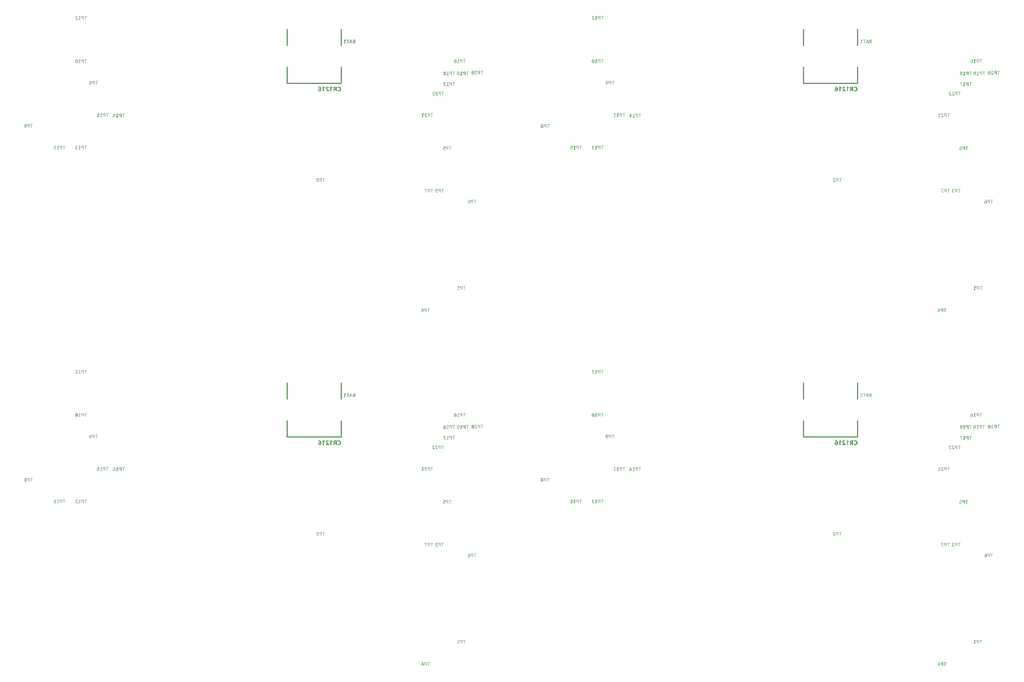
<source format=gbo>
G04*
G04 #@! TF.GenerationSoftware,Altium Limited,Altium Designer,19.0.8 (182)*
G04*
G04 Layer_Color=32896*
%FSLAX25Y25*%
%MOIN*%
G70*
G01*
G75*
%ADD62C,0.01000*%
G36*
X588514Y661989D02*
X588566Y661983D01*
X588619Y661975D01*
X588669Y661967D01*
X588713Y661956D01*
X588757Y661947D01*
X588796Y661936D01*
X588832Y661925D01*
X588863Y661914D01*
X588890Y661903D01*
X588915Y661895D01*
X588932Y661886D01*
X588946Y661881D01*
X588954Y661878D01*
X588957Y661875D01*
X589045Y661828D01*
X589126Y661778D01*
X589198Y661726D01*
X589228Y661701D01*
X589259Y661676D01*
X589286Y661651D01*
X589309Y661631D01*
X589331Y661612D01*
X589347Y661595D01*
X589361Y661582D01*
X589372Y661571D01*
X589378Y661565D01*
X589381Y661562D01*
X589142Y661277D01*
X589090Y661330D01*
X589034Y661377D01*
X588982Y661418D01*
X588935Y661451D01*
X588893Y661479D01*
X588876Y661490D01*
X588860Y661498D01*
X588849Y661507D01*
X588840Y661512D01*
X588835Y661515D01*
X588832D01*
X588766Y661546D01*
X588699Y661571D01*
X588635Y661587D01*
X588577Y661598D01*
X588527Y661604D01*
X588505Y661607D01*
X588489Y661609D01*
X588453D01*
X588400Y661607D01*
X588350Y661601D01*
X588306Y661593D01*
X588270Y661584D01*
X588239Y661576D01*
X588217Y661568D01*
X588203Y661562D01*
X588198Y661559D01*
X588159Y661540D01*
X588126Y661521D01*
X588095Y661498D01*
X588070Y661476D01*
X588051Y661457D01*
X588034Y661443D01*
X588026Y661432D01*
X588023Y661429D01*
X587998Y661399D01*
X587979Y661366D01*
X587960Y661335D01*
X587946Y661305D01*
X587935Y661280D01*
X587926Y661260D01*
X587924Y661246D01*
X587921Y661241D01*
X587910Y661199D01*
X587901Y661161D01*
X587896Y661122D01*
X587890Y661086D01*
Y661055D01*
X587888Y661033D01*
Y661017D01*
Y661014D01*
Y661011D01*
Y660964D01*
X587893Y660920D01*
X587896Y660881D01*
X587901Y660845D01*
X587907Y660814D01*
X587910Y660792D01*
X587915Y660778D01*
Y660773D01*
X587926Y660731D01*
X587940Y660690D01*
X587957Y660651D01*
X587973Y660615D01*
X587987Y660584D01*
X588001Y660562D01*
X588010Y660546D01*
X588012Y660543D01*
Y660540D01*
X588043Y660493D01*
X588073Y660446D01*
X588106Y660402D01*
X588140Y660360D01*
X588170Y660321D01*
X588192Y660294D01*
X588201Y660283D01*
X588209Y660274D01*
X588212Y660271D01*
X588214Y660269D01*
X588267Y660211D01*
X588322Y660149D01*
X588378Y660091D01*
X588433Y660036D01*
X588480Y659986D01*
X588500Y659967D01*
X588519Y659947D01*
X588533Y659934D01*
X588544Y659922D01*
X588550Y659917D01*
X588552Y659914D01*
X589395Y659075D01*
Y658687D01*
X587245D01*
Y659102D01*
X588829D01*
X588239Y659679D01*
X588165Y659753D01*
X588093Y659823D01*
X588032Y659886D01*
X587979Y659939D01*
X587935Y659986D01*
X587918Y660006D01*
X587904Y660019D01*
X587893Y660033D01*
X587882Y660042D01*
X587879Y660047D01*
X587877Y660050D01*
X587821Y660113D01*
X587771Y660172D01*
X587727Y660227D01*
X587691Y660277D01*
X587661Y660319D01*
X587649Y660335D01*
X587638Y660349D01*
X587633Y660360D01*
X587627Y660368D01*
X587622Y660374D01*
Y660377D01*
X587586Y660435D01*
X587555Y660493D01*
X587530Y660546D01*
X587508Y660596D01*
X587494Y660637D01*
X587486Y660654D01*
X587480Y660668D01*
X587478Y660679D01*
X587475Y660687D01*
X587472Y660693D01*
Y660695D01*
X587456Y660756D01*
X587442Y660817D01*
X587433Y660875D01*
X587425Y660928D01*
X587422Y660975D01*
Y660994D01*
X587420Y661011D01*
Y661022D01*
Y661033D01*
Y661039D01*
Y661041D01*
X587422Y661122D01*
X587431Y661197D01*
X587442Y661266D01*
X587456Y661324D01*
X587461Y661349D01*
X587469Y661374D01*
X587475Y661393D01*
X587480Y661410D01*
X587486Y661424D01*
X587489Y661432D01*
X587492Y661438D01*
Y661440D01*
X587522Y661504D01*
X587552Y661562D01*
X587586Y661612D01*
X587619Y661656D01*
X587649Y661692D01*
X587672Y661717D01*
X587688Y661734D01*
X587691Y661739D01*
X587694D01*
X587744Y661784D01*
X587796Y661823D01*
X587849Y661853D01*
X587896Y661881D01*
X587937Y661900D01*
X587957Y661908D01*
X587971Y661917D01*
X587985Y661922D01*
X587993Y661925D01*
X587998Y661928D01*
X588001D01*
X588068Y661950D01*
X588137Y661967D01*
X588203Y661978D01*
X588264Y661986D01*
X588292Y661989D01*
X588320Y661992D01*
X588342D01*
X588361Y661994D01*
X588455D01*
X588514Y661989D01*
D02*
G37*
G36*
X111027D02*
X111079Y661983D01*
X111132Y661975D01*
X111182Y661967D01*
X111226Y661956D01*
X111270Y661947D01*
X111309Y661936D01*
X111345Y661925D01*
X111376Y661914D01*
X111403Y661903D01*
X111428Y661895D01*
X111445Y661886D01*
X111459Y661881D01*
X111467Y661878D01*
X111470Y661875D01*
X111558Y661828D01*
X111639Y661778D01*
X111711Y661726D01*
X111741Y661701D01*
X111772Y661676D01*
X111800Y661651D01*
X111822Y661631D01*
X111844Y661612D01*
X111860Y661595D01*
X111874Y661582D01*
X111885Y661571D01*
X111891Y661565D01*
X111894Y661562D01*
X111655Y661277D01*
X111603Y661330D01*
X111547Y661377D01*
X111495Y661418D01*
X111448Y661451D01*
X111406Y661479D01*
X111390Y661490D01*
X111373Y661498D01*
X111362Y661507D01*
X111354Y661512D01*
X111348Y661515D01*
X111345D01*
X111279Y661546D01*
X111212Y661571D01*
X111149Y661587D01*
X111090Y661598D01*
X111040Y661604D01*
X111018Y661607D01*
X111002Y661609D01*
X110966D01*
X110913Y661607D01*
X110863Y661601D01*
X110819Y661593D01*
X110783Y661584D01*
X110752Y661576D01*
X110730Y661568D01*
X110716Y661562D01*
X110711Y661559D01*
X110672Y661540D01*
X110639Y661521D01*
X110608Y661498D01*
X110583Y661476D01*
X110564Y661457D01*
X110547Y661443D01*
X110539Y661432D01*
X110536Y661429D01*
X110511Y661399D01*
X110492Y661366D01*
X110473Y661335D01*
X110459Y661305D01*
X110448Y661280D01*
X110439Y661260D01*
X110437Y661246D01*
X110434Y661241D01*
X110423Y661199D01*
X110415Y661161D01*
X110409Y661122D01*
X110403Y661086D01*
Y661055D01*
X110401Y661033D01*
Y661017D01*
Y661014D01*
Y661011D01*
Y660964D01*
X110406Y660920D01*
X110409Y660881D01*
X110415Y660845D01*
X110420Y660814D01*
X110423Y660792D01*
X110428Y660778D01*
Y660773D01*
X110439Y660731D01*
X110453Y660690D01*
X110470Y660651D01*
X110486Y660615D01*
X110500Y660584D01*
X110514Y660562D01*
X110522Y660546D01*
X110525Y660543D01*
Y660540D01*
X110556Y660493D01*
X110586Y660446D01*
X110619Y660402D01*
X110653Y660360D01*
X110683Y660321D01*
X110705Y660294D01*
X110714Y660283D01*
X110722Y660274D01*
X110725Y660271D01*
X110728Y660269D01*
X110780Y660211D01*
X110836Y660149D01*
X110891Y660091D01*
X110946Y660036D01*
X110993Y659986D01*
X111013Y659967D01*
X111032Y659947D01*
X111046Y659934D01*
X111057Y659922D01*
X111063Y659917D01*
X111065Y659914D01*
X111907Y659075D01*
Y658687D01*
X109758D01*
Y659102D01*
X111342D01*
X110752Y659679D01*
X110678Y659753D01*
X110606Y659823D01*
X110545Y659886D01*
X110492Y659939D01*
X110448Y659986D01*
X110431Y660006D01*
X110417Y660019D01*
X110406Y660033D01*
X110395Y660042D01*
X110392Y660047D01*
X110390Y660050D01*
X110334Y660113D01*
X110284Y660172D01*
X110240Y660227D01*
X110204Y660277D01*
X110173Y660319D01*
X110162Y660335D01*
X110151Y660349D01*
X110146Y660360D01*
X110140Y660368D01*
X110135Y660374D01*
Y660377D01*
X110099Y660435D01*
X110068Y660493D01*
X110043Y660546D01*
X110021Y660596D01*
X110007Y660637D01*
X109999Y660654D01*
X109993Y660668D01*
X109991Y660679D01*
X109988Y660687D01*
X109985Y660693D01*
Y660695D01*
X109968Y660756D01*
X109955Y660817D01*
X109946Y660875D01*
X109938Y660928D01*
X109935Y660975D01*
Y660994D01*
X109932Y661011D01*
Y661022D01*
Y661033D01*
Y661039D01*
Y661041D01*
X109935Y661122D01*
X109944Y661197D01*
X109955Y661266D01*
X109968Y661324D01*
X109974Y661349D01*
X109982Y661374D01*
X109988Y661393D01*
X109993Y661410D01*
X109999Y661424D01*
X110002Y661432D01*
X110004Y661438D01*
Y661440D01*
X110035Y661504D01*
X110065Y661562D01*
X110099Y661612D01*
X110132Y661656D01*
X110162Y661692D01*
X110185Y661717D01*
X110201Y661734D01*
X110204Y661739D01*
X110207D01*
X110257Y661784D01*
X110309Y661823D01*
X110362Y661853D01*
X110409Y661881D01*
X110450Y661900D01*
X110470Y661908D01*
X110484Y661917D01*
X110498Y661922D01*
X110506Y661925D01*
X110511Y661928D01*
X110514D01*
X110581Y661950D01*
X110650Y661967D01*
X110716Y661978D01*
X110777Y661986D01*
X110805Y661989D01*
X110833Y661992D01*
X110855D01*
X110874Y661994D01*
X110968D01*
X111027Y661989D01*
D02*
G37*
G36*
X592234Y661415D02*
X592076Y661047D01*
X591292Y661474D01*
Y659091D01*
X592131D01*
Y658687D01*
X590081D01*
Y659091D01*
X590810D01*
Y661964D01*
X591195D01*
X592234Y661415D01*
D02*
G37*
G36*
X114747D02*
X114589Y661047D01*
X113805Y661474D01*
Y659091D01*
X114644D01*
Y658687D01*
X112594D01*
Y659091D01*
X113323D01*
Y661964D01*
X113708D01*
X114747Y661415D01*
D02*
G37*
G36*
X597973Y661568D02*
X597006D01*
Y658687D01*
X596558D01*
Y661568D01*
X595591D01*
Y661947D01*
X597973D01*
Y661568D01*
D02*
G37*
G36*
X594984Y658687D02*
X594541D01*
Y659856D01*
X594137D01*
X594015Y659859D01*
X593957Y659864D01*
X593904Y659870D01*
X593851Y659878D01*
X593804Y659886D01*
X593760Y659895D01*
X593718Y659903D01*
X593682Y659911D01*
X593649Y659920D01*
X593621Y659928D01*
X593599Y659936D01*
X593580Y659942D01*
X593566Y659947D01*
X593558Y659950D01*
X593555D01*
X593466Y659989D01*
X593389Y660030D01*
X593320Y660072D01*
X593289Y660094D01*
X593261Y660113D01*
X593236Y660130D01*
X593214Y660147D01*
X593198Y660163D01*
X593181Y660177D01*
X593170Y660188D01*
X593162Y660197D01*
X593156Y660199D01*
X593153Y660202D01*
X593098Y660263D01*
X593051Y660321D01*
X593009Y660382D01*
X592979Y660435D01*
X592954Y660482D01*
X592943Y660501D01*
X592935Y660518D01*
X592929Y660532D01*
X592923Y660543D01*
X592921Y660548D01*
Y660551D01*
X592896Y660626D01*
X592876Y660695D01*
X592863Y660762D01*
X592851Y660823D01*
X592849Y660850D01*
X592846Y660875D01*
Y660895D01*
X592843Y660914D01*
Y660928D01*
Y660939D01*
Y660945D01*
Y660947D01*
X592849Y661044D01*
X592860Y661133D01*
X592868Y661174D01*
X592876Y661213D01*
X592885Y661246D01*
X592893Y661280D01*
X592904Y661307D01*
X592912Y661332D01*
X592921Y661354D01*
X592929Y661374D01*
X592937Y661388D01*
X592940Y661399D01*
X592946Y661404D01*
Y661407D01*
X592984Y661476D01*
X593029Y661537D01*
X593073Y661590D01*
X593117Y661634D01*
X593156Y661670D01*
X593187Y661695D01*
X593198Y661706D01*
X593206Y661712D01*
X593212Y661717D01*
X593214D01*
X593278Y661759D01*
X593344Y661795D01*
X593411Y661825D01*
X593472Y661850D01*
X593500Y661861D01*
X593525Y661870D01*
X593547Y661875D01*
X593566Y661881D01*
X593583Y661886D01*
X593594Y661889D01*
X593602Y661892D01*
X593605D01*
X593688Y661911D01*
X593771Y661925D01*
X593849Y661933D01*
X593918Y661942D01*
X593951D01*
X593979Y661944D01*
X594004D01*
X594026Y661947D01*
X594984D01*
Y658687D01*
D02*
G37*
G36*
X120486Y661568D02*
X119519D01*
Y658687D01*
X119071D01*
Y661568D01*
X118104D01*
Y661947D01*
X120486D01*
Y661568D01*
D02*
G37*
G36*
X117497Y658687D02*
X117054D01*
Y659856D01*
X116650D01*
X116528Y659859D01*
X116470Y659864D01*
X116417Y659870D01*
X116364Y659878D01*
X116317Y659886D01*
X116273Y659895D01*
X116232Y659903D01*
X116195Y659911D01*
X116162Y659920D01*
X116135Y659928D01*
X116112Y659936D01*
X116093Y659942D01*
X116079Y659947D01*
X116071Y659950D01*
X116068D01*
X115979Y659989D01*
X115902Y660030D01*
X115833Y660072D01*
X115802Y660094D01*
X115774Y660113D01*
X115750Y660130D01*
X115727Y660147D01*
X115711Y660163D01*
X115694Y660177D01*
X115683Y660188D01*
X115675Y660197D01*
X115669Y660199D01*
X115666Y660202D01*
X115611Y660263D01*
X115564Y660321D01*
X115522Y660382D01*
X115492Y660435D01*
X115467Y660482D01*
X115456Y660501D01*
X115448Y660518D01*
X115442Y660532D01*
X115436Y660543D01*
X115434Y660548D01*
Y660551D01*
X115409Y660626D01*
X115389Y660695D01*
X115375Y660762D01*
X115365Y660823D01*
X115362Y660850D01*
X115359Y660875D01*
Y660895D01*
X115356Y660914D01*
Y660928D01*
Y660939D01*
Y660945D01*
Y660947D01*
X115362Y661044D01*
X115373Y661133D01*
X115381Y661174D01*
X115389Y661213D01*
X115398Y661246D01*
X115406Y661280D01*
X115417Y661307D01*
X115425Y661332D01*
X115434Y661354D01*
X115442Y661374D01*
X115450Y661388D01*
X115453Y661399D01*
X115459Y661404D01*
Y661407D01*
X115497Y661476D01*
X115542Y661537D01*
X115586Y661590D01*
X115630Y661634D01*
X115669Y661670D01*
X115700Y661695D01*
X115711Y661706D01*
X115719Y661712D01*
X115725Y661717D01*
X115727D01*
X115791Y661759D01*
X115858Y661795D01*
X115924Y661825D01*
X115985Y661850D01*
X116013Y661861D01*
X116038Y661870D01*
X116060Y661875D01*
X116079Y661881D01*
X116096Y661886D01*
X116107Y661889D01*
X116115Y661892D01*
X116118D01*
X116201Y661911D01*
X116284Y661925D01*
X116362Y661933D01*
X116431Y661942D01*
X116464D01*
X116492Y661944D01*
X116517D01*
X116539Y661947D01*
X117497D01*
Y658687D01*
D02*
G37*
G36*
X837405Y639715D02*
X837247Y639347D01*
X836463Y639774D01*
Y637391D01*
X837302D01*
Y636987D01*
X835253D01*
Y637391D01*
X835981D01*
Y640264D01*
X836366D01*
X837405Y639715D01*
D02*
G37*
G36*
X359918D02*
X359760Y639347D01*
X358976Y639774D01*
Y637391D01*
X359816D01*
Y636987D01*
X357766D01*
Y637391D01*
X358494D01*
Y640264D01*
X358879D01*
X359918Y639715D01*
D02*
G37*
G36*
X845773Y636987D02*
X844931D01*
X844826Y636990D01*
X844729Y636998D01*
X844682Y637001D01*
X844637Y637006D01*
X844599Y637012D01*
X844560Y637020D01*
X844527Y637026D01*
X844496Y637031D01*
X844471Y637037D01*
X844449Y637040D01*
X844430Y637045D01*
X844419Y637048D01*
X844410Y637051D01*
X844407D01*
X844322Y637078D01*
X844244Y637106D01*
X844178Y637139D01*
X844119Y637170D01*
X844092Y637184D01*
X844070Y637197D01*
X844050Y637209D01*
X844036Y637220D01*
X844022Y637228D01*
X844014Y637233D01*
X844009Y637239D01*
X844006D01*
X843948Y637289D01*
X843895Y637339D01*
X843851Y637391D01*
X843815Y637438D01*
X843787Y637480D01*
X843776Y637499D01*
X843768Y637513D01*
X843759Y637527D01*
X843754Y637535D01*
X843751Y637541D01*
Y637544D01*
X843721Y637613D01*
X843698Y637685D01*
X843682Y637754D01*
X843671Y637821D01*
X843668Y637848D01*
X843665Y637876D01*
X843662Y637901D01*
X843660Y637921D01*
Y637937D01*
Y637948D01*
Y637956D01*
Y637959D01*
X843662Y638017D01*
X843668Y638073D01*
X843676Y638123D01*
X843685Y638167D01*
X843696Y638200D01*
X843704Y638228D01*
X843709Y638244D01*
X843712Y638250D01*
X843734Y638297D01*
X843757Y638342D01*
X843779Y638378D01*
X843804Y638411D01*
X843823Y638439D01*
X843840Y638458D01*
X843851Y638469D01*
X843853Y638475D01*
X843887Y638508D01*
X843923Y638541D01*
X843956Y638566D01*
X843989Y638588D01*
X844017Y638607D01*
X844039Y638619D01*
X844053Y638627D01*
X844059Y638630D01*
X844103Y638652D01*
X844147Y638668D01*
X844189Y638685D01*
X844228Y638696D01*
X844261Y638704D01*
X844286Y638710D01*
X844302Y638715D01*
X844308D01*
X844258Y638735D01*
X844208Y638754D01*
X844166Y638776D01*
X844125Y638799D01*
X844089Y638821D01*
X844056Y638843D01*
X844025Y638868D01*
X843998Y638890D01*
X843975Y638912D01*
X843956Y638932D01*
X843939Y638948D01*
X843926Y638965D01*
X843915Y638979D01*
X843906Y638987D01*
X843901Y638993D01*
Y638995D01*
X843878Y639031D01*
X843859Y639070D01*
X843829Y639148D01*
X843806Y639225D01*
X843793Y639294D01*
X843787Y639328D01*
X843781Y639358D01*
X843779Y639386D01*
Y639408D01*
X843776Y639427D01*
Y639441D01*
Y639450D01*
Y639452D01*
X843779Y639524D01*
X843787Y639594D01*
X843804Y639654D01*
X843823Y639715D01*
X843845Y639771D01*
X843876Y639821D01*
X843909Y639868D01*
X843945Y639912D01*
X843984Y639951D01*
X844025Y639990D01*
X844070Y640023D01*
X844117Y640053D01*
X844164Y640081D01*
X844214Y640106D01*
X844313Y640147D01*
X844416Y640181D01*
X844513Y640206D01*
X844604Y640222D01*
X844646Y640231D01*
X844685Y640236D01*
X844721Y640239D01*
X844754Y640242D01*
X844781Y640244D01*
X844806D01*
X844826Y640247D01*
X845773D01*
Y636987D01*
D02*
G37*
G36*
X843336D02*
X842873D01*
X842646Y637699D01*
X841283D01*
X841059Y636987D01*
X840574D01*
X841643Y640247D01*
X842253D01*
X843336Y636987D01*
D02*
G37*
G36*
X840336Y639868D02*
X839369D01*
Y636987D01*
X838920D01*
Y639868D01*
X837953D01*
Y640247D01*
X840336D01*
Y639868D01*
D02*
G37*
G36*
X368286Y636987D02*
X367444D01*
X367339Y636990D01*
X367242Y636998D01*
X367195Y637001D01*
X367150Y637006D01*
X367112Y637012D01*
X367073Y637020D01*
X367040Y637026D01*
X367009Y637031D01*
X366984Y637037D01*
X366962Y637040D01*
X366943Y637045D01*
X366932Y637048D01*
X366923Y637051D01*
X366921D01*
X366835Y637078D01*
X366757Y637106D01*
X366691Y637139D01*
X366633Y637170D01*
X366605Y637184D01*
X366583Y637197D01*
X366563Y637209D01*
X366549Y637220D01*
X366535Y637228D01*
X366527Y637233D01*
X366522Y637239D01*
X366519D01*
X366461Y637289D01*
X366408Y637339D01*
X366364Y637391D01*
X366328Y637438D01*
X366300Y637480D01*
X366289Y637499D01*
X366281Y637513D01*
X366272Y637527D01*
X366267Y637535D01*
X366264Y637541D01*
Y637544D01*
X366234Y637613D01*
X366212Y637685D01*
X366195Y637754D01*
X366184Y637821D01*
X366181Y637848D01*
X366178Y637876D01*
X366175Y637901D01*
X366173Y637921D01*
Y637937D01*
Y637948D01*
Y637956D01*
Y637959D01*
X366175Y638017D01*
X366181Y638073D01*
X366189Y638123D01*
X366198Y638167D01*
X366209Y638200D01*
X366217Y638228D01*
X366223Y638244D01*
X366225Y638250D01*
X366248Y638297D01*
X366270Y638342D01*
X366292Y638378D01*
X366317Y638411D01*
X366336Y638439D01*
X366353Y638458D01*
X366364Y638469D01*
X366367Y638475D01*
X366400Y638508D01*
X366436Y638541D01*
X366469Y638566D01*
X366502Y638588D01*
X366530Y638607D01*
X366552Y638619D01*
X366566Y638627D01*
X366571Y638630D01*
X366616Y638652D01*
X366660Y638668D01*
X366702Y638685D01*
X366740Y638696D01*
X366774Y638704D01*
X366799Y638710D01*
X366815Y638715D01*
X366821D01*
X366771Y638735D01*
X366721Y638754D01*
X366680Y638776D01*
X366638Y638799D01*
X366602Y638821D01*
X366569Y638843D01*
X366538Y638868D01*
X366511Y638890D01*
X366489Y638912D01*
X366469Y638932D01*
X366452Y638948D01*
X366439Y638965D01*
X366427Y638979D01*
X366419Y638987D01*
X366414Y638993D01*
Y638995D01*
X366391Y639031D01*
X366372Y639070D01*
X366342Y639148D01*
X366319Y639225D01*
X366306Y639294D01*
X366300Y639328D01*
X366295Y639358D01*
X366292Y639386D01*
Y639408D01*
X366289Y639427D01*
Y639441D01*
Y639450D01*
Y639452D01*
X366292Y639524D01*
X366300Y639594D01*
X366317Y639654D01*
X366336Y639715D01*
X366358Y639771D01*
X366389Y639821D01*
X366422Y639868D01*
X366458Y639912D01*
X366497Y639951D01*
X366538Y639990D01*
X366583Y640023D01*
X366630Y640053D01*
X366677Y640081D01*
X366727Y640106D01*
X366826Y640147D01*
X366929Y640181D01*
X367026Y640206D01*
X367117Y640222D01*
X367159Y640231D01*
X367198Y640236D01*
X367234Y640239D01*
X367267Y640242D01*
X367295Y640244D01*
X367319D01*
X367339Y640247D01*
X368286D01*
Y636987D01*
D02*
G37*
G36*
X365849D02*
X365386D01*
X365159Y637699D01*
X363796D01*
X363572Y636987D01*
X363087D01*
X364156Y640247D01*
X364766D01*
X365849Y636987D01*
D02*
G37*
G36*
X362849Y639868D02*
X361882D01*
Y636987D01*
X361433D01*
Y639868D01*
X360467D01*
Y640247D01*
X362849D01*
Y639868D01*
D02*
G37*
G36*
X942234Y621415D02*
X942076Y621047D01*
X941292Y621474D01*
Y619091D01*
X942131D01*
Y618687D01*
X940081D01*
Y619091D01*
X940810D01*
Y621964D01*
X941195D01*
X942234Y621415D01*
D02*
G37*
G36*
X592234D02*
X592076Y621047D01*
X591292Y621474D01*
Y619091D01*
X592131D01*
Y618687D01*
X590081D01*
Y619091D01*
X590810D01*
Y621964D01*
X591195D01*
X592234Y621415D01*
D02*
G37*
G36*
X464747D02*
X464589Y621047D01*
X463805Y621474D01*
Y619091D01*
X464644D01*
Y618687D01*
X462595D01*
Y619091D01*
X463323D01*
Y621964D01*
X463708D01*
X464747Y621415D01*
D02*
G37*
G36*
X114747D02*
X114589Y621047D01*
X113805Y621474D01*
Y619091D01*
X114644D01*
Y618687D01*
X112594D01*
Y619091D01*
X113323D01*
Y621964D01*
X113708D01*
X114747Y621415D01*
D02*
G37*
G36*
X937901Y621945D02*
X937960Y621942D01*
X938015Y621936D01*
X938065Y621931D01*
X938112Y621925D01*
X938159Y621920D01*
X938198Y621914D01*
X938237Y621906D01*
X938270Y621900D01*
X938298Y621895D01*
X938323Y621889D01*
X938342Y621884D01*
X938356Y621881D01*
X938364Y621878D01*
X938367D01*
X938458Y621850D01*
X938541Y621820D01*
X938616Y621787D01*
X938649Y621770D01*
X938680Y621756D01*
X938708Y621739D01*
X938733Y621728D01*
X938755Y621715D01*
X938771Y621703D01*
X938785Y621695D01*
X938796Y621690D01*
X938802Y621687D01*
X938805Y621684D01*
X938871Y621637D01*
X938932Y621587D01*
X938984Y621537D01*
X939029Y621493D01*
X939065Y621451D01*
X939093Y621418D01*
X939101Y621407D01*
X939109Y621399D01*
X939112Y621393D01*
X939115Y621390D01*
X939159Y621324D01*
X939198Y621257D01*
X939234Y621194D01*
X939262Y621136D01*
X939284Y621086D01*
X939292Y621064D01*
X939300Y621047D01*
X939306Y621030D01*
X939311Y621019D01*
X939314Y621014D01*
Y621011D01*
X939339Y620933D01*
X939361Y620853D01*
X939381Y620778D01*
X939397Y620712D01*
X939403Y620681D01*
X939408Y620654D01*
X939411Y620629D01*
X939417Y620607D01*
X939419Y620590D01*
Y620579D01*
X939422Y620571D01*
Y620568D01*
X939433Y620479D01*
X939439Y620393D01*
X939444Y620313D01*
X939450Y620241D01*
Y620208D01*
Y620177D01*
X939453Y620150D01*
Y620127D01*
Y620111D01*
Y620097D01*
Y620089D01*
Y620086D01*
Y620017D01*
X939450Y619953D01*
X939447Y619889D01*
X939442Y619828D01*
X939436Y619773D01*
X939431Y619717D01*
X939422Y619670D01*
X939417Y619623D01*
X939411Y619585D01*
X939403Y619546D01*
X939397Y619515D01*
X939392Y619490D01*
X939386Y619468D01*
X939383Y619454D01*
X939381Y619443D01*
Y619440D01*
X939350Y619344D01*
X939317Y619255D01*
X939300Y619216D01*
X939281Y619180D01*
X939264Y619144D01*
X939248Y619114D01*
X939231Y619086D01*
X939217Y619061D01*
X939203Y619041D01*
X939192Y619025D01*
X939184Y619011D01*
X939176Y619000D01*
X939173Y618994D01*
X939170Y618992D01*
X939115Y618931D01*
X939056Y618875D01*
X938998Y618831D01*
X938943Y618795D01*
X938896Y618764D01*
X938877Y618753D01*
X938857Y618745D01*
X938843Y618737D01*
X938832Y618731D01*
X938827Y618728D01*
X938824D01*
X938743Y618701D01*
X938660Y618679D01*
X938580Y618665D01*
X938505Y618654D01*
X938472Y618651D01*
X938442Y618648D01*
X938414Y618645D01*
X938389D01*
X938372Y618643D01*
X938345D01*
X938251Y618645D01*
X938165Y618656D01*
X938084Y618670D01*
X938048Y618676D01*
X938015Y618684D01*
X937987Y618692D01*
X937960Y618701D01*
X937935Y618706D01*
X937915Y618712D01*
X937901Y618717D01*
X937888Y618723D01*
X937882Y618726D01*
X937879D01*
X937802Y618759D01*
X937733Y618798D01*
X937671Y618834D01*
X937619Y618870D01*
X937575Y618903D01*
X937558Y618917D01*
X937544Y618928D01*
X937530Y618939D01*
X937522Y618947D01*
X937519Y618950D01*
X937516Y618953D01*
X937464Y619011D01*
X937417Y619069D01*
X937378Y619127D01*
X937345Y619180D01*
X937320Y619227D01*
X937309Y619246D01*
X937300Y619263D01*
X937295Y619277D01*
X937289Y619288D01*
X937286Y619294D01*
Y619296D01*
X937259Y619371D01*
X937239Y619446D01*
X937223Y619515D01*
X937214Y619582D01*
X937209Y619609D01*
Y619637D01*
X937206Y619659D01*
X937203Y619679D01*
Y619695D01*
Y619706D01*
Y619715D01*
Y619717D01*
X937206Y619798D01*
X937214Y619870D01*
X937223Y619939D01*
X937234Y619997D01*
X937242Y620022D01*
X937248Y620044D01*
X937253Y620066D01*
X937256Y620083D01*
X937262Y620097D01*
X937264Y620105D01*
X937267Y620111D01*
Y620114D01*
X937292Y620177D01*
X937323Y620238D01*
X937356Y620291D01*
X937386Y620335D01*
X937414Y620371D01*
X937436Y620399D01*
X937450Y620415D01*
X937453Y620418D01*
X937455Y620421D01*
X937503Y620465D01*
X937555Y620507D01*
X937605Y620540D01*
X937655Y620568D01*
X937696Y620590D01*
X937716Y620601D01*
X937733Y620607D01*
X937744Y620612D01*
X937755Y620618D01*
X937760Y620620D01*
X937763D01*
X937835Y620645D01*
X937910Y620665D01*
X937982Y620676D01*
X938048Y620687D01*
X938079Y620690D01*
X938106Y620692D01*
X938131D01*
X938153Y620695D01*
X938195D01*
X938284Y620692D01*
X938367Y620687D01*
X938442Y620676D01*
X938478Y620670D01*
X938511Y620668D01*
X938539Y620662D01*
X938566Y620656D01*
X938588Y620651D01*
X938608Y620645D01*
X938622Y620643D01*
X938636Y620640D01*
X938641Y620637D01*
X938644D01*
X938719Y620615D01*
X938785Y620590D01*
X938849Y620565D01*
X938901Y620543D01*
X938943Y620524D01*
X938962Y620512D01*
X938976Y620507D01*
X938987Y620499D01*
X938996Y620493D01*
X939001Y620490D01*
X939004D01*
X938996Y620593D01*
X938984Y620673D01*
X938973Y620748D01*
X938957Y620817D01*
X938940Y620875D01*
X938932Y620900D01*
X938924Y620925D01*
X938918Y620944D01*
X938910Y620961D01*
X938907Y620975D01*
X938901Y620983D01*
X938899Y620989D01*
Y620992D01*
X938865Y621055D01*
X938832Y621116D01*
X938793Y621169D01*
X938757Y621213D01*
X938727Y621249D01*
X938702Y621277D01*
X938683Y621293D01*
X938680Y621296D01*
X938677Y621299D01*
X938619Y621343D01*
X938558Y621385D01*
X938500Y621418D01*
X938442Y621446D01*
X938392Y621468D01*
X938370Y621476D01*
X938353Y621482D01*
X938336Y621487D01*
X938325Y621493D01*
X938320Y621496D01*
X938317D01*
X938234Y621521D01*
X938145Y621537D01*
X938062Y621551D01*
X937982Y621559D01*
X937946Y621562D01*
X937912Y621565D01*
X937885D01*
X937860Y621568D01*
X937458D01*
Y621947D01*
X937782D01*
X937901Y621945D01*
D02*
G37*
G36*
X460415D02*
X460473Y621942D01*
X460528Y621936D01*
X460578Y621931D01*
X460625Y621925D01*
X460672Y621920D01*
X460711Y621914D01*
X460750Y621906D01*
X460783Y621900D01*
X460811Y621895D01*
X460836Y621889D01*
X460855Y621884D01*
X460869Y621881D01*
X460877Y621878D01*
X460880D01*
X460971Y621850D01*
X461054Y621820D01*
X461129Y621787D01*
X461162Y621770D01*
X461193Y621756D01*
X461221Y621739D01*
X461245Y621728D01*
X461268Y621715D01*
X461284Y621703D01*
X461298Y621695D01*
X461309Y621690D01*
X461315Y621687D01*
X461317Y621684D01*
X461384Y621637D01*
X461445Y621587D01*
X461497Y621537D01*
X461542Y621493D01*
X461578Y621451D01*
X461606Y621418D01*
X461614Y621407D01*
X461622Y621399D01*
X461625Y621393D01*
X461628Y621390D01*
X461672Y621324D01*
X461711Y621257D01*
X461747Y621194D01*
X461774Y621136D01*
X461797Y621086D01*
X461805Y621064D01*
X461813Y621047D01*
X461819Y621030D01*
X461824Y621019D01*
X461827Y621014D01*
Y621011D01*
X461852Y620933D01*
X461874Y620853D01*
X461894Y620778D01*
X461910Y620712D01*
X461916Y620681D01*
X461921Y620654D01*
X461924Y620629D01*
X461930Y620607D01*
X461932Y620590D01*
Y620579D01*
X461935Y620571D01*
Y620568D01*
X461946Y620479D01*
X461952Y620393D01*
X461957Y620313D01*
X461963Y620241D01*
Y620208D01*
Y620177D01*
X461966Y620150D01*
Y620127D01*
Y620111D01*
Y620097D01*
Y620089D01*
Y620086D01*
Y620017D01*
X461963Y619953D01*
X461960Y619889D01*
X461955Y619828D01*
X461949Y619773D01*
X461943Y619717D01*
X461935Y619670D01*
X461930Y619623D01*
X461924Y619585D01*
X461916Y619546D01*
X461910Y619515D01*
X461905Y619490D01*
X461899Y619468D01*
X461896Y619454D01*
X461894Y619443D01*
Y619440D01*
X461863Y619344D01*
X461830Y619255D01*
X461813Y619216D01*
X461794Y619180D01*
X461777Y619144D01*
X461761Y619114D01*
X461744Y619086D01*
X461730Y619061D01*
X461716Y619041D01*
X461705Y619025D01*
X461697Y619011D01*
X461689Y619000D01*
X461686Y618994D01*
X461683Y618992D01*
X461628Y618931D01*
X461570Y618875D01*
X461511Y618831D01*
X461456Y618795D01*
X461409Y618764D01*
X461389Y618753D01*
X461370Y618745D01*
X461356Y618737D01*
X461345Y618731D01*
X461340Y618728D01*
X461337D01*
X461257Y618701D01*
X461173Y618679D01*
X461093Y618665D01*
X461018Y618654D01*
X460985Y618651D01*
X460955Y618648D01*
X460927Y618645D01*
X460902D01*
X460885Y618643D01*
X460858D01*
X460764Y618645D01*
X460678Y618656D01*
X460597Y618670D01*
X460561Y618676D01*
X460528Y618684D01*
X460500Y618692D01*
X460473Y618701D01*
X460448Y618706D01*
X460428Y618712D01*
X460415Y618717D01*
X460401Y618723D01*
X460395Y618726D01*
X460392D01*
X460315Y618759D01*
X460246Y618798D01*
X460185Y618834D01*
X460132Y618870D01*
X460088Y618903D01*
X460071Y618917D01*
X460057Y618928D01*
X460043Y618939D01*
X460035Y618947D01*
X460032Y618950D01*
X460029Y618953D01*
X459977Y619011D01*
X459930Y619069D01*
X459891Y619127D01*
X459858Y619180D01*
X459833Y619227D01*
X459822Y619246D01*
X459813Y619263D01*
X459808Y619277D01*
X459802Y619288D01*
X459799Y619294D01*
Y619296D01*
X459772Y619371D01*
X459753Y619446D01*
X459736Y619515D01*
X459727Y619582D01*
X459722Y619609D01*
Y619637D01*
X459719Y619659D01*
X459716Y619679D01*
Y619695D01*
Y619706D01*
Y619715D01*
Y619717D01*
X459719Y619798D01*
X459727Y619870D01*
X459736Y619939D01*
X459747Y619997D01*
X459755Y620022D01*
X459761Y620044D01*
X459766Y620066D01*
X459769Y620083D01*
X459775Y620097D01*
X459777Y620105D01*
X459780Y620111D01*
Y620114D01*
X459805Y620177D01*
X459835Y620238D01*
X459869Y620291D01*
X459899Y620335D01*
X459927Y620371D01*
X459949Y620399D01*
X459963Y620415D01*
X459966Y620418D01*
X459969Y620421D01*
X460016Y620465D01*
X460068Y620507D01*
X460118Y620540D01*
X460168Y620568D01*
X460210Y620590D01*
X460229Y620601D01*
X460246Y620607D01*
X460257Y620612D01*
X460268Y620618D01*
X460273Y620620D01*
X460276D01*
X460348Y620645D01*
X460423Y620665D01*
X460495Y620676D01*
X460561Y620687D01*
X460592Y620690D01*
X460619Y620692D01*
X460644D01*
X460667Y620695D01*
X460708D01*
X460797Y620692D01*
X460880Y620687D01*
X460955Y620676D01*
X460991Y620670D01*
X461024Y620668D01*
X461052Y620662D01*
X461079Y620656D01*
X461101Y620651D01*
X461121Y620645D01*
X461135Y620643D01*
X461149Y620640D01*
X461154Y620637D01*
X461157D01*
X461232Y620615D01*
X461298Y620590D01*
X461362Y620565D01*
X461414Y620543D01*
X461456Y620524D01*
X461475Y620512D01*
X461489Y620507D01*
X461500Y620499D01*
X461509Y620493D01*
X461514Y620490D01*
X461517D01*
X461509Y620593D01*
X461497Y620673D01*
X461486Y620748D01*
X461470Y620817D01*
X461453Y620875D01*
X461445Y620900D01*
X461437Y620925D01*
X461431Y620944D01*
X461423Y620961D01*
X461420Y620975D01*
X461414Y620983D01*
X461412Y620989D01*
Y620992D01*
X461378Y621055D01*
X461345Y621116D01*
X461306Y621169D01*
X461270Y621213D01*
X461240Y621249D01*
X461215Y621277D01*
X461196Y621293D01*
X461193Y621296D01*
X461190Y621299D01*
X461132Y621343D01*
X461071Y621385D01*
X461013Y621418D01*
X460955Y621446D01*
X460905Y621468D01*
X460883Y621476D01*
X460866Y621482D01*
X460849Y621487D01*
X460838Y621493D01*
X460833Y621496D01*
X460830D01*
X460747Y621521D01*
X460658Y621537D01*
X460575Y621551D01*
X460495Y621559D01*
X460459Y621562D01*
X460426Y621565D01*
X460398D01*
X460373Y621568D01*
X459971D01*
Y621947D01*
X460295D01*
X460415Y621945D01*
D02*
G37*
G36*
X947973Y621568D02*
X947006D01*
Y618687D01*
X946558D01*
Y621568D01*
X945591D01*
Y621947D01*
X947973D01*
Y621568D01*
D02*
G37*
G36*
X944984Y618687D02*
X944541D01*
Y619856D01*
X944137D01*
X944015Y619859D01*
X943957Y619864D01*
X943904Y619870D01*
X943851Y619878D01*
X943804Y619886D01*
X943760Y619895D01*
X943718Y619903D01*
X943682Y619911D01*
X943649Y619920D01*
X943622Y619928D01*
X943599Y619936D01*
X943580Y619942D01*
X943566Y619947D01*
X943558Y619950D01*
X943555D01*
X943466Y619989D01*
X943389Y620030D01*
X943320Y620072D01*
X943289Y620094D01*
X943261Y620114D01*
X943237Y620130D01*
X943214Y620147D01*
X943198Y620163D01*
X943181Y620177D01*
X943170Y620188D01*
X943162Y620197D01*
X943156Y620199D01*
X943153Y620202D01*
X943098Y620263D01*
X943051Y620321D01*
X943009Y620382D01*
X942979Y620435D01*
X942954Y620482D01*
X942943Y620501D01*
X942935Y620518D01*
X942929Y620532D01*
X942924Y620543D01*
X942921Y620548D01*
Y620551D01*
X942896Y620626D01*
X942876Y620695D01*
X942863Y620762D01*
X942851Y620823D01*
X942849Y620850D01*
X942846Y620875D01*
Y620895D01*
X942843Y620914D01*
Y620928D01*
Y620939D01*
Y620944D01*
Y620947D01*
X942849Y621044D01*
X942860Y621133D01*
X942868Y621174D01*
X942876Y621213D01*
X942885Y621246D01*
X942893Y621280D01*
X942904Y621307D01*
X942912Y621332D01*
X942921Y621354D01*
X942929Y621374D01*
X942937Y621388D01*
X942940Y621399D01*
X942946Y621404D01*
Y621407D01*
X942984Y621476D01*
X943029Y621537D01*
X943073Y621590D01*
X943117Y621634D01*
X943156Y621670D01*
X943187Y621695D01*
X943198Y621706D01*
X943206Y621712D01*
X943211Y621717D01*
X943214D01*
X943278Y621759D01*
X943344Y621795D01*
X943411Y621825D01*
X943472Y621850D01*
X943500Y621861D01*
X943525Y621870D01*
X943547Y621875D01*
X943566Y621881D01*
X943583Y621886D01*
X943594Y621889D01*
X943602Y621892D01*
X943605D01*
X943688Y621911D01*
X943771Y621925D01*
X943849Y621933D01*
X943918Y621942D01*
X943951D01*
X943979Y621945D01*
X944004D01*
X944026Y621947D01*
X944984D01*
Y618687D01*
D02*
G37*
G36*
X597973Y621568D02*
X597006D01*
Y618687D01*
X596558D01*
Y621568D01*
X595591D01*
Y621947D01*
X597973D01*
Y621568D01*
D02*
G37*
G36*
X594984Y618687D02*
X594541D01*
Y619856D01*
X594137D01*
X594015Y619859D01*
X593957Y619864D01*
X593904Y619870D01*
X593851Y619878D01*
X593804Y619886D01*
X593760Y619895D01*
X593718Y619903D01*
X593682Y619911D01*
X593649Y619920D01*
X593621Y619928D01*
X593599Y619936D01*
X593580Y619942D01*
X593566Y619947D01*
X593558Y619950D01*
X593555D01*
X593466Y619989D01*
X593389Y620030D01*
X593320Y620072D01*
X593289Y620094D01*
X593261Y620114D01*
X593236Y620130D01*
X593214Y620147D01*
X593198Y620163D01*
X593181Y620177D01*
X593170Y620188D01*
X593162Y620197D01*
X593156Y620199D01*
X593153Y620202D01*
X593098Y620263D01*
X593051Y620321D01*
X593009Y620382D01*
X592979Y620435D01*
X592954Y620482D01*
X592943Y620501D01*
X592935Y620518D01*
X592929Y620532D01*
X592923Y620543D01*
X592921Y620548D01*
Y620551D01*
X592896Y620626D01*
X592876Y620695D01*
X592863Y620762D01*
X592851Y620823D01*
X592849Y620850D01*
X592846Y620875D01*
Y620895D01*
X592843Y620914D01*
Y620928D01*
Y620939D01*
Y620944D01*
Y620947D01*
X592849Y621044D01*
X592860Y621133D01*
X592868Y621174D01*
X592876Y621213D01*
X592885Y621246D01*
X592893Y621280D01*
X592904Y621307D01*
X592912Y621332D01*
X592921Y621354D01*
X592929Y621374D01*
X592937Y621388D01*
X592940Y621399D01*
X592946Y621404D01*
Y621407D01*
X592984Y621476D01*
X593029Y621537D01*
X593073Y621590D01*
X593117Y621634D01*
X593156Y621670D01*
X593187Y621695D01*
X593198Y621706D01*
X593206Y621712D01*
X593212Y621717D01*
X593214D01*
X593278Y621759D01*
X593344Y621795D01*
X593411Y621825D01*
X593472Y621850D01*
X593500Y621861D01*
X593525Y621870D01*
X593547Y621875D01*
X593566Y621881D01*
X593583Y621886D01*
X593594Y621889D01*
X593602Y621892D01*
X593605D01*
X593688Y621911D01*
X593771Y621925D01*
X593849Y621933D01*
X593918Y621942D01*
X593951D01*
X593979Y621945D01*
X594004D01*
X594026Y621947D01*
X594984D01*
Y618687D01*
D02*
G37*
G36*
X470486Y621568D02*
X469520D01*
Y618687D01*
X469071D01*
Y621568D01*
X468104D01*
Y621947D01*
X470486D01*
Y621568D01*
D02*
G37*
G36*
X467497Y618687D02*
X467054D01*
Y619856D01*
X466650D01*
X466528Y619859D01*
X466470Y619864D01*
X466417Y619870D01*
X466364Y619878D01*
X466317Y619886D01*
X466273Y619895D01*
X466231Y619903D01*
X466195Y619911D01*
X466162Y619920D01*
X466135Y619928D01*
X466112Y619936D01*
X466093Y619942D01*
X466079Y619947D01*
X466071Y619950D01*
X466068D01*
X465979Y619989D01*
X465902Y620030D01*
X465833Y620072D01*
X465802Y620094D01*
X465774Y620114D01*
X465750Y620130D01*
X465727Y620147D01*
X465711Y620163D01*
X465694Y620177D01*
X465683Y620188D01*
X465675Y620197D01*
X465669Y620199D01*
X465666Y620202D01*
X465611Y620263D01*
X465564Y620321D01*
X465522Y620382D01*
X465492Y620435D01*
X465467Y620482D01*
X465456Y620501D01*
X465448Y620518D01*
X465442Y620532D01*
X465437Y620543D01*
X465434Y620548D01*
Y620551D01*
X465409Y620626D01*
X465389Y620695D01*
X465376Y620762D01*
X465365Y620823D01*
X465362Y620850D01*
X465359Y620875D01*
Y620895D01*
X465356Y620914D01*
Y620928D01*
Y620939D01*
Y620944D01*
Y620947D01*
X465362Y621044D01*
X465373Y621133D01*
X465381Y621174D01*
X465389Y621213D01*
X465398Y621246D01*
X465406Y621280D01*
X465417Y621307D01*
X465425Y621332D01*
X465434Y621354D01*
X465442Y621374D01*
X465450Y621388D01*
X465453Y621399D01*
X465459Y621404D01*
Y621407D01*
X465497Y621476D01*
X465542Y621537D01*
X465586Y621590D01*
X465630Y621634D01*
X465669Y621670D01*
X465700Y621695D01*
X465711Y621706D01*
X465719Y621712D01*
X465725Y621717D01*
X465727D01*
X465791Y621759D01*
X465858Y621795D01*
X465924Y621825D01*
X465985Y621850D01*
X466013Y621861D01*
X466038Y621870D01*
X466060Y621875D01*
X466079Y621881D01*
X466096Y621886D01*
X466107Y621889D01*
X466115Y621892D01*
X466118D01*
X466201Y621911D01*
X466284Y621925D01*
X466362Y621933D01*
X466431Y621942D01*
X466464D01*
X466492Y621945D01*
X466517D01*
X466539Y621947D01*
X467497D01*
Y618687D01*
D02*
G37*
G36*
X120486Y621568D02*
X119519D01*
Y618687D01*
X119071D01*
Y621568D01*
X118104D01*
Y621947D01*
X120486D01*
Y621568D01*
D02*
G37*
G36*
X117497Y618687D02*
X117054D01*
Y619856D01*
X116650D01*
X116528Y619859D01*
X116470Y619864D01*
X116417Y619870D01*
X116364Y619878D01*
X116317Y619886D01*
X116273Y619895D01*
X116232Y619903D01*
X116195Y619911D01*
X116162Y619920D01*
X116135Y619928D01*
X116112Y619936D01*
X116093Y619942D01*
X116079Y619947D01*
X116071Y619950D01*
X116068D01*
X115979Y619989D01*
X115902Y620030D01*
X115833Y620072D01*
X115802Y620094D01*
X115774Y620114D01*
X115750Y620130D01*
X115727Y620147D01*
X115711Y620163D01*
X115694Y620177D01*
X115683Y620188D01*
X115675Y620197D01*
X115669Y620199D01*
X115666Y620202D01*
X115611Y620263D01*
X115564Y620321D01*
X115522Y620382D01*
X115492Y620435D01*
X115467Y620482D01*
X115456Y620501D01*
X115448Y620518D01*
X115442Y620532D01*
X115436Y620543D01*
X115434Y620548D01*
Y620551D01*
X115409Y620626D01*
X115389Y620695D01*
X115375Y620762D01*
X115365Y620823D01*
X115362Y620850D01*
X115359Y620875D01*
Y620895D01*
X115356Y620914D01*
Y620928D01*
Y620939D01*
Y620944D01*
Y620947D01*
X115362Y621044D01*
X115373Y621133D01*
X115381Y621174D01*
X115389Y621213D01*
X115398Y621246D01*
X115406Y621280D01*
X115417Y621307D01*
X115425Y621332D01*
X115434Y621354D01*
X115442Y621374D01*
X115450Y621388D01*
X115453Y621399D01*
X115459Y621404D01*
Y621407D01*
X115497Y621476D01*
X115542Y621537D01*
X115586Y621590D01*
X115630Y621634D01*
X115669Y621670D01*
X115700Y621695D01*
X115711Y621706D01*
X115719Y621712D01*
X115725Y621717D01*
X115727D01*
X115791Y621759D01*
X115858Y621795D01*
X115924Y621825D01*
X115985Y621850D01*
X116013Y621861D01*
X116038Y621870D01*
X116060Y621875D01*
X116079Y621881D01*
X116096Y621886D01*
X116107Y621889D01*
X116115Y621892D01*
X116118D01*
X116201Y621911D01*
X116284Y621925D01*
X116362Y621933D01*
X116431Y621942D01*
X116464D01*
X116492Y621945D01*
X116517D01*
X116539Y621947D01*
X117497D01*
Y618687D01*
D02*
G37*
G36*
X588442Y621989D02*
X588541Y621975D01*
X588588Y621967D01*
X588633Y621956D01*
X588674Y621945D01*
X588710Y621933D01*
X588743Y621922D01*
X588774Y621911D01*
X588802Y621900D01*
X588821Y621892D01*
X588840Y621884D01*
X588852Y621878D01*
X588860Y621875D01*
X588863Y621873D01*
X588943Y621823D01*
X589018Y621767D01*
X589081Y621709D01*
X589137Y621656D01*
X589162Y621629D01*
X589181Y621606D01*
X589201Y621584D01*
X589214Y621565D01*
X589225Y621551D01*
X589234Y621540D01*
X589239Y621532D01*
X589242Y621529D01*
X589295Y621443D01*
X589339Y621354D01*
X589378Y621266D01*
X589411Y621183D01*
X589422Y621144D01*
X589436Y621111D01*
X589444Y621077D01*
X589453Y621053D01*
X589458Y621030D01*
X589464Y621014D01*
X589466Y621003D01*
Y621000D01*
X589491Y620881D01*
X589511Y620762D01*
X589522Y620648D01*
X589527Y620593D01*
X589533Y620543D01*
X589536Y620493D01*
X589538Y620451D01*
Y620413D01*
X589541Y620379D01*
Y620352D01*
Y620332D01*
Y620321D01*
Y620316D01*
Y620235D01*
X589538Y620158D01*
X589533Y620086D01*
X589527Y620014D01*
X589522Y619947D01*
X589516Y619886D01*
X589508Y619828D01*
X589500Y619776D01*
X589494Y619729D01*
X589486Y619687D01*
X589480Y619648D01*
X589472Y619618D01*
X589469Y619595D01*
X589464Y619576D01*
X589461Y619565D01*
Y619562D01*
X589444Y619504D01*
X589428Y619449D01*
X589408Y619396D01*
X589389Y619349D01*
X589369Y619302D01*
X589350Y619258D01*
X589331Y619219D01*
X589311Y619183D01*
X589295Y619152D01*
X589278Y619122D01*
X589264Y619100D01*
X589250Y619077D01*
X589239Y619064D01*
X589231Y619050D01*
X589228Y619044D01*
X589225Y619041D01*
X589167Y618969D01*
X589104Y618909D01*
X589043Y618856D01*
X588984Y618814D01*
X588935Y618781D01*
X588915Y618770D01*
X588896Y618759D01*
X588879Y618751D01*
X588868Y618745D01*
X588863Y618740D01*
X588860D01*
X588777Y618706D01*
X588694Y618684D01*
X588613Y618668D01*
X588541Y618654D01*
X588508Y618651D01*
X588478Y618648D01*
X588450Y618645D01*
X588428D01*
X588408Y618643D01*
X588383D01*
X588328Y618645D01*
X588273Y618648D01*
X588173Y618662D01*
X588126Y618670D01*
X588082Y618681D01*
X588040Y618692D01*
X588004Y618704D01*
X587971Y618715D01*
X587940Y618723D01*
X587913Y618734D01*
X587890Y618742D01*
X587874Y618751D01*
X587863Y618756D01*
X587854Y618762D01*
X587852D01*
X587771Y618812D01*
X587697Y618867D01*
X587633Y618922D01*
X587577Y618978D01*
X587555Y619003D01*
X587533Y619028D01*
X587516Y619047D01*
X587503Y619066D01*
X587489Y619080D01*
X587480Y619094D01*
X587478Y619100D01*
X587475Y619102D01*
X587422Y619188D01*
X587375Y619280D01*
X587336Y619368D01*
X587303Y619452D01*
X587292Y619487D01*
X587278Y619523D01*
X587270Y619554D01*
X587262Y619579D01*
X587256Y619601D01*
X587251Y619618D01*
X587248Y619629D01*
Y619631D01*
X587223Y619751D01*
X587203Y619870D01*
X587190Y619983D01*
X587184Y620039D01*
X587179Y620091D01*
X587176Y620139D01*
X587173Y620180D01*
Y620219D01*
X587170Y620252D01*
Y620280D01*
Y620299D01*
Y620310D01*
Y620316D01*
Y620396D01*
X587173Y620474D01*
X587179Y620546D01*
X587184Y620618D01*
X587190Y620681D01*
X587195Y620745D01*
X587203Y620800D01*
X587212Y620853D01*
X587220Y620903D01*
X587226Y620944D01*
X587234Y620981D01*
X587239Y621011D01*
X587245Y621033D01*
X587251Y621053D01*
X587253Y621064D01*
Y621066D01*
X587270Y621125D01*
X587287Y621180D01*
X587306Y621233D01*
X587325Y621282D01*
X587345Y621330D01*
X587364Y621371D01*
X587384Y621413D01*
X587403Y621449D01*
X587420Y621479D01*
X587436Y621510D01*
X587450Y621532D01*
X587464Y621554D01*
X587475Y621568D01*
X587483Y621582D01*
X587486Y621587D01*
X587489Y621590D01*
X587547Y621662D01*
X587611Y621723D01*
X587672Y621775D01*
X587730Y621820D01*
X587780Y621853D01*
X587802Y621864D01*
X587821Y621875D01*
X587835Y621884D01*
X587849Y621889D01*
X587854Y621895D01*
X587857D01*
X587937Y621928D01*
X588021Y621953D01*
X588101Y621969D01*
X588173Y621983D01*
X588206Y621986D01*
X588237Y621989D01*
X588264Y621992D01*
X588286D01*
X588306Y621994D01*
X588386D01*
X588442Y621989D01*
D02*
G37*
G36*
X110955D02*
X111054Y621975D01*
X111101Y621967D01*
X111146Y621956D01*
X111187Y621945D01*
X111223Y621933D01*
X111257Y621922D01*
X111287Y621911D01*
X111315Y621900D01*
X111334Y621892D01*
X111354Y621884D01*
X111365Y621878D01*
X111373Y621875D01*
X111376Y621873D01*
X111456Y621823D01*
X111531Y621767D01*
X111594Y621709D01*
X111650Y621656D01*
X111675Y621629D01*
X111694Y621606D01*
X111714Y621584D01*
X111727Y621565D01*
X111739Y621551D01*
X111747Y621540D01*
X111752Y621532D01*
X111755Y621529D01*
X111808Y621443D01*
X111852Y621354D01*
X111891Y621266D01*
X111924Y621183D01*
X111935Y621144D01*
X111949Y621111D01*
X111957Y621077D01*
X111966Y621053D01*
X111971Y621030D01*
X111977Y621014D01*
X111979Y621003D01*
Y621000D01*
X112004Y620881D01*
X112024Y620762D01*
X112035Y620648D01*
X112040Y620593D01*
X112046Y620543D01*
X112049Y620493D01*
X112051Y620451D01*
Y620413D01*
X112054Y620379D01*
Y620352D01*
Y620332D01*
Y620321D01*
Y620316D01*
Y620235D01*
X112051Y620158D01*
X112046Y620086D01*
X112040Y620014D01*
X112035Y619947D01*
X112029Y619886D01*
X112021Y619828D01*
X112013Y619776D01*
X112007Y619729D01*
X111999Y619687D01*
X111993Y619648D01*
X111985Y619618D01*
X111982Y619595D01*
X111977Y619576D01*
X111974Y619565D01*
Y619562D01*
X111957Y619504D01*
X111941Y619449D01*
X111921Y619396D01*
X111902Y619349D01*
X111883Y619302D01*
X111863Y619258D01*
X111844Y619219D01*
X111824Y619183D01*
X111808Y619152D01*
X111791Y619122D01*
X111777Y619100D01*
X111764Y619077D01*
X111752Y619064D01*
X111744Y619050D01*
X111741Y619044D01*
X111739Y619041D01*
X111680Y618969D01*
X111617Y618909D01*
X111556Y618856D01*
X111498Y618814D01*
X111448Y618781D01*
X111428Y618770D01*
X111409Y618759D01*
X111392Y618751D01*
X111381Y618745D01*
X111376Y618740D01*
X111373D01*
X111290Y618706D01*
X111207Y618684D01*
X111126Y618668D01*
X111054Y618654D01*
X111021Y618651D01*
X110991Y618648D01*
X110963Y618645D01*
X110941D01*
X110921Y618643D01*
X110897D01*
X110841Y618645D01*
X110786Y618648D01*
X110686Y618662D01*
X110639Y618670D01*
X110594Y618681D01*
X110553Y618692D01*
X110517Y618704D01*
X110484Y618715D01*
X110453Y618723D01*
X110426Y618734D01*
X110403Y618742D01*
X110387Y618751D01*
X110376Y618756D01*
X110367Y618762D01*
X110365D01*
X110284Y618812D01*
X110210Y618867D01*
X110146Y618922D01*
X110090Y618978D01*
X110068Y619003D01*
X110046Y619028D01*
X110029Y619047D01*
X110016Y619066D01*
X110002Y619080D01*
X109993Y619094D01*
X109991Y619100D01*
X109988Y619102D01*
X109935Y619188D01*
X109888Y619280D01*
X109849Y619368D01*
X109816Y619452D01*
X109805Y619487D01*
X109791Y619523D01*
X109783Y619554D01*
X109775Y619579D01*
X109769Y619601D01*
X109764Y619618D01*
X109761Y619629D01*
Y619631D01*
X109736Y619751D01*
X109716Y619870D01*
X109703Y619983D01*
X109697Y620039D01*
X109692Y620091D01*
X109689Y620139D01*
X109686Y620180D01*
Y620219D01*
X109683Y620252D01*
Y620280D01*
Y620299D01*
Y620310D01*
Y620316D01*
Y620396D01*
X109686Y620474D01*
X109692Y620546D01*
X109697Y620618D01*
X109703Y620681D01*
X109708Y620745D01*
X109716Y620800D01*
X109725Y620853D01*
X109733Y620903D01*
X109739Y620944D01*
X109747Y620981D01*
X109752Y621011D01*
X109758Y621033D01*
X109764Y621053D01*
X109766Y621064D01*
Y621066D01*
X109783Y621125D01*
X109800Y621180D01*
X109819Y621233D01*
X109838Y621282D01*
X109858Y621330D01*
X109877Y621371D01*
X109897Y621413D01*
X109916Y621449D01*
X109932Y621479D01*
X109949Y621510D01*
X109963Y621532D01*
X109977Y621554D01*
X109988Y621568D01*
X109996Y621582D01*
X109999Y621587D01*
X110002Y621590D01*
X110060Y621662D01*
X110124Y621723D01*
X110185Y621775D01*
X110243Y621820D01*
X110293Y621853D01*
X110315Y621864D01*
X110334Y621875D01*
X110348Y621884D01*
X110362Y621889D01*
X110367Y621895D01*
X110370D01*
X110450Y621928D01*
X110534Y621953D01*
X110614Y621969D01*
X110686Y621983D01*
X110719Y621986D01*
X110750Y621989D01*
X110777Y621992D01*
X110800D01*
X110819Y621994D01*
X110899D01*
X110955Y621989D01*
D02*
G37*
G36*
X957622Y611289D02*
X957675Y611283D01*
X957728Y611275D01*
X957778Y611267D01*
X957822Y611256D01*
X957866Y611247D01*
X957905Y611236D01*
X957941Y611225D01*
X957971Y611214D01*
X957999Y611203D01*
X958024Y611195D01*
X958041Y611186D01*
X958055Y611181D01*
X958063Y611178D01*
X958066Y611175D01*
X958154Y611128D01*
X958235Y611078D01*
X958307Y611026D01*
X958337Y611001D01*
X958368Y610976D01*
X958395Y610951D01*
X958417Y610931D01*
X958440Y610912D01*
X958456Y610895D01*
X958470Y610882D01*
X958481Y610871D01*
X958487Y610865D01*
X958489Y610862D01*
X958251Y610577D01*
X958199Y610630D01*
X958143Y610677D01*
X958090Y610718D01*
X958043Y610751D01*
X958002Y610779D01*
X957985Y610790D01*
X957969Y610799D01*
X957958Y610807D01*
X957949Y610812D01*
X957944Y610815D01*
X957941D01*
X957874Y610846D01*
X957808Y610871D01*
X957744Y610887D01*
X957686Y610898D01*
X957636Y610904D01*
X957614Y610907D01*
X957598Y610909D01*
X957561D01*
X957509Y610907D01*
X957459Y610901D01*
X957415Y610893D01*
X957379Y610884D01*
X957348Y610876D01*
X957326Y610868D01*
X957312Y610862D01*
X957307Y610859D01*
X957268Y610840D01*
X957235Y610821D01*
X957204Y610799D01*
X957179Y610776D01*
X957160Y610757D01*
X957143Y610743D01*
X957135Y610732D01*
X957132Y610729D01*
X957107Y610699D01*
X957088Y610666D01*
X957068Y610635D01*
X957055Y610605D01*
X957043Y610580D01*
X957035Y610560D01*
X957032Y610546D01*
X957030Y610541D01*
X957018Y610499D01*
X957010Y610461D01*
X957005Y610422D01*
X956999Y610386D01*
Y610355D01*
X956996Y610333D01*
Y610317D01*
Y610314D01*
Y610311D01*
Y610264D01*
X957002Y610220D01*
X957005Y610181D01*
X957010Y610145D01*
X957016Y610114D01*
X957018Y610092D01*
X957024Y610078D01*
Y610073D01*
X957035Y610031D01*
X957049Y609990D01*
X957066Y609951D01*
X957082Y609915D01*
X957096Y609884D01*
X957110Y609862D01*
X957118Y609846D01*
X957121Y609843D01*
Y609840D01*
X957152Y609793D01*
X957182Y609746D01*
X957215Y609702D01*
X957248Y609660D01*
X957279Y609621D01*
X957301Y609594D01*
X957309Y609583D01*
X957318Y609574D01*
X957320Y609571D01*
X957323Y609569D01*
X957376Y609511D01*
X957431Y609449D01*
X957487Y609391D01*
X957542Y609336D01*
X957589Y609286D01*
X957609Y609267D01*
X957628Y609247D01*
X957642Y609234D01*
X957653Y609222D01*
X957658Y609217D01*
X957661Y609214D01*
X958503Y608375D01*
Y607987D01*
X956354D01*
Y608402D01*
X957938D01*
X957348Y608979D01*
X957273Y609053D01*
X957201Y609123D01*
X957140Y609186D01*
X957088Y609239D01*
X957043Y609286D01*
X957027Y609305D01*
X957013Y609319D01*
X957002Y609333D01*
X956991Y609341D01*
X956988Y609347D01*
X956985Y609350D01*
X956930Y609413D01*
X956880Y609472D01*
X956836Y609527D01*
X956800Y609577D01*
X956769Y609619D01*
X956758Y609635D01*
X956747Y609649D01*
X956742Y609660D01*
X956736Y609668D01*
X956730Y609674D01*
Y609677D01*
X956694Y609735D01*
X956664Y609793D01*
X956639Y609846D01*
X956617Y609896D01*
X956603Y609937D01*
X956595Y609954D01*
X956589Y609968D01*
X956586Y609979D01*
X956584Y609987D01*
X956581Y609993D01*
Y609995D01*
X956564Y610056D01*
X956550Y610117D01*
X956542Y610175D01*
X956534Y610228D01*
X956531Y610275D01*
Y610294D01*
X956528Y610311D01*
Y610322D01*
Y610333D01*
Y610339D01*
Y610342D01*
X956531Y610422D01*
X956539Y610497D01*
X956550Y610566D01*
X956564Y610624D01*
X956570Y610649D01*
X956578Y610674D01*
X956584Y610693D01*
X956589Y610710D01*
X956595Y610724D01*
X956598Y610732D01*
X956600Y610738D01*
Y610740D01*
X956631Y610804D01*
X956661Y610862D01*
X956694Y610912D01*
X956728Y610956D01*
X956758Y610992D01*
X956780Y611017D01*
X956797Y611034D01*
X956800Y611039D01*
X956802D01*
X956852Y611084D01*
X956905Y611123D01*
X956958Y611153D01*
X957005Y611181D01*
X957046Y611200D01*
X957066Y611208D01*
X957080Y611217D01*
X957093Y611222D01*
X957102Y611225D01*
X957107Y611228D01*
X957110D01*
X957176Y611250D01*
X957246Y611267D01*
X957312Y611278D01*
X957373Y611286D01*
X957401Y611289D01*
X957428Y611292D01*
X957451D01*
X957470Y611294D01*
X957564D01*
X957622Y611289D01*
D02*
G37*
G36*
X480135D02*
X480188Y611283D01*
X480241Y611275D01*
X480291Y611267D01*
X480335Y611256D01*
X480379Y611247D01*
X480418Y611236D01*
X480454Y611225D01*
X480484Y611214D01*
X480512Y611203D01*
X480537Y611195D01*
X480554Y611186D01*
X480568Y611181D01*
X480576Y611178D01*
X480579Y611175D01*
X480667Y611128D01*
X480748Y611078D01*
X480820Y611026D01*
X480850Y611001D01*
X480880Y610976D01*
X480908Y610951D01*
X480930Y610931D01*
X480953Y610912D01*
X480969Y610895D01*
X480983Y610882D01*
X480994Y610871D01*
X481000Y610865D01*
X481002Y610862D01*
X480764Y610577D01*
X480712Y610630D01*
X480656Y610677D01*
X480604Y610718D01*
X480556Y610751D01*
X480515Y610779D01*
X480498Y610790D01*
X480482Y610799D01*
X480471Y610807D01*
X480462Y610812D01*
X480457Y610815D01*
X480454D01*
X480387Y610846D01*
X480321Y610871D01*
X480257Y610887D01*
X480199Y610898D01*
X480149Y610904D01*
X480127Y610907D01*
X480111Y610909D01*
X480075D01*
X480022Y610907D01*
X479972Y610901D01*
X479928Y610893D01*
X479892Y610884D01*
X479861Y610876D01*
X479839Y610868D01*
X479825Y610862D01*
X479820Y610859D01*
X479781Y610840D01*
X479748Y610821D01*
X479717Y610799D01*
X479692Y610776D01*
X479673Y610757D01*
X479656Y610743D01*
X479648Y610732D01*
X479645Y610729D01*
X479620Y610699D01*
X479601Y610666D01*
X479581Y610635D01*
X479568Y610605D01*
X479557Y610580D01*
X479548Y610560D01*
X479545Y610546D01*
X479543Y610541D01*
X479531Y610499D01*
X479523Y610461D01*
X479518Y610422D01*
X479512Y610386D01*
Y610355D01*
X479509Y610333D01*
Y610317D01*
Y610314D01*
Y610311D01*
Y610264D01*
X479515Y610220D01*
X479518Y610181D01*
X479523Y610145D01*
X479529Y610114D01*
X479531Y610092D01*
X479537Y610078D01*
Y610073D01*
X479548Y610031D01*
X479562Y609990D01*
X479579Y609951D01*
X479595Y609915D01*
X479609Y609884D01*
X479623Y609862D01*
X479631Y609846D01*
X479634Y609843D01*
Y609840D01*
X479665Y609793D01*
X479695Y609746D01*
X479728Y609702D01*
X479762Y609660D01*
X479792Y609621D01*
X479814Y609594D01*
X479822Y609583D01*
X479831Y609574D01*
X479834Y609571D01*
X479836Y609569D01*
X479889Y609511D01*
X479944Y609449D01*
X480000Y609391D01*
X480055Y609336D01*
X480102Y609286D01*
X480122Y609267D01*
X480141Y609247D01*
X480155Y609234D01*
X480166Y609222D01*
X480171Y609217D01*
X480174Y609214D01*
X481016Y608375D01*
Y607987D01*
X478867D01*
Y608402D01*
X480451D01*
X479861Y608979D01*
X479786Y609053D01*
X479714Y609123D01*
X479653Y609186D01*
X479601Y609239D01*
X479557Y609286D01*
X479540Y609305D01*
X479526Y609319D01*
X479515Y609333D01*
X479504Y609341D01*
X479501Y609347D01*
X479498Y609350D01*
X479443Y609413D01*
X479393Y609472D01*
X479349Y609527D01*
X479313Y609577D01*
X479282Y609619D01*
X479271Y609635D01*
X479260Y609649D01*
X479255Y609660D01*
X479249Y609668D01*
X479244Y609674D01*
Y609677D01*
X479208Y609735D01*
X479177Y609793D01*
X479152Y609846D01*
X479130Y609896D01*
X479116Y609937D01*
X479108Y609954D01*
X479102Y609968D01*
X479099Y609979D01*
X479097Y609987D01*
X479094Y609993D01*
Y609995D01*
X479077Y610056D01*
X479063Y610117D01*
X479055Y610175D01*
X479047Y610228D01*
X479044Y610275D01*
Y610294D01*
X479041Y610311D01*
Y610322D01*
Y610333D01*
Y610339D01*
Y610342D01*
X479044Y610422D01*
X479052Y610497D01*
X479063Y610566D01*
X479077Y610624D01*
X479083Y610649D01*
X479091Y610674D01*
X479097Y610693D01*
X479102Y610710D01*
X479108Y610724D01*
X479110Y610732D01*
X479113Y610738D01*
Y610740D01*
X479144Y610804D01*
X479174Y610862D01*
X479208Y610912D01*
X479241Y610956D01*
X479271Y610992D01*
X479293Y611017D01*
X479310Y611034D01*
X479313Y611039D01*
X479316D01*
X479365Y611084D01*
X479418Y611123D01*
X479471Y611153D01*
X479518Y611181D01*
X479559Y611200D01*
X479579Y611208D01*
X479593Y611217D01*
X479606Y611222D01*
X479615Y611225D01*
X479620Y611228D01*
X479623D01*
X479689Y611250D01*
X479759Y611267D01*
X479825Y611278D01*
X479886Y611286D01*
X479914Y611289D01*
X479942Y611292D01*
X479964D01*
X479983Y611294D01*
X480077D01*
X480135Y611289D01*
D02*
G37*
G36*
X945034Y610215D02*
X944876Y609847D01*
X944092Y610274D01*
Y607891D01*
X944931D01*
Y607487D01*
X942881D01*
Y607891D01*
X943610D01*
Y610764D01*
X943995D01*
X945034Y610215D01*
D02*
G37*
G36*
X932534D02*
X932376Y609847D01*
X931592Y610274D01*
Y607891D01*
X932431D01*
Y607487D01*
X930381D01*
Y607891D01*
X931110D01*
Y610764D01*
X931495D01*
X932534Y610215D01*
D02*
G37*
G36*
X467547D02*
X467389Y609847D01*
X466605Y610274D01*
Y607891D01*
X467444D01*
Y607487D01*
X465394D01*
Y607891D01*
X466123D01*
Y610764D01*
X466508D01*
X467547Y610215D01*
D02*
G37*
G36*
X455047D02*
X454889Y609847D01*
X454105Y610274D01*
Y607891D01*
X454944D01*
Y607487D01*
X452894D01*
Y607891D01*
X453623D01*
Y610764D01*
X454008D01*
X455047Y610215D01*
D02*
G37*
G36*
X941278Y610792D02*
X941364Y610780D01*
X941441Y610767D01*
X941474Y610758D01*
X941508Y610753D01*
X941538Y610744D01*
X941563Y610736D01*
X941588Y610728D01*
X941607Y610722D01*
X941621Y610717D01*
X941635Y610711D01*
X941640Y610709D01*
X941643D01*
X941718Y610675D01*
X941787Y610637D01*
X941848Y610598D01*
X941901Y610559D01*
X941942Y610526D01*
X941959Y610512D01*
X941973Y610501D01*
X941984Y610490D01*
X941995Y610481D01*
X941998Y610479D01*
X942001Y610476D01*
X942053Y610420D01*
X942097Y610362D01*
X942139Y610304D01*
X942169Y610251D01*
X942197Y610204D01*
X942206Y610182D01*
X942214Y610166D01*
X942222Y610152D01*
X942228Y610141D01*
X942231Y610135D01*
Y610132D01*
X942258Y610057D01*
X942278Y609983D01*
X942291Y609911D01*
X942300Y609847D01*
X942305Y609817D01*
Y609792D01*
X942308Y609767D01*
X942311Y609747D01*
Y609731D01*
Y609720D01*
Y609711D01*
Y609708D01*
X942308Y609631D01*
X942303Y609559D01*
X942291Y609492D01*
X942280Y609437D01*
X942275Y609409D01*
X942269Y609387D01*
X942264Y609368D01*
X942258Y609351D01*
X942255Y609337D01*
X942253Y609329D01*
X942250Y609324D01*
Y609321D01*
X942222Y609257D01*
X942194Y609199D01*
X942164Y609146D01*
X942134Y609102D01*
X942106Y609063D01*
X942084Y609035D01*
X942075Y609027D01*
X942070Y609019D01*
X942064Y609016D01*
Y609013D01*
X942014Y608966D01*
X941962Y608927D01*
X941912Y608891D01*
X941862Y608864D01*
X941821Y608842D01*
X941801Y608830D01*
X941784Y608825D01*
X941771Y608819D01*
X941762Y608814D01*
X941757Y608811D01*
X941754D01*
X941682Y608786D01*
X941607Y608770D01*
X941532Y608756D01*
X941466Y608747D01*
X941436Y608744D01*
X941408Y608742D01*
X941383D01*
X941361Y608739D01*
X941319D01*
X941230Y608742D01*
X941147Y608747D01*
X941073Y608756D01*
X941037Y608761D01*
X941006Y608767D01*
X940976Y608772D01*
X940951Y608778D01*
X940929Y608781D01*
X940909Y608786D01*
X940893Y608789D01*
X940882Y608792D01*
X940876Y608794D01*
X940873D01*
X940798Y608817D01*
X940729Y608842D01*
X940668Y608866D01*
X940616Y608891D01*
X940571Y608911D01*
X940552Y608922D01*
X940538Y608927D01*
X940527Y608936D01*
X940519Y608941D01*
X940513Y608944D01*
X940510D01*
X940521Y608842D01*
X940532Y608756D01*
X940546Y608678D01*
X940563Y608609D01*
X940580Y608548D01*
X940588Y608520D01*
X940596Y608495D01*
X940604Y608476D01*
X940610Y608459D01*
X940616Y608445D01*
X940621Y608434D01*
X940624Y608429D01*
Y608426D01*
X940657Y608362D01*
X940696Y608301D01*
X940737Y608249D01*
X940776Y608204D01*
X940810Y608168D01*
X940840Y608141D01*
X940851Y608132D01*
X940857Y608124D01*
X940862Y608121D01*
X940865Y608118D01*
X940926Y608074D01*
X940992Y608035D01*
X941056Y608005D01*
X941117Y607977D01*
X941172Y607958D01*
X941197Y607950D01*
X941217Y607941D01*
X941233Y607936D01*
X941244Y607933D01*
X941253Y607930D01*
X941255D01*
X941347Y607908D01*
X941441Y607894D01*
X941532Y607883D01*
X941618Y607875D01*
X941660Y607872D01*
X941696Y607869D01*
X941729D01*
X941757Y607866D01*
X942111D01*
Y607487D01*
X941760D01*
X941682Y607492D01*
X941607Y607495D01*
X941538Y607504D01*
X941469Y607512D01*
X941408Y607520D01*
X941350Y607528D01*
X941294Y607540D01*
X941247Y607548D01*
X941203Y607556D01*
X941164Y607564D01*
X941133Y607573D01*
X941109Y607581D01*
X941089Y607584D01*
X941078Y607589D01*
X941075D01*
X941014Y607612D01*
X940956Y607634D01*
X940901Y607659D01*
X940848Y607686D01*
X940798Y607711D01*
X940754Y607739D01*
X940710Y607767D01*
X940671Y607792D01*
X940638Y607817D01*
X940607Y607841D01*
X940580Y607861D01*
X940557Y607880D01*
X940541Y607894D01*
X940530Y607908D01*
X940521Y607914D01*
X940519Y607916D01*
X940477Y607961D01*
X940438Y608005D01*
X940369Y608099D01*
X940311Y608193D01*
X940264Y608282D01*
X940244Y608323D01*
X940225Y608362D01*
X940211Y608395D01*
X940200Y608423D01*
X940189Y608448D01*
X940183Y608468D01*
X940178Y608479D01*
Y608481D01*
X940158Y608548D01*
X940139Y608614D01*
X940111Y608756D01*
X940089Y608891D01*
X940081Y608958D01*
X940075Y609022D01*
X940070Y609080D01*
X940067Y609132D01*
X940064Y609179D01*
Y609221D01*
X940062Y609254D01*
Y609279D01*
Y609296D01*
Y609301D01*
Y609376D01*
X940064Y609448D01*
X940070Y609517D01*
X940075Y609581D01*
X940081Y609642D01*
X940089Y609697D01*
X940098Y609750D01*
X940103Y609800D01*
X940111Y609841D01*
X940120Y609880D01*
X940128Y609913D01*
X940134Y609941D01*
X940139Y609963D01*
X940145Y609977D01*
X940147Y609988D01*
Y609991D01*
X940183Y610093D01*
X940200Y610141D01*
X940219Y610185D01*
X940239Y610224D01*
X940258Y610262D01*
X940278Y610298D01*
X940297Y610329D01*
X940314Y610357D01*
X940330Y610382D01*
X940344Y610404D01*
X940358Y610420D01*
X940369Y610434D01*
X940377Y610445D01*
X940380Y610451D01*
X940383Y610454D01*
X940441Y610517D01*
X940502Y610570D01*
X940563Y610614D01*
X940618Y610650D01*
X940665Y610678D01*
X940688Y610689D01*
X940704Y610697D01*
X940721Y610706D01*
X940732Y610711D01*
X940737Y610714D01*
X940740D01*
X940818Y610742D01*
X940895Y610761D01*
X940970Y610775D01*
X941039Y610783D01*
X941070Y610789D01*
X941100Y610792D01*
X941125D01*
X941145Y610794D01*
X941186D01*
X941278Y610792D01*
D02*
G37*
G36*
X463791D02*
X463876Y610780D01*
X463954Y610767D01*
X463987Y610758D01*
X464020Y610753D01*
X464051Y610744D01*
X464076Y610736D01*
X464101Y610728D01*
X464120Y610722D01*
X464134Y610717D01*
X464148Y610711D01*
X464153Y610709D01*
X464156D01*
X464231Y610675D01*
X464300Y610637D01*
X464361Y610598D01*
X464414Y610559D01*
X464455Y610526D01*
X464472Y610512D01*
X464486Y610501D01*
X464497Y610490D01*
X464508Y610481D01*
X464511Y610479D01*
X464514Y610476D01*
X464566Y610420D01*
X464610Y610362D01*
X464652Y610304D01*
X464683Y610251D01*
X464710Y610204D01*
X464719Y610182D01*
X464727Y610166D01*
X464735Y610152D01*
X464741Y610141D01*
X464744Y610135D01*
Y610132D01*
X464771Y610057D01*
X464791Y609983D01*
X464804Y609911D01*
X464813Y609847D01*
X464818Y609817D01*
Y609792D01*
X464821Y609767D01*
X464824Y609747D01*
Y609731D01*
Y609720D01*
Y609711D01*
Y609708D01*
X464821Y609631D01*
X464816Y609559D01*
X464804Y609492D01*
X464793Y609437D01*
X464788Y609409D01*
X464782Y609387D01*
X464777Y609368D01*
X464771Y609351D01*
X464768Y609337D01*
X464766Y609329D01*
X464763Y609324D01*
Y609321D01*
X464735Y609257D01*
X464708Y609199D01*
X464677Y609146D01*
X464647Y609102D01*
X464619Y609063D01*
X464597Y609035D01*
X464588Y609027D01*
X464583Y609019D01*
X464577Y609016D01*
Y609013D01*
X464527Y608966D01*
X464475Y608927D01*
X464425Y608891D01*
X464375Y608864D01*
X464333Y608842D01*
X464314Y608830D01*
X464297Y608825D01*
X464284Y608819D01*
X464275Y608814D01*
X464270Y608811D01*
X464267D01*
X464195Y608786D01*
X464120Y608770D01*
X464045Y608756D01*
X463979Y608747D01*
X463948Y608744D01*
X463921Y608742D01*
X463896D01*
X463874Y608739D01*
X463832D01*
X463743Y608742D01*
X463660Y608747D01*
X463586Y608756D01*
X463550Y608761D01*
X463519Y608767D01*
X463489Y608772D01*
X463464Y608778D01*
X463442Y608781D01*
X463422Y608786D01*
X463406Y608789D01*
X463394Y608792D01*
X463389Y608794D01*
X463386D01*
X463311Y608817D01*
X463242Y608842D01*
X463181Y608866D01*
X463129Y608891D01*
X463084Y608911D01*
X463065Y608922D01*
X463051Y608927D01*
X463040Y608936D01*
X463032Y608941D01*
X463026Y608944D01*
X463023D01*
X463034Y608842D01*
X463046Y608756D01*
X463059Y608678D01*
X463076Y608609D01*
X463093Y608548D01*
X463101Y608520D01*
X463109Y608495D01*
X463118Y608476D01*
X463123Y608459D01*
X463129Y608445D01*
X463134Y608434D01*
X463137Y608429D01*
Y608426D01*
X463170Y608362D01*
X463209Y608301D01*
X463250Y608249D01*
X463289Y608204D01*
X463322Y608168D01*
X463353Y608141D01*
X463364Y608132D01*
X463370Y608124D01*
X463375Y608121D01*
X463378Y608118D01*
X463439Y608074D01*
X463505Y608035D01*
X463569Y608005D01*
X463630Y607977D01*
X463685Y607958D01*
X463710Y607950D01*
X463730Y607941D01*
X463746Y607936D01*
X463757Y607933D01*
X463766Y607930D01*
X463768D01*
X463860Y607908D01*
X463954Y607894D01*
X464045Y607883D01*
X464131Y607875D01*
X464173Y607872D01*
X464209Y607869D01*
X464242D01*
X464270Y607866D01*
X464624D01*
Y607487D01*
X464273D01*
X464195Y607492D01*
X464120Y607495D01*
X464051Y607504D01*
X463982Y607512D01*
X463921Y607520D01*
X463863Y607528D01*
X463807Y607540D01*
X463760Y607548D01*
X463716Y607556D01*
X463677Y607564D01*
X463647Y607573D01*
X463622Y607581D01*
X463602Y607584D01*
X463591Y607589D01*
X463588D01*
X463527Y607612D01*
X463469Y607634D01*
X463414Y607659D01*
X463361Y607686D01*
X463311Y607711D01*
X463267Y607739D01*
X463223Y607767D01*
X463184Y607792D01*
X463151Y607817D01*
X463120Y607841D01*
X463093Y607861D01*
X463070Y607880D01*
X463054Y607894D01*
X463043Y607908D01*
X463034Y607914D01*
X463032Y607916D01*
X462990Y607961D01*
X462951Y608005D01*
X462882Y608099D01*
X462824Y608193D01*
X462777Y608282D01*
X462757Y608323D01*
X462738Y608362D01*
X462724Y608395D01*
X462713Y608423D01*
X462702Y608448D01*
X462697Y608468D01*
X462691Y608479D01*
Y608481D01*
X462672Y608548D01*
X462652Y608614D01*
X462624Y608756D01*
X462602Y608891D01*
X462594Y608958D01*
X462588Y609022D01*
X462583Y609080D01*
X462580Y609132D01*
X462577Y609179D01*
Y609221D01*
X462575Y609254D01*
Y609279D01*
Y609296D01*
Y609301D01*
Y609376D01*
X462577Y609448D01*
X462583Y609517D01*
X462588Y609581D01*
X462594Y609642D01*
X462602Y609697D01*
X462611Y609750D01*
X462616Y609800D01*
X462624Y609841D01*
X462633Y609880D01*
X462641Y609913D01*
X462647Y609941D01*
X462652Y609963D01*
X462658Y609977D01*
X462661Y609988D01*
Y609991D01*
X462697Y610093D01*
X462713Y610141D01*
X462733Y610185D01*
X462752Y610224D01*
X462771Y610262D01*
X462791Y610298D01*
X462810Y610329D01*
X462827Y610357D01*
X462843Y610382D01*
X462857Y610404D01*
X462871Y610420D01*
X462882Y610434D01*
X462890Y610445D01*
X462893Y610451D01*
X462896Y610454D01*
X462954Y610517D01*
X463015Y610570D01*
X463076Y610614D01*
X463131Y610650D01*
X463178Y610678D01*
X463201Y610689D01*
X463217Y610697D01*
X463234Y610706D01*
X463245Y610711D01*
X463250Y610714D01*
X463253D01*
X463331Y610742D01*
X463408Y610761D01*
X463483Y610775D01*
X463552Y610783D01*
X463583Y610789D01*
X463613Y610792D01*
X463638D01*
X463658Y610794D01*
X463699D01*
X463791Y610792D01*
D02*
G37*
G36*
X964273Y610868D02*
X963306D01*
Y607987D01*
X962858D01*
Y610868D01*
X961891D01*
Y611247D01*
X964273D01*
Y610868D01*
D02*
G37*
G36*
X961284Y607987D02*
X960841D01*
Y609156D01*
X960437D01*
X960315Y609159D01*
X960257Y609164D01*
X960204Y609170D01*
X960151Y609178D01*
X960104Y609186D01*
X960060Y609195D01*
X960018Y609203D01*
X959982Y609211D01*
X959949Y609220D01*
X959921Y609228D01*
X959899Y609236D01*
X959880Y609242D01*
X959866Y609247D01*
X959858Y609250D01*
X959855D01*
X959766Y609289D01*
X959689Y609330D01*
X959620Y609372D01*
X959589Y609394D01*
X959561Y609413D01*
X959536Y609430D01*
X959514Y609447D01*
X959498Y609463D01*
X959481Y609477D01*
X959470Y609488D01*
X959462Y609497D01*
X959456Y609499D01*
X959453Y609502D01*
X959398Y609563D01*
X959351Y609621D01*
X959309Y609682D01*
X959279Y609735D01*
X959254Y609782D01*
X959243Y609801D01*
X959235Y609818D01*
X959229Y609832D01*
X959223Y609843D01*
X959221Y609848D01*
Y609851D01*
X959196Y609926D01*
X959176Y609995D01*
X959163Y610062D01*
X959151Y610123D01*
X959149Y610150D01*
X959146Y610175D01*
Y610195D01*
X959143Y610214D01*
Y610228D01*
Y610239D01*
Y610245D01*
Y610247D01*
X959149Y610344D01*
X959160Y610433D01*
X959168Y610474D01*
X959176Y610513D01*
X959185Y610546D01*
X959193Y610580D01*
X959204Y610607D01*
X959212Y610632D01*
X959221Y610654D01*
X959229Y610674D01*
X959237Y610688D01*
X959240Y610699D01*
X959246Y610704D01*
Y610707D01*
X959284Y610776D01*
X959329Y610837D01*
X959373Y610890D01*
X959417Y610934D01*
X959456Y610970D01*
X959487Y610995D01*
X959498Y611006D01*
X959506Y611012D01*
X959511Y611017D01*
X959514D01*
X959578Y611059D01*
X959645Y611095D01*
X959711Y611125D01*
X959772Y611150D01*
X959800Y611161D01*
X959824Y611170D01*
X959847Y611175D01*
X959866Y611181D01*
X959883Y611186D01*
X959894Y611189D01*
X959902Y611192D01*
X959905D01*
X959988Y611211D01*
X960071Y611225D01*
X960149Y611233D01*
X960218Y611242D01*
X960251D01*
X960279Y611244D01*
X960304D01*
X960326Y611247D01*
X961284D01*
Y607987D01*
D02*
G37*
G36*
X486786Y610868D02*
X485819D01*
Y607987D01*
X485371D01*
Y610868D01*
X484404D01*
Y611247D01*
X486786D01*
Y610868D01*
D02*
G37*
G36*
X483797Y607987D02*
X483354D01*
Y609156D01*
X482950D01*
X482828Y609159D01*
X482770Y609164D01*
X482717Y609170D01*
X482664Y609178D01*
X482617Y609186D01*
X482573Y609195D01*
X482531Y609203D01*
X482495Y609211D01*
X482462Y609220D01*
X482435Y609228D01*
X482412Y609236D01*
X482393Y609242D01*
X482379Y609247D01*
X482371Y609250D01*
X482368D01*
X482279Y609289D01*
X482202Y609330D01*
X482133Y609372D01*
X482102Y609394D01*
X482074Y609413D01*
X482050Y609430D01*
X482027Y609447D01*
X482011Y609463D01*
X481994Y609477D01*
X481983Y609488D01*
X481975Y609497D01*
X481969Y609499D01*
X481966Y609502D01*
X481911Y609563D01*
X481864Y609621D01*
X481822Y609682D01*
X481792Y609735D01*
X481767Y609782D01*
X481756Y609801D01*
X481747Y609818D01*
X481742Y609832D01*
X481737Y609843D01*
X481734Y609848D01*
Y609851D01*
X481709Y609926D01*
X481689Y609995D01*
X481675Y610062D01*
X481665Y610123D01*
X481662Y610150D01*
X481659Y610175D01*
Y610195D01*
X481656Y610214D01*
Y610228D01*
Y610239D01*
Y610245D01*
Y610247D01*
X481662Y610344D01*
X481673Y610433D01*
X481681Y610474D01*
X481689Y610513D01*
X481698Y610546D01*
X481706Y610580D01*
X481717Y610607D01*
X481725Y610632D01*
X481734Y610654D01*
X481742Y610674D01*
X481750Y610688D01*
X481753Y610699D01*
X481759Y610704D01*
Y610707D01*
X481797Y610776D01*
X481842Y610837D01*
X481886Y610890D01*
X481930Y610934D01*
X481969Y610970D01*
X482000Y610995D01*
X482011Y611006D01*
X482019Y611012D01*
X482024Y611017D01*
X482027D01*
X482091Y611059D01*
X482158Y611095D01*
X482224Y611125D01*
X482285Y611150D01*
X482313Y611161D01*
X482338Y611170D01*
X482360Y611175D01*
X482379Y611181D01*
X482396Y611186D01*
X482407Y611189D01*
X482415Y611192D01*
X482418D01*
X482501Y611211D01*
X482584Y611225D01*
X482662Y611233D01*
X482731Y611242D01*
X482764D01*
X482792Y611244D01*
X482817D01*
X482839Y611247D01*
X483797D01*
Y607987D01*
D02*
G37*
G36*
X954742Y611289D02*
X954841Y611275D01*
X954888Y611267D01*
X954933Y611256D01*
X954974Y611244D01*
X955010Y611233D01*
X955044Y611222D01*
X955074Y611211D01*
X955102Y611200D01*
X955121Y611192D01*
X955140Y611184D01*
X955151Y611178D01*
X955160Y611175D01*
X955163Y611172D01*
X955243Y611123D01*
X955318Y611067D01*
X955381Y611009D01*
X955437Y610956D01*
X955462Y610929D01*
X955481Y610907D01*
X955501Y610884D01*
X955514Y610865D01*
X955525Y610851D01*
X955534Y610840D01*
X955539Y610832D01*
X955542Y610829D01*
X955595Y610743D01*
X955639Y610654D01*
X955678Y610566D01*
X955711Y610483D01*
X955722Y610444D01*
X955736Y610411D01*
X955744Y610378D01*
X955753Y610353D01*
X955758Y610330D01*
X955764Y610314D01*
X955766Y610303D01*
Y610300D01*
X955791Y610181D01*
X955811Y610062D01*
X955822Y609948D01*
X955827Y609893D01*
X955833Y609843D01*
X955836Y609793D01*
X955838Y609752D01*
Y609713D01*
X955841Y609679D01*
Y609652D01*
Y609632D01*
Y609621D01*
Y609616D01*
Y609535D01*
X955838Y609458D01*
X955833Y609386D01*
X955827Y609314D01*
X955822Y609247D01*
X955816Y609186D01*
X955808Y609128D01*
X955800Y609076D01*
X955794Y609028D01*
X955786Y608987D01*
X955780Y608948D01*
X955772Y608918D01*
X955769Y608895D01*
X955764Y608876D01*
X955761Y608865D01*
Y608862D01*
X955744Y608804D01*
X955728Y608749D01*
X955708Y608696D01*
X955689Y608649D01*
X955669Y608602D01*
X955650Y608558D01*
X955631Y608519D01*
X955611Y608483D01*
X955595Y608452D01*
X955578Y608422D01*
X955564Y608400D01*
X955550Y608378D01*
X955539Y608364D01*
X955531Y608350D01*
X955528Y608344D01*
X955525Y608342D01*
X955467Y608270D01*
X955404Y608209D01*
X955343Y608156D01*
X955285Y608114D01*
X955235Y608081D01*
X955215Y608070D01*
X955196Y608059D01*
X955179Y608051D01*
X955168Y608045D01*
X955163Y608040D01*
X955160D01*
X955077Y608006D01*
X954994Y607984D01*
X954913Y607968D01*
X954841Y607954D01*
X954808Y607951D01*
X954778Y607948D01*
X954750Y607945D01*
X954728D01*
X954708Y607943D01*
X954683D01*
X954628Y607945D01*
X954573Y607948D01*
X954473Y607962D01*
X954426Y607970D01*
X954381Y607981D01*
X954340Y607993D01*
X954304Y608004D01*
X954271Y608015D01*
X954240Y608023D01*
X954212Y608034D01*
X954190Y608042D01*
X954174Y608051D01*
X954163Y608056D01*
X954154Y608062D01*
X954152D01*
X954071Y608112D01*
X953996Y608167D01*
X953933Y608222D01*
X953877Y608278D01*
X953855Y608303D01*
X953833Y608328D01*
X953816Y608347D01*
X953802Y608366D01*
X953789Y608380D01*
X953780Y608394D01*
X953778Y608400D01*
X953775Y608402D01*
X953722Y608488D01*
X953675Y608580D01*
X953636Y608668D01*
X953603Y608751D01*
X953592Y608787D01*
X953578Y608823D01*
X953570Y608854D01*
X953562Y608879D01*
X953556Y608901D01*
X953551Y608918D01*
X953548Y608929D01*
Y608931D01*
X953523Y609051D01*
X953503Y609170D01*
X953489Y609283D01*
X953484Y609339D01*
X953479Y609391D01*
X953476Y609439D01*
X953473Y609480D01*
Y609519D01*
X953470Y609552D01*
Y609580D01*
Y609599D01*
Y609610D01*
Y609616D01*
Y609696D01*
X953473Y609774D01*
X953479Y609846D01*
X953484Y609918D01*
X953489Y609981D01*
X953495Y610045D01*
X953503Y610101D01*
X953512Y610153D01*
X953520Y610203D01*
X953526Y610245D01*
X953534Y610281D01*
X953539Y610311D01*
X953545Y610333D01*
X953551Y610353D01*
X953553Y610364D01*
Y610366D01*
X953570Y610425D01*
X953586Y610480D01*
X953606Y610533D01*
X953625Y610582D01*
X953645Y610630D01*
X953664Y610671D01*
X953683Y610713D01*
X953703Y610749D01*
X953719Y610779D01*
X953736Y610810D01*
X953750Y610832D01*
X953764Y610854D01*
X953775Y610868D01*
X953783Y610882D01*
X953786Y610887D01*
X953789Y610890D01*
X953847Y610962D01*
X953911Y611023D01*
X953971Y611075D01*
X954030Y611120D01*
X954080Y611153D01*
X954102Y611164D01*
X954121Y611175D01*
X954135Y611184D01*
X954149Y611189D01*
X954154Y611195D01*
X954157D01*
X954237Y611228D01*
X954321Y611253D01*
X954401Y611269D01*
X954473Y611283D01*
X954506Y611286D01*
X954537Y611289D01*
X954564Y611292D01*
X954587D01*
X954606Y611294D01*
X954686D01*
X954742Y611289D01*
D02*
G37*
G36*
X477255D02*
X477354Y611275D01*
X477401Y611267D01*
X477446Y611256D01*
X477487Y611244D01*
X477523Y611233D01*
X477557Y611222D01*
X477587Y611211D01*
X477615Y611200D01*
X477634Y611192D01*
X477654Y611184D01*
X477665Y611178D01*
X477673Y611175D01*
X477676Y611172D01*
X477756Y611123D01*
X477831Y611067D01*
X477894Y611009D01*
X477950Y610956D01*
X477975Y610929D01*
X477994Y610907D01*
X478014Y610884D01*
X478027Y610865D01*
X478039Y610851D01*
X478047Y610840D01*
X478052Y610832D01*
X478055Y610829D01*
X478108Y610743D01*
X478152Y610654D01*
X478191Y610566D01*
X478224Y610483D01*
X478235Y610444D01*
X478249Y610411D01*
X478257Y610378D01*
X478266Y610353D01*
X478271Y610330D01*
X478277Y610314D01*
X478279Y610303D01*
Y610300D01*
X478304Y610181D01*
X478324Y610062D01*
X478335Y609948D01*
X478340Y609893D01*
X478346Y609843D01*
X478349Y609793D01*
X478351Y609752D01*
Y609713D01*
X478354Y609679D01*
Y609652D01*
Y609632D01*
Y609621D01*
Y609616D01*
Y609535D01*
X478351Y609458D01*
X478346Y609386D01*
X478340Y609314D01*
X478335Y609247D01*
X478329Y609186D01*
X478321Y609128D01*
X478313Y609076D01*
X478307Y609028D01*
X478299Y608987D01*
X478293Y608948D01*
X478285Y608918D01*
X478282Y608895D01*
X478277Y608876D01*
X478274Y608865D01*
Y608862D01*
X478257Y608804D01*
X478241Y608749D01*
X478221Y608696D01*
X478202Y608649D01*
X478183Y608602D01*
X478163Y608558D01*
X478144Y608519D01*
X478124Y608483D01*
X478108Y608452D01*
X478091Y608422D01*
X478077Y608400D01*
X478063Y608378D01*
X478052Y608364D01*
X478044Y608350D01*
X478041Y608344D01*
X478039Y608342D01*
X477980Y608270D01*
X477917Y608209D01*
X477856Y608156D01*
X477798Y608114D01*
X477748Y608081D01*
X477728Y608070D01*
X477709Y608059D01*
X477692Y608051D01*
X477681Y608045D01*
X477676Y608040D01*
X477673D01*
X477590Y608006D01*
X477507Y607984D01*
X477426Y607968D01*
X477354Y607954D01*
X477321Y607951D01*
X477291Y607948D01*
X477263Y607945D01*
X477241D01*
X477221Y607943D01*
X477196D01*
X477141Y607945D01*
X477086Y607948D01*
X476986Y607962D01*
X476939Y607970D01*
X476895Y607981D01*
X476853Y607993D01*
X476817Y608004D01*
X476784Y608015D01*
X476753Y608023D01*
X476725Y608034D01*
X476703Y608042D01*
X476687Y608051D01*
X476676Y608056D01*
X476667Y608062D01*
X476665D01*
X476584Y608112D01*
X476510Y608167D01*
X476446Y608222D01*
X476390Y608278D01*
X476368Y608303D01*
X476346Y608328D01*
X476329Y608347D01*
X476316Y608366D01*
X476302Y608380D01*
X476293Y608394D01*
X476291Y608400D01*
X476288Y608402D01*
X476235Y608488D01*
X476188Y608580D01*
X476149Y608668D01*
X476116Y608751D01*
X476105Y608787D01*
X476091Y608823D01*
X476083Y608854D01*
X476075Y608879D01*
X476069Y608901D01*
X476063Y608918D01*
X476061Y608929D01*
Y608931D01*
X476036Y609051D01*
X476016Y609170D01*
X476003Y609283D01*
X475997Y609339D01*
X475991Y609391D01*
X475989Y609439D01*
X475986Y609480D01*
Y609519D01*
X475983Y609552D01*
Y609580D01*
Y609599D01*
Y609610D01*
Y609616D01*
Y609696D01*
X475986Y609774D01*
X475991Y609846D01*
X475997Y609918D01*
X476003Y609981D01*
X476008Y610045D01*
X476016Y610101D01*
X476025Y610153D01*
X476033Y610203D01*
X476039Y610245D01*
X476047Y610281D01*
X476052Y610311D01*
X476058Y610333D01*
X476063Y610353D01*
X476066Y610364D01*
Y610366D01*
X476083Y610425D01*
X476099Y610480D01*
X476119Y610533D01*
X476138Y610582D01*
X476158Y610630D01*
X476177Y610671D01*
X476196Y610713D01*
X476216Y610749D01*
X476232Y610779D01*
X476249Y610810D01*
X476263Y610832D01*
X476277Y610854D01*
X476288Y610868D01*
X476296Y610882D01*
X476299Y610887D01*
X476302Y610890D01*
X476360Y610962D01*
X476424Y611023D01*
X476485Y611075D01*
X476543Y611120D01*
X476593Y611153D01*
X476615Y611164D01*
X476634Y611175D01*
X476648Y611184D01*
X476662Y611189D01*
X476667Y611195D01*
X476670D01*
X476751Y611228D01*
X476834Y611253D01*
X476914Y611269D01*
X476986Y611283D01*
X477019Y611286D01*
X477050Y611289D01*
X477077Y611292D01*
X477100D01*
X477119Y611294D01*
X477199D01*
X477255Y611289D01*
D02*
G37*
G36*
X950773Y610368D02*
X949806D01*
Y607487D01*
X949358D01*
Y610368D01*
X948391D01*
Y610747D01*
X950773D01*
Y610368D01*
D02*
G37*
G36*
X947784Y607487D02*
X947341D01*
Y608656D01*
X946937D01*
X946815Y608659D01*
X946757Y608664D01*
X946704Y608670D01*
X946651Y608678D01*
X946604Y608686D01*
X946560Y608695D01*
X946518Y608703D01*
X946482Y608711D01*
X946449Y608720D01*
X946422Y608728D01*
X946399Y608736D01*
X946380Y608742D01*
X946366Y608747D01*
X946358Y608750D01*
X946355D01*
X946266Y608789D01*
X946189Y608830D01*
X946119Y608872D01*
X946089Y608894D01*
X946061Y608914D01*
X946036Y608930D01*
X946014Y608947D01*
X945998Y608963D01*
X945981Y608977D01*
X945970Y608988D01*
X945962Y608997D01*
X945956Y608999D01*
X945953Y609002D01*
X945898Y609063D01*
X945851Y609121D01*
X945809Y609182D01*
X945779Y609235D01*
X945754Y609282D01*
X945743Y609301D01*
X945735Y609318D01*
X945729Y609332D01*
X945723Y609343D01*
X945721Y609348D01*
Y609351D01*
X945696Y609426D01*
X945676Y609495D01*
X945662Y609562D01*
X945651Y609623D01*
X945649Y609650D01*
X945646Y609675D01*
Y609695D01*
X945643Y609714D01*
Y609728D01*
Y609739D01*
Y609745D01*
Y609747D01*
X945649Y609844D01*
X945660Y609933D01*
X945668Y609974D01*
X945676Y610013D01*
X945685Y610046D01*
X945693Y610080D01*
X945704Y610107D01*
X945712Y610132D01*
X945721Y610154D01*
X945729Y610174D01*
X945737Y610188D01*
X945740Y610199D01*
X945746Y610204D01*
Y610207D01*
X945784Y610276D01*
X945829Y610337D01*
X945873Y610390D01*
X945917Y610434D01*
X945956Y610470D01*
X945987Y610495D01*
X945998Y610506D01*
X946006Y610512D01*
X946012Y610517D01*
X946014D01*
X946078Y610559D01*
X946144Y610595D01*
X946211Y610625D01*
X946272Y610650D01*
X946300Y610661D01*
X946325Y610670D01*
X946347Y610675D01*
X946366Y610681D01*
X946383Y610686D01*
X946394Y610689D01*
X946402Y610692D01*
X946405D01*
X946488Y610711D01*
X946571Y610725D01*
X946649Y610733D01*
X946718Y610742D01*
X946751D01*
X946779Y610744D01*
X946804D01*
X946826Y610747D01*
X947784D01*
Y607487D01*
D02*
G37*
G36*
X938273Y610368D02*
X937306D01*
Y607487D01*
X936858D01*
Y610368D01*
X935891D01*
Y610747D01*
X938273D01*
Y610368D01*
D02*
G37*
G36*
X935284Y607487D02*
X934841D01*
Y608656D01*
X934437D01*
X934315Y608659D01*
X934257Y608664D01*
X934204Y608670D01*
X934151Y608678D01*
X934104Y608686D01*
X934060Y608695D01*
X934018Y608703D01*
X933982Y608711D01*
X933949Y608720D01*
X933922Y608728D01*
X933899Y608736D01*
X933880Y608742D01*
X933866Y608747D01*
X933858Y608750D01*
X933855D01*
X933766Y608789D01*
X933689Y608830D01*
X933619Y608872D01*
X933589Y608894D01*
X933561Y608914D01*
X933536Y608930D01*
X933514Y608947D01*
X933498Y608963D01*
X933481Y608977D01*
X933470Y608988D01*
X933462Y608997D01*
X933456Y608999D01*
X933453Y609002D01*
X933398Y609063D01*
X933351Y609121D01*
X933309Y609182D01*
X933279Y609235D01*
X933254Y609282D01*
X933243Y609301D01*
X933235Y609318D01*
X933229Y609332D01*
X933223Y609343D01*
X933221Y609348D01*
Y609351D01*
X933196Y609426D01*
X933176Y609495D01*
X933162Y609562D01*
X933151Y609623D01*
X933149Y609650D01*
X933146Y609675D01*
Y609695D01*
X933143Y609714D01*
Y609728D01*
Y609739D01*
Y609745D01*
Y609747D01*
X933149Y609844D01*
X933160Y609933D01*
X933168Y609974D01*
X933176Y610013D01*
X933185Y610046D01*
X933193Y610080D01*
X933204Y610107D01*
X933212Y610132D01*
X933221Y610154D01*
X933229Y610174D01*
X933237Y610188D01*
X933240Y610199D01*
X933246Y610204D01*
Y610207D01*
X933284Y610276D01*
X933329Y610337D01*
X933373Y610390D01*
X933417Y610434D01*
X933456Y610470D01*
X933487Y610495D01*
X933498Y610506D01*
X933506Y610512D01*
X933512Y610517D01*
X933514D01*
X933578Y610559D01*
X933644Y610595D01*
X933711Y610625D01*
X933772Y610650D01*
X933800Y610661D01*
X933825Y610670D01*
X933847Y610675D01*
X933866Y610681D01*
X933883Y610686D01*
X933894Y610689D01*
X933902Y610692D01*
X933905D01*
X933988Y610711D01*
X934071Y610725D01*
X934149Y610733D01*
X934218Y610742D01*
X934251D01*
X934279Y610744D01*
X934304D01*
X934326Y610747D01*
X935284D01*
Y607487D01*
D02*
G37*
G36*
X473286Y610368D02*
X472319D01*
Y607487D01*
X471871D01*
Y610368D01*
X470904D01*
Y610747D01*
X473286D01*
Y610368D01*
D02*
G37*
G36*
X470297Y607487D02*
X469854D01*
Y608656D01*
X469450D01*
X469328Y608659D01*
X469270Y608664D01*
X469217Y608670D01*
X469164Y608678D01*
X469117Y608686D01*
X469073Y608695D01*
X469031Y608703D01*
X468995Y608711D01*
X468962Y608720D01*
X468934Y608728D01*
X468912Y608736D01*
X468893Y608742D01*
X468879Y608747D01*
X468871Y608750D01*
X468868D01*
X468779Y608789D01*
X468702Y608830D01*
X468633Y608872D01*
X468602Y608894D01*
X468574Y608914D01*
X468549Y608930D01*
X468527Y608947D01*
X468511Y608963D01*
X468494Y608977D01*
X468483Y608988D01*
X468475Y608997D01*
X468469Y608999D01*
X468466Y609002D01*
X468411Y609063D01*
X468364Y609121D01*
X468322Y609182D01*
X468292Y609235D01*
X468267Y609282D01*
X468256Y609301D01*
X468248Y609318D01*
X468242Y609332D01*
X468236Y609343D01*
X468234Y609348D01*
Y609351D01*
X468209Y609426D01*
X468189Y609495D01*
X468176Y609562D01*
X468164Y609623D01*
X468162Y609650D01*
X468159Y609675D01*
Y609695D01*
X468156Y609714D01*
Y609728D01*
Y609739D01*
Y609745D01*
Y609747D01*
X468162Y609844D01*
X468173Y609933D01*
X468181Y609974D01*
X468189Y610013D01*
X468198Y610046D01*
X468206Y610080D01*
X468217Y610107D01*
X468225Y610132D01*
X468234Y610154D01*
X468242Y610174D01*
X468250Y610188D01*
X468253Y610199D01*
X468259Y610204D01*
Y610207D01*
X468297Y610276D01*
X468342Y610337D01*
X468386Y610390D01*
X468430Y610434D01*
X468469Y610470D01*
X468500Y610495D01*
X468511Y610506D01*
X468519Y610512D01*
X468525Y610517D01*
X468527D01*
X468591Y610559D01*
X468657Y610595D01*
X468724Y610625D01*
X468785Y610650D01*
X468813Y610661D01*
X468838Y610670D01*
X468860Y610675D01*
X468879Y610681D01*
X468896Y610686D01*
X468907Y610689D01*
X468915Y610692D01*
X468918D01*
X469001Y610711D01*
X469084Y610725D01*
X469162Y610733D01*
X469231Y610742D01*
X469264D01*
X469292Y610744D01*
X469317D01*
X469339Y610747D01*
X470297D01*
Y607487D01*
D02*
G37*
G36*
X460786Y610368D02*
X459819D01*
Y607487D01*
X459371D01*
Y610368D01*
X458404D01*
Y610747D01*
X460786D01*
Y610368D01*
D02*
G37*
G36*
X457797Y607487D02*
X457354D01*
Y608656D01*
X456950D01*
X456828Y608659D01*
X456770Y608664D01*
X456717Y608670D01*
X456664Y608678D01*
X456617Y608686D01*
X456573Y608695D01*
X456531Y608703D01*
X456495Y608711D01*
X456462Y608720D01*
X456434Y608728D01*
X456412Y608736D01*
X456393Y608742D01*
X456379Y608747D01*
X456371Y608750D01*
X456368D01*
X456279Y608789D01*
X456202Y608830D01*
X456133Y608872D01*
X456102Y608894D01*
X456074Y608914D01*
X456049Y608930D01*
X456027Y608947D01*
X456011Y608963D01*
X455994Y608977D01*
X455983Y608988D01*
X455975Y608997D01*
X455969Y608999D01*
X455966Y609002D01*
X455911Y609063D01*
X455864Y609121D01*
X455822Y609182D01*
X455792Y609235D01*
X455767Y609282D01*
X455756Y609301D01*
X455748Y609318D01*
X455742Y609332D01*
X455736Y609343D01*
X455734Y609348D01*
Y609351D01*
X455709Y609426D01*
X455689Y609495D01*
X455676Y609562D01*
X455664Y609623D01*
X455662Y609650D01*
X455659Y609675D01*
Y609695D01*
X455656Y609714D01*
Y609728D01*
Y609739D01*
Y609745D01*
Y609747D01*
X455662Y609844D01*
X455673Y609933D01*
X455681Y609974D01*
X455689Y610013D01*
X455698Y610046D01*
X455706Y610080D01*
X455717Y610107D01*
X455725Y610132D01*
X455734Y610154D01*
X455742Y610174D01*
X455750Y610188D01*
X455753Y610199D01*
X455759Y610204D01*
Y610207D01*
X455797Y610276D01*
X455842Y610337D01*
X455886Y610390D01*
X455930Y610434D01*
X455969Y610470D01*
X456000Y610495D01*
X456011Y610506D01*
X456019Y610512D01*
X456025Y610517D01*
X456027D01*
X456091Y610559D01*
X456157Y610595D01*
X456224Y610625D01*
X456285Y610650D01*
X456313Y610661D01*
X456338Y610670D01*
X456360Y610675D01*
X456379Y610681D01*
X456396Y610686D01*
X456407Y610689D01*
X456415Y610692D01*
X456418D01*
X456501Y610711D01*
X456584Y610725D01*
X456662Y610733D01*
X456731Y610742D01*
X456764D01*
X456792Y610744D01*
X456817D01*
X456839Y610747D01*
X457797D01*
Y607487D01*
D02*
G37*
G36*
X928739Y610792D02*
X928827Y610783D01*
X928869Y610778D01*
X928908Y610772D01*
X928944Y610767D01*
X928974Y610761D01*
X929005Y610753D01*
X929030Y610747D01*
X929055Y610742D01*
X929071Y610736D01*
X929088Y610731D01*
X929099Y610728D01*
X929104Y610725D01*
X929107D01*
X929177Y610697D01*
X929243Y610667D01*
X929298Y610637D01*
X929345Y610606D01*
X929384Y610581D01*
X929412Y610559D01*
X929423Y610551D01*
X929431Y610545D01*
X929434Y610542D01*
X929437Y610539D01*
X929481Y610495D01*
X929523Y610451D01*
X929556Y610406D01*
X929584Y610368D01*
X929603Y610332D01*
X929620Y610304D01*
X929625Y610293D01*
X929628Y610285D01*
X929631Y610282D01*
Y610279D01*
X929653Y610224D01*
X929667Y610168D01*
X929678Y610118D01*
X929686Y610071D01*
X929692Y610033D01*
X929694Y610002D01*
Y609991D01*
Y609983D01*
Y609977D01*
Y609974D01*
X929692Y609927D01*
X929689Y609880D01*
X929672Y609794D01*
X929647Y609717D01*
X929634Y609681D01*
X929620Y609650D01*
X929609Y609620D01*
X929595Y609595D01*
X929581Y609573D01*
X929570Y609553D01*
X929562Y609537D01*
X929553Y609526D01*
X929550Y609520D01*
X929548Y609517D01*
X929517Y609481D01*
X929487Y609445D01*
X929412Y609379D01*
X929337Y609318D01*
X929260Y609263D01*
X929224Y609240D01*
X929190Y609218D01*
X929160Y609202D01*
X929135Y609185D01*
X929113Y609174D01*
X929096Y609166D01*
X929085Y609160D01*
X929082Y609157D01*
X929146Y609124D01*
X929204Y609091D01*
X929260Y609055D01*
X929309Y609022D01*
X929356Y608988D01*
X929398Y608955D01*
X929437Y608925D01*
X929470Y608894D01*
X929501Y608866D01*
X929525Y608842D01*
X929548Y608819D01*
X929567Y608800D01*
X929581Y608786D01*
X929589Y608775D01*
X929595Y608767D01*
X929597Y608764D01*
X929628Y608722D01*
X929653Y608681D01*
X929675Y608637D01*
X929694Y608592D01*
X929708Y608548D01*
X929722Y608506D01*
X929741Y608423D01*
X929750Y608387D01*
X929755Y608354D01*
X929758Y608323D01*
X929761Y608296D01*
X929764Y608276D01*
Y608260D01*
Y608249D01*
Y608246D01*
X929761Y608182D01*
X929753Y608121D01*
X929741Y608066D01*
X929728Y608019D01*
X929717Y607977D01*
X929706Y607947D01*
X929700Y607936D01*
X929697Y607927D01*
X929694Y607925D01*
Y607922D01*
X929667Y607869D01*
X929634Y607819D01*
X929600Y607778D01*
X929567Y607739D01*
X929537Y607709D01*
X929512Y607686D01*
X929495Y607673D01*
X929492Y607667D01*
X929490D01*
X929434Y607631D01*
X929379Y607598D01*
X929321Y607567D01*
X929268Y607545D01*
X929221Y607526D01*
X929199Y607517D01*
X929182Y607512D01*
X929168Y607506D01*
X929157Y607504D01*
X929152Y607501D01*
X929149D01*
X929068Y607481D01*
X928988Y607468D01*
X928911Y607456D01*
X928836Y607451D01*
X928802Y607448D01*
X928772Y607445D01*
X928744D01*
X928722Y607443D01*
X928678D01*
X928589Y607445D01*
X928506Y607451D01*
X928429Y607459D01*
X928395Y607465D01*
X928362Y607470D01*
X928332Y607476D01*
X928307Y607481D01*
X928284Y607484D01*
X928265Y607490D01*
X928249Y607492D01*
X928237Y607495D01*
X928232Y607498D01*
X928229D01*
X928154Y607523D01*
X928085Y607548D01*
X928024Y607576D01*
X927971Y607603D01*
X927927Y607628D01*
X927911Y607636D01*
X927897Y607648D01*
X927886Y607653D01*
X927875Y607659D01*
X927872Y607664D01*
X927869D01*
X927814Y607709D01*
X927767Y607753D01*
X927728Y607800D01*
X927692Y607841D01*
X927667Y607880D01*
X927647Y607908D01*
X927639Y607919D01*
X927634Y607927D01*
X927631Y607933D01*
Y607936D01*
X927603Y607997D01*
X927581Y608060D01*
X927567Y608124D01*
X927556Y608180D01*
X927551Y608229D01*
X927548Y608251D01*
X927545Y608268D01*
Y608285D01*
Y608296D01*
Y608301D01*
Y608304D01*
X927548Y608365D01*
X927553Y608418D01*
X927562Y608468D01*
X927570Y608512D01*
X927581Y608548D01*
X927589Y608576D01*
X927595Y608592D01*
X927598Y608595D01*
Y608598D01*
X927617Y608648D01*
X927642Y608692D01*
X927664Y608734D01*
X927689Y608770D01*
X927708Y608797D01*
X927725Y608819D01*
X927736Y608833D01*
X927742Y608839D01*
X927778Y608878D01*
X927814Y608914D01*
X927850Y608947D01*
X927883Y608977D01*
X927913Y608999D01*
X927936Y609019D01*
X927952Y609030D01*
X927955Y609033D01*
X927958D01*
X928005Y609066D01*
X928052Y609096D01*
X928096Y609121D01*
X928138Y609146D01*
X928174Y609166D01*
X928201Y609179D01*
X928213Y609185D01*
X928221Y609191D01*
X928224Y609193D01*
X928226D01*
X928174Y609221D01*
X928124Y609251D01*
X928077Y609282D01*
X928032Y609312D01*
X927994Y609340D01*
X927958Y609371D01*
X927922Y609398D01*
X927894Y609423D01*
X927866Y609448D01*
X927844Y609470D01*
X927822Y609492D01*
X927808Y609509D01*
X927794Y609523D01*
X927786Y609534D01*
X927780Y609540D01*
X927778Y609542D01*
X927750Y609581D01*
X927725Y609620D01*
X927703Y609661D01*
X927683Y609703D01*
X927670Y609745D01*
X927656Y609783D01*
X927636Y609861D01*
X927631Y609894D01*
X927625Y609927D01*
X927623Y609955D01*
X927620Y609980D01*
X927617Y609999D01*
Y610013D01*
Y610024D01*
Y610027D01*
X927620Y610091D01*
X927628Y610149D01*
X927639Y610204D01*
X927650Y610251D01*
X927661Y610290D01*
X927672Y610318D01*
X927678Y610329D01*
X927681Y610337D01*
X927683Y610340D01*
Y610343D01*
X927711Y610395D01*
X927742Y610443D01*
X927772Y610484D01*
X927805Y610520D01*
X927833Y610548D01*
X927855Y610570D01*
X927872Y610581D01*
X927875Y610587D01*
X927877D01*
X927927Y610623D01*
X927983Y610653D01*
X928035Y610678D01*
X928088Y610700D01*
X928132Y610717D01*
X928152Y610725D01*
X928165Y610731D01*
X928179Y610733D01*
X928190Y610736D01*
X928196Y610739D01*
X928199D01*
X928273Y610758D01*
X928348Y610772D01*
X928423Y610780D01*
X928492Y610789D01*
X928523D01*
X928553Y610792D01*
X928578D01*
X928600Y610794D01*
X928642D01*
X928739Y610792D01*
D02*
G37*
G36*
X451252D02*
X451340Y610783D01*
X451382Y610778D01*
X451421Y610772D01*
X451457Y610767D01*
X451487Y610761D01*
X451518Y610753D01*
X451543Y610747D01*
X451568Y610742D01*
X451584Y610736D01*
X451601Y610731D01*
X451612Y610728D01*
X451617Y610725D01*
X451620D01*
X451689Y610697D01*
X451756Y610667D01*
X451811Y610637D01*
X451859Y610606D01*
X451897Y610581D01*
X451925Y610559D01*
X451936Y610551D01*
X451944Y610545D01*
X451947Y610542D01*
X451950Y610539D01*
X451994Y610495D01*
X452036Y610451D01*
X452069Y610406D01*
X452097Y610368D01*
X452116Y610332D01*
X452133Y610304D01*
X452138Y610293D01*
X452141Y610285D01*
X452144Y610282D01*
Y610279D01*
X452166Y610224D01*
X452180Y610168D01*
X452191Y610118D01*
X452199Y610071D01*
X452205Y610033D01*
X452208Y610002D01*
Y609991D01*
Y609983D01*
Y609977D01*
Y609974D01*
X452205Y609927D01*
X452202Y609880D01*
X452185Y609794D01*
X452160Y609717D01*
X452147Y609681D01*
X452133Y609650D01*
X452122Y609620D01*
X452108Y609595D01*
X452094Y609573D01*
X452083Y609553D01*
X452074Y609537D01*
X452066Y609526D01*
X452064Y609520D01*
X452061Y609517D01*
X452030Y609481D01*
X452000Y609445D01*
X451925Y609379D01*
X451850Y609318D01*
X451773Y609263D01*
X451737Y609240D01*
X451703Y609218D01*
X451673Y609202D01*
X451648Y609185D01*
X451626Y609174D01*
X451609Y609166D01*
X451598Y609160D01*
X451595Y609157D01*
X451659Y609124D01*
X451717Y609091D01*
X451773Y609055D01*
X451823Y609022D01*
X451869Y608988D01*
X451911Y608955D01*
X451950Y608925D01*
X451983Y608894D01*
X452014Y608866D01*
X452038Y608842D01*
X452061Y608819D01*
X452080Y608800D01*
X452094Y608786D01*
X452102Y608775D01*
X452108Y608767D01*
X452110Y608764D01*
X452141Y608722D01*
X452166Y608681D01*
X452188Y608637D01*
X452208Y608592D01*
X452221Y608548D01*
X452235Y608506D01*
X452255Y608423D01*
X452263Y608387D01*
X452268Y608354D01*
X452271Y608323D01*
X452274Y608296D01*
X452277Y608276D01*
Y608260D01*
Y608249D01*
Y608246D01*
X452274Y608182D01*
X452266Y608121D01*
X452255Y608066D01*
X452241Y608019D01*
X452230Y607977D01*
X452219Y607947D01*
X452213Y607936D01*
X452210Y607927D01*
X452208Y607925D01*
Y607922D01*
X452180Y607869D01*
X452147Y607819D01*
X452113Y607778D01*
X452080Y607739D01*
X452050Y607709D01*
X452025Y607686D01*
X452008Y607673D01*
X452005Y607667D01*
X452002D01*
X451947Y607631D01*
X451892Y607598D01*
X451833Y607567D01*
X451781Y607545D01*
X451734Y607526D01*
X451712Y607517D01*
X451695Y607512D01*
X451681Y607506D01*
X451670Y607504D01*
X451665Y607501D01*
X451662D01*
X451581Y607481D01*
X451501Y607468D01*
X451424Y607456D01*
X451349Y607451D01*
X451315Y607448D01*
X451285Y607445D01*
X451257D01*
X451235Y607443D01*
X451191D01*
X451102Y607445D01*
X451019Y607451D01*
X450942Y607459D01*
X450908Y607465D01*
X450875Y607470D01*
X450845Y607476D01*
X450820Y607481D01*
X450798Y607484D01*
X450778Y607490D01*
X450762Y607492D01*
X450750Y607495D01*
X450745Y607498D01*
X450742D01*
X450667Y607523D01*
X450598Y607548D01*
X450537Y607576D01*
X450485Y607603D01*
X450440Y607628D01*
X450424Y607636D01*
X450410Y607648D01*
X450399Y607653D01*
X450388Y607659D01*
X450385Y607664D01*
X450382D01*
X450327Y607709D01*
X450280Y607753D01*
X450241Y607800D01*
X450205Y607841D01*
X450180Y607880D01*
X450161Y607908D01*
X450152Y607919D01*
X450147Y607927D01*
X450144Y607933D01*
Y607936D01*
X450116Y607997D01*
X450094Y608060D01*
X450080Y608124D01*
X450069Y608180D01*
X450064Y608229D01*
X450061Y608251D01*
X450058Y608268D01*
Y608285D01*
Y608296D01*
Y608301D01*
Y608304D01*
X450061Y608365D01*
X450066Y608418D01*
X450075Y608468D01*
X450083Y608512D01*
X450094Y608548D01*
X450102Y608576D01*
X450108Y608592D01*
X450111Y608595D01*
Y608598D01*
X450130Y608648D01*
X450155Y608692D01*
X450177Y608734D01*
X450202Y608770D01*
X450221Y608797D01*
X450238Y608819D01*
X450249Y608833D01*
X450255Y608839D01*
X450291Y608878D01*
X450327Y608914D01*
X450363Y608947D01*
X450396Y608977D01*
X450426Y608999D01*
X450449Y609019D01*
X450465Y609030D01*
X450468Y609033D01*
X450471D01*
X450518Y609066D01*
X450565Y609096D01*
X450609Y609121D01*
X450651Y609146D01*
X450687Y609166D01*
X450714Y609179D01*
X450726Y609185D01*
X450734Y609191D01*
X450737Y609193D01*
X450739D01*
X450687Y609221D01*
X450637Y609251D01*
X450590Y609282D01*
X450546Y609312D01*
X450507Y609340D01*
X450471Y609371D01*
X450435Y609398D01*
X450407Y609423D01*
X450379Y609448D01*
X450357Y609470D01*
X450335Y609492D01*
X450321Y609509D01*
X450307Y609523D01*
X450299Y609534D01*
X450293Y609540D01*
X450291Y609542D01*
X450263Y609581D01*
X450238Y609620D01*
X450216Y609661D01*
X450197Y609703D01*
X450183Y609745D01*
X450169Y609783D01*
X450149Y609861D01*
X450144Y609894D01*
X450138Y609927D01*
X450136Y609955D01*
X450133Y609980D01*
X450130Y609999D01*
Y610013D01*
Y610024D01*
Y610027D01*
X450133Y610091D01*
X450141Y610149D01*
X450152Y610204D01*
X450163Y610251D01*
X450174Y610290D01*
X450185Y610318D01*
X450191Y610329D01*
X450194Y610337D01*
X450197Y610340D01*
Y610343D01*
X450224Y610395D01*
X450255Y610443D01*
X450285Y610484D01*
X450318Y610520D01*
X450346Y610548D01*
X450368Y610570D01*
X450385Y610581D01*
X450388Y610587D01*
X450390D01*
X450440Y610623D01*
X450496Y610653D01*
X450548Y610678D01*
X450601Y610700D01*
X450645Y610717D01*
X450665Y610725D01*
X450678Y610731D01*
X450692Y610733D01*
X450703Y610736D01*
X450709Y610739D01*
X450712D01*
X450786Y610758D01*
X450861Y610772D01*
X450936Y610780D01*
X451005Y610789D01*
X451036D01*
X451066Y610792D01*
X451091D01*
X451113Y610794D01*
X451155D01*
X451252Y610792D01*
D02*
G37*
G36*
X601286Y601992D02*
X601372Y601980D01*
X601450Y601967D01*
X601483Y601958D01*
X601516Y601953D01*
X601547Y601944D01*
X601572Y601936D01*
X601597Y601928D01*
X601616Y601922D01*
X601630Y601917D01*
X601644Y601911D01*
X601649Y601908D01*
X601652D01*
X601727Y601875D01*
X601796Y601836D01*
X601857Y601798D01*
X601910Y601759D01*
X601951Y601726D01*
X601968Y601712D01*
X601982Y601701D01*
X601993Y601690D01*
X602004Y601681D01*
X602007Y601679D01*
X602009Y601676D01*
X602062Y601620D01*
X602106Y601562D01*
X602148Y601504D01*
X602178Y601451D01*
X602206Y601404D01*
X602214Y601382D01*
X602223Y601366D01*
X602231Y601352D01*
X602237Y601341D01*
X602239Y601335D01*
Y601332D01*
X602267Y601258D01*
X602286Y601183D01*
X602300Y601111D01*
X602309Y601047D01*
X602314Y601017D01*
Y600992D01*
X602317Y600967D01*
X602320Y600947D01*
Y600931D01*
Y600920D01*
Y600911D01*
Y600909D01*
X602317Y600831D01*
X602311Y600759D01*
X602300Y600693D01*
X602289Y600637D01*
X602284Y600609D01*
X602278Y600587D01*
X602273Y600568D01*
X602267Y600551D01*
X602264Y600537D01*
X602261Y600529D01*
X602259Y600524D01*
Y600521D01*
X602231Y600457D01*
X602203Y600399D01*
X602173Y600346D01*
X602142Y600302D01*
X602115Y600263D01*
X602093Y600235D01*
X602084Y600227D01*
X602079Y600219D01*
X602073Y600216D01*
Y600213D01*
X602023Y600166D01*
X601971Y600127D01*
X601921Y600091D01*
X601871Y600064D01*
X601829Y600041D01*
X601810Y600030D01*
X601793Y600025D01*
X601779Y600019D01*
X601771Y600014D01*
X601766Y600011D01*
X601763D01*
X601691Y599986D01*
X601616Y599969D01*
X601541Y599956D01*
X601475Y599947D01*
X601444Y599944D01*
X601417Y599942D01*
X601392D01*
X601369Y599939D01*
X601328D01*
X601239Y599942D01*
X601156Y599947D01*
X601081Y599956D01*
X601045Y599961D01*
X601015Y599967D01*
X600984Y599972D01*
X600959Y599978D01*
X600937Y599981D01*
X600918Y599986D01*
X600901Y599989D01*
X600890Y599992D01*
X600885Y599994D01*
X600882D01*
X600807Y600017D01*
X600738Y600041D01*
X600677Y600066D01*
X600624Y600091D01*
X600580Y600111D01*
X600561Y600122D01*
X600547Y600127D01*
X600536Y600136D01*
X600527Y600141D01*
X600522Y600144D01*
X600519D01*
X600530Y600041D01*
X600541Y599956D01*
X600555Y599878D01*
X600572Y599809D01*
X600588Y599748D01*
X600597Y599720D01*
X600605Y599695D01*
X600613Y599676D01*
X600619Y599659D01*
X600624Y599645D01*
X600630Y599634D01*
X600633Y599629D01*
Y599626D01*
X600666Y599562D01*
X600705Y599501D01*
X600746Y599449D01*
X600785Y599404D01*
X600818Y599368D01*
X600849Y599341D01*
X600860Y599332D01*
X600865Y599324D01*
X600871Y599321D01*
X600874Y599319D01*
X600935Y599274D01*
X601001Y599235D01*
X601065Y599205D01*
X601126Y599177D01*
X601181Y599158D01*
X601206Y599150D01*
X601226Y599141D01*
X601242Y599136D01*
X601253Y599133D01*
X601262Y599130D01*
X601264D01*
X601356Y599108D01*
X601450Y599094D01*
X601541Y599083D01*
X601627Y599075D01*
X601669Y599072D01*
X601705Y599069D01*
X601738D01*
X601766Y599066D01*
X602120D01*
Y598687D01*
X601768D01*
X601691Y598693D01*
X601616Y598695D01*
X601547Y598704D01*
X601477Y598712D01*
X601417Y598720D01*
X601358Y598729D01*
X601303Y598740D01*
X601256Y598748D01*
X601212Y598756D01*
X601173Y598765D01*
X601142Y598773D01*
X601117Y598781D01*
X601098Y598784D01*
X601087Y598790D01*
X601084D01*
X601023Y598812D01*
X600965Y598834D01*
X600910Y598859D01*
X600857Y598886D01*
X600807Y598911D01*
X600763Y598939D01*
X600718Y598967D01*
X600680Y598992D01*
X600646Y599017D01*
X600616Y599042D01*
X600588Y599061D01*
X600566Y599080D01*
X600550Y599094D01*
X600538Y599108D01*
X600530Y599114D01*
X600527Y599116D01*
X600486Y599161D01*
X600447Y599205D01*
X600378Y599299D01*
X600320Y599393D01*
X600273Y599482D01*
X600253Y599523D01*
X600234Y599562D01*
X600220Y599595D01*
X600209Y599623D01*
X600198Y599648D01*
X600192Y599668D01*
X600187Y599679D01*
Y599681D01*
X600167Y599748D01*
X600148Y599814D01*
X600120Y599956D01*
X600098Y600091D01*
X600090Y600158D01*
X600084Y600222D01*
X600079Y600280D01*
X600076Y600332D01*
X600073Y600379D01*
Y600421D01*
X600070Y600454D01*
Y600479D01*
Y600496D01*
Y600501D01*
Y600576D01*
X600073Y600648D01*
X600079Y600717D01*
X600084Y600781D01*
X600090Y600842D01*
X600098Y600897D01*
X600106Y600950D01*
X600112Y601000D01*
X600120Y601042D01*
X600129Y601080D01*
X600137Y601114D01*
X600142Y601141D01*
X600148Y601163D01*
X600153Y601177D01*
X600156Y601188D01*
Y601191D01*
X600192Y601294D01*
X600209Y601341D01*
X600228Y601385D01*
X600248Y601424D01*
X600267Y601463D01*
X600286Y601499D01*
X600306Y601529D01*
X600322Y601557D01*
X600339Y601582D01*
X600353Y601604D01*
X600367Y601620D01*
X600378Y601634D01*
X600386Y601645D01*
X600389Y601651D01*
X600392Y601654D01*
X600450Y601717D01*
X600511Y601770D01*
X600572Y601814D01*
X600627Y601850D01*
X600674Y601878D01*
X600696Y601889D01*
X600713Y601897D01*
X600730Y601906D01*
X600741Y601911D01*
X600746Y601914D01*
X600749D01*
X600827Y601942D01*
X600904Y601961D01*
X600979Y601975D01*
X601048Y601983D01*
X601079Y601989D01*
X601109Y601992D01*
X601134D01*
X601153Y601994D01*
X601195D01*
X601286Y601992D01*
D02*
G37*
G36*
X123799D02*
X123885Y601980D01*
X123963Y601967D01*
X123996Y601958D01*
X124029Y601953D01*
X124060Y601944D01*
X124085Y601936D01*
X124110Y601928D01*
X124129Y601922D01*
X124143Y601917D01*
X124157Y601911D01*
X124162Y601908D01*
X124165D01*
X124240Y601875D01*
X124309Y601836D01*
X124370Y601798D01*
X124423Y601759D01*
X124464Y601726D01*
X124481Y601712D01*
X124495Y601701D01*
X124506Y601690D01*
X124517Y601681D01*
X124520Y601679D01*
X124522Y601676D01*
X124575Y601620D01*
X124619Y601562D01*
X124661Y601504D01*
X124691Y601451D01*
X124719Y601404D01*
X124727Y601382D01*
X124736Y601366D01*
X124744Y601352D01*
X124750Y601341D01*
X124752Y601335D01*
Y601332D01*
X124780Y601258D01*
X124799Y601183D01*
X124813Y601111D01*
X124822Y601047D01*
X124827Y601017D01*
Y600992D01*
X124830Y600967D01*
X124833Y600947D01*
Y600931D01*
Y600920D01*
Y600911D01*
Y600909D01*
X124830Y600831D01*
X124824Y600759D01*
X124813Y600693D01*
X124802Y600637D01*
X124797Y600609D01*
X124791Y600587D01*
X124785Y600568D01*
X124780Y600551D01*
X124777Y600537D01*
X124775Y600529D01*
X124772Y600524D01*
Y600521D01*
X124744Y600457D01*
X124716Y600399D01*
X124686Y600346D01*
X124655Y600302D01*
X124628Y600263D01*
X124606Y600235D01*
X124597Y600227D01*
X124592Y600219D01*
X124586Y600216D01*
Y600213D01*
X124536Y600166D01*
X124484Y600127D01*
X124434Y600091D01*
X124384Y600064D01*
X124342Y600041D01*
X124323Y600030D01*
X124306Y600025D01*
X124293Y600019D01*
X124284Y600014D01*
X124279Y600011D01*
X124276D01*
X124204Y599986D01*
X124129Y599969D01*
X124054Y599956D01*
X123988Y599947D01*
X123957Y599944D01*
X123930Y599942D01*
X123905D01*
X123882Y599939D01*
X123841D01*
X123752Y599942D01*
X123669Y599947D01*
X123594Y599956D01*
X123558Y599961D01*
X123528Y599967D01*
X123497Y599972D01*
X123473Y599978D01*
X123450Y599981D01*
X123431Y599986D01*
X123414Y599989D01*
X123403Y599992D01*
X123398Y599994D01*
X123395D01*
X123320Y600017D01*
X123251Y600041D01*
X123190Y600066D01*
X123137Y600091D01*
X123093Y600111D01*
X123074Y600122D01*
X123060Y600127D01*
X123049Y600136D01*
X123040Y600141D01*
X123035Y600144D01*
X123032D01*
X123043Y600041D01*
X123054Y599956D01*
X123068Y599878D01*
X123085Y599809D01*
X123101Y599748D01*
X123110Y599720D01*
X123118Y599695D01*
X123126Y599676D01*
X123132Y599659D01*
X123137Y599645D01*
X123143Y599634D01*
X123146Y599629D01*
Y599626D01*
X123179Y599562D01*
X123218Y599501D01*
X123259Y599449D01*
X123298Y599404D01*
X123331Y599368D01*
X123362Y599341D01*
X123373Y599332D01*
X123378Y599324D01*
X123384Y599321D01*
X123387Y599319D01*
X123448Y599274D01*
X123514Y599235D01*
X123578Y599205D01*
X123639Y599177D01*
X123694Y599158D01*
X123719Y599150D01*
X123739Y599141D01*
X123755Y599136D01*
X123766Y599133D01*
X123775Y599130D01*
X123777D01*
X123869Y599108D01*
X123963Y599094D01*
X124054Y599083D01*
X124140Y599075D01*
X124182Y599072D01*
X124218Y599069D01*
X124251D01*
X124279Y599066D01*
X124633D01*
Y598687D01*
X124281D01*
X124204Y598693D01*
X124129Y598695D01*
X124060Y598704D01*
X123991Y598712D01*
X123930Y598720D01*
X123871Y598729D01*
X123816Y598740D01*
X123769Y598748D01*
X123725Y598756D01*
X123686Y598765D01*
X123655Y598773D01*
X123630Y598781D01*
X123611Y598784D01*
X123600Y598790D01*
X123597D01*
X123536Y598812D01*
X123478Y598834D01*
X123423Y598859D01*
X123370Y598886D01*
X123320Y598911D01*
X123276Y598939D01*
X123232Y598967D01*
X123193Y598992D01*
X123160Y599017D01*
X123129Y599042D01*
X123101Y599061D01*
X123079Y599080D01*
X123063Y599094D01*
X123052Y599108D01*
X123043Y599114D01*
X123040Y599116D01*
X122999Y599161D01*
X122960Y599205D01*
X122891Y599299D01*
X122833Y599393D01*
X122786Y599482D01*
X122766Y599523D01*
X122747Y599562D01*
X122733Y599595D01*
X122722Y599623D01*
X122711Y599648D01*
X122705Y599668D01*
X122700Y599679D01*
Y599681D01*
X122680Y599748D01*
X122661Y599814D01*
X122633Y599956D01*
X122611Y600091D01*
X122603Y600158D01*
X122597Y600222D01*
X122592Y600280D01*
X122589Y600332D01*
X122586Y600379D01*
Y600421D01*
X122583Y600454D01*
Y600479D01*
Y600496D01*
Y600501D01*
Y600576D01*
X122586Y600648D01*
X122592Y600717D01*
X122597Y600781D01*
X122603Y600842D01*
X122611Y600897D01*
X122619Y600950D01*
X122625Y601000D01*
X122633Y601042D01*
X122642Y601080D01*
X122650Y601114D01*
X122655Y601141D01*
X122661Y601163D01*
X122667Y601177D01*
X122669Y601188D01*
Y601191D01*
X122705Y601294D01*
X122722Y601341D01*
X122741Y601385D01*
X122761Y601424D01*
X122780Y601463D01*
X122800Y601499D01*
X122819Y601529D01*
X122836Y601557D01*
X122852Y601582D01*
X122866Y601604D01*
X122880Y601620D01*
X122891Y601634D01*
X122899Y601645D01*
X122902Y601651D01*
X122905Y601654D01*
X122963Y601717D01*
X123024Y601770D01*
X123085Y601814D01*
X123140Y601850D01*
X123187Y601878D01*
X123209Y601889D01*
X123226Y601897D01*
X123243Y601906D01*
X123254Y601911D01*
X123259Y601914D01*
X123262D01*
X123340Y601942D01*
X123417Y601961D01*
X123492Y601975D01*
X123561Y601983D01*
X123592Y601989D01*
X123622Y601992D01*
X123647D01*
X123667Y601994D01*
X123708D01*
X123799Y601992D01*
D02*
G37*
G36*
X932534Y600215D02*
X932376Y599847D01*
X931592Y600274D01*
Y597891D01*
X932431D01*
Y597487D01*
X930381D01*
Y597891D01*
X931110D01*
Y600764D01*
X931495D01*
X932534Y600215D01*
D02*
G37*
G36*
X455047D02*
X454889Y599847D01*
X454105Y600274D01*
Y597891D01*
X454944D01*
Y597487D01*
X452894D01*
Y597891D01*
X453623D01*
Y600764D01*
X454008D01*
X455047Y600215D01*
D02*
G37*
G36*
X607973Y601568D02*
X607006D01*
Y598687D01*
X606558D01*
Y601568D01*
X605591D01*
Y601947D01*
X607973D01*
Y601568D01*
D02*
G37*
G36*
X604984Y598687D02*
X604541D01*
Y599856D01*
X604137D01*
X604015Y599859D01*
X603957Y599864D01*
X603904Y599870D01*
X603851Y599878D01*
X603804Y599886D01*
X603760Y599895D01*
X603719Y599903D01*
X603682Y599911D01*
X603649Y599920D01*
X603621Y599928D01*
X603599Y599936D01*
X603580Y599942D01*
X603566Y599947D01*
X603558Y599950D01*
X603555D01*
X603466Y599989D01*
X603389Y600030D01*
X603320Y600072D01*
X603289Y600094D01*
X603261Y600113D01*
X603236Y600130D01*
X603214Y600147D01*
X603198Y600163D01*
X603181Y600177D01*
X603170Y600188D01*
X603162Y600197D01*
X603156Y600199D01*
X603153Y600202D01*
X603098Y600263D01*
X603051Y600321D01*
X603009Y600382D01*
X602979Y600435D01*
X602954Y600482D01*
X602943Y600501D01*
X602935Y600518D01*
X602929Y600532D01*
X602923Y600543D01*
X602921Y600548D01*
Y600551D01*
X602896Y600626D01*
X602876Y600695D01*
X602863Y600762D01*
X602851Y600823D01*
X602849Y600850D01*
X602846Y600875D01*
Y600895D01*
X602843Y600914D01*
Y600928D01*
Y600939D01*
Y600945D01*
Y600947D01*
X602849Y601044D01*
X602860Y601133D01*
X602868Y601174D01*
X602876Y601213D01*
X602885Y601247D01*
X602893Y601280D01*
X602904Y601307D01*
X602912Y601332D01*
X602921Y601355D01*
X602929Y601374D01*
X602937Y601388D01*
X602940Y601399D01*
X602946Y601404D01*
Y601407D01*
X602984Y601476D01*
X603029Y601537D01*
X603073Y601590D01*
X603117Y601634D01*
X603156Y601670D01*
X603187Y601695D01*
X603198Y601706D01*
X603206Y601712D01*
X603211Y601717D01*
X603214D01*
X603278Y601759D01*
X603344Y601795D01*
X603411Y601825D01*
X603472Y601850D01*
X603500Y601861D01*
X603524Y601870D01*
X603547Y601875D01*
X603566Y601881D01*
X603583Y601886D01*
X603594Y601889D01*
X603602Y601892D01*
X603605D01*
X603688Y601911D01*
X603771Y601925D01*
X603849Y601933D01*
X603918Y601942D01*
X603951D01*
X603979Y601944D01*
X604004D01*
X604026Y601947D01*
X604984D01*
Y598687D01*
D02*
G37*
G36*
X130486Y601568D02*
X129519D01*
Y598687D01*
X129071D01*
Y601568D01*
X128104D01*
Y601947D01*
X130486D01*
Y601568D01*
D02*
G37*
G36*
X127497Y598687D02*
X127054D01*
Y599856D01*
X126650D01*
X126528Y599859D01*
X126470Y599864D01*
X126417Y599870D01*
X126364Y599878D01*
X126317Y599886D01*
X126273Y599895D01*
X126232Y599903D01*
X126196Y599911D01*
X126162Y599920D01*
X126135Y599928D01*
X126112Y599936D01*
X126093Y599942D01*
X126079Y599947D01*
X126071Y599950D01*
X126068D01*
X125979Y599989D01*
X125902Y600030D01*
X125833Y600072D01*
X125802Y600094D01*
X125774Y600113D01*
X125750Y600130D01*
X125727Y600147D01*
X125711Y600163D01*
X125694Y600177D01*
X125683Y600188D01*
X125675Y600197D01*
X125669Y600199D01*
X125666Y600202D01*
X125611Y600263D01*
X125564Y600321D01*
X125522Y600382D01*
X125492Y600435D01*
X125467Y600482D01*
X125456Y600501D01*
X125448Y600518D01*
X125442Y600532D01*
X125436Y600543D01*
X125434Y600548D01*
Y600551D01*
X125409Y600626D01*
X125389Y600695D01*
X125375Y600762D01*
X125364Y600823D01*
X125362Y600850D01*
X125359Y600875D01*
Y600895D01*
X125356Y600914D01*
Y600928D01*
Y600939D01*
Y600945D01*
Y600947D01*
X125362Y601044D01*
X125373Y601133D01*
X125381Y601174D01*
X125389Y601213D01*
X125398Y601247D01*
X125406Y601280D01*
X125417Y601307D01*
X125425Y601332D01*
X125434Y601355D01*
X125442Y601374D01*
X125450Y601388D01*
X125453Y601399D01*
X125459Y601404D01*
Y601407D01*
X125497Y601476D01*
X125542Y601537D01*
X125586Y601590D01*
X125630Y601634D01*
X125669Y601670D01*
X125700Y601695D01*
X125711Y601706D01*
X125719Y601712D01*
X125725Y601717D01*
X125727D01*
X125791Y601759D01*
X125857Y601795D01*
X125924Y601825D01*
X125985Y601850D01*
X126013Y601861D01*
X126038Y601870D01*
X126060Y601875D01*
X126079Y601881D01*
X126096Y601886D01*
X126107Y601889D01*
X126115Y601892D01*
X126118D01*
X126201Y601911D01*
X126284Y601925D01*
X126362Y601933D01*
X126431Y601942D01*
X126464D01*
X126492Y601944D01*
X126517D01*
X126539Y601947D01*
X127497D01*
Y598687D01*
D02*
G37*
G36*
X938273Y600368D02*
X937306D01*
Y597487D01*
X936858D01*
Y600368D01*
X935891D01*
Y600747D01*
X938273D01*
Y600368D01*
D02*
G37*
G36*
X935284Y597487D02*
X934841D01*
Y598656D01*
X934437D01*
X934315Y598659D01*
X934257Y598664D01*
X934204Y598670D01*
X934151Y598678D01*
X934104Y598686D01*
X934060Y598695D01*
X934018Y598703D01*
X933982Y598711D01*
X933949Y598720D01*
X933922Y598728D01*
X933899Y598736D01*
X933880Y598742D01*
X933866Y598747D01*
X933858Y598750D01*
X933855D01*
X933766Y598789D01*
X933689Y598830D01*
X933619Y598872D01*
X933589Y598894D01*
X933561Y598913D01*
X933536Y598930D01*
X933514Y598947D01*
X933498Y598963D01*
X933481Y598977D01*
X933470Y598988D01*
X933462Y598997D01*
X933456Y598999D01*
X933453Y599002D01*
X933398Y599063D01*
X933351Y599121D01*
X933309Y599182D01*
X933279Y599235D01*
X933254Y599282D01*
X933243Y599301D01*
X933235Y599318D01*
X933229Y599332D01*
X933223Y599343D01*
X933221Y599348D01*
Y599351D01*
X933196Y599426D01*
X933176Y599495D01*
X933162Y599562D01*
X933151Y599623D01*
X933149Y599650D01*
X933146Y599675D01*
Y599695D01*
X933143Y599714D01*
Y599728D01*
Y599739D01*
Y599745D01*
Y599747D01*
X933149Y599844D01*
X933160Y599933D01*
X933168Y599974D01*
X933176Y600013D01*
X933185Y600046D01*
X933193Y600080D01*
X933204Y600107D01*
X933212Y600132D01*
X933221Y600154D01*
X933229Y600174D01*
X933237Y600188D01*
X933240Y600199D01*
X933246Y600204D01*
Y600207D01*
X933284Y600276D01*
X933329Y600337D01*
X933373Y600390D01*
X933417Y600434D01*
X933456Y600470D01*
X933487Y600495D01*
X933498Y600506D01*
X933506Y600512D01*
X933512Y600517D01*
X933514D01*
X933578Y600559D01*
X933644Y600595D01*
X933711Y600625D01*
X933772Y600650D01*
X933800Y600661D01*
X933825Y600670D01*
X933847Y600675D01*
X933866Y600681D01*
X933883Y600686D01*
X933894Y600689D01*
X933902Y600692D01*
X933905D01*
X933988Y600711D01*
X934071Y600725D01*
X934149Y600733D01*
X934218Y600742D01*
X934251D01*
X934279Y600744D01*
X934304D01*
X934326Y600747D01*
X935284D01*
Y597487D01*
D02*
G37*
G36*
X929769Y600343D02*
X928010D01*
X929428Y597487D01*
X928933D01*
X927564Y600343D01*
Y600747D01*
X929769D01*
Y600343D01*
D02*
G37*
G36*
X460786Y600368D02*
X459819D01*
Y597487D01*
X459371D01*
Y600368D01*
X458404D01*
Y600747D01*
X460786D01*
Y600368D01*
D02*
G37*
G36*
X457797Y597487D02*
X457354D01*
Y598656D01*
X456950D01*
X456828Y598659D01*
X456770Y598664D01*
X456717Y598670D01*
X456664Y598678D01*
X456617Y598686D01*
X456573Y598695D01*
X456531Y598703D01*
X456495Y598711D01*
X456462Y598720D01*
X456434Y598728D01*
X456412Y598736D01*
X456393Y598742D01*
X456379Y598747D01*
X456371Y598750D01*
X456368D01*
X456279Y598789D01*
X456202Y598830D01*
X456133Y598872D01*
X456102Y598894D01*
X456074Y598913D01*
X456049Y598930D01*
X456027Y598947D01*
X456011Y598963D01*
X455994Y598977D01*
X455983Y598988D01*
X455975Y598997D01*
X455969Y598999D01*
X455966Y599002D01*
X455911Y599063D01*
X455864Y599121D01*
X455822Y599182D01*
X455792Y599235D01*
X455767Y599282D01*
X455756Y599301D01*
X455748Y599318D01*
X455742Y599332D01*
X455736Y599343D01*
X455734Y599348D01*
Y599351D01*
X455709Y599426D01*
X455689Y599495D01*
X455676Y599562D01*
X455664Y599623D01*
X455662Y599650D01*
X455659Y599675D01*
Y599695D01*
X455656Y599714D01*
Y599728D01*
Y599739D01*
Y599745D01*
Y599747D01*
X455662Y599844D01*
X455673Y599933D01*
X455681Y599974D01*
X455689Y600013D01*
X455698Y600046D01*
X455706Y600080D01*
X455717Y600107D01*
X455725Y600132D01*
X455734Y600154D01*
X455742Y600174D01*
X455750Y600188D01*
X455753Y600199D01*
X455759Y600204D01*
Y600207D01*
X455797Y600276D01*
X455842Y600337D01*
X455886Y600390D01*
X455930Y600434D01*
X455969Y600470D01*
X456000Y600495D01*
X456011Y600506D01*
X456019Y600512D01*
X456025Y600517D01*
X456027D01*
X456091Y600559D01*
X456157Y600595D01*
X456224Y600625D01*
X456285Y600650D01*
X456313Y600661D01*
X456338Y600670D01*
X456360Y600675D01*
X456379Y600681D01*
X456396Y600686D01*
X456407Y600689D01*
X456415Y600692D01*
X456418D01*
X456501Y600711D01*
X456584Y600725D01*
X456662Y600733D01*
X456731Y600742D01*
X456764D01*
X456792Y600744D01*
X456817D01*
X456839Y600747D01*
X457797D01*
Y597487D01*
D02*
G37*
G36*
X452282Y600343D02*
X450523D01*
X451942Y597487D01*
X451446D01*
X450077Y600343D01*
Y600747D01*
X452282D01*
Y600343D01*
D02*
G37*
G36*
X820308Y596831D02*
X820430Y596820D01*
X820548Y596801D01*
X820663Y596779D01*
X820774Y596753D01*
X820874Y596724D01*
X820970Y596690D01*
X821059Y596657D01*
X821137Y596624D01*
X821207Y596590D01*
X821270Y596561D01*
X821322Y596535D01*
X821362Y596513D01*
X821392Y596494D01*
X821410Y596483D01*
X821418Y596479D01*
Y595662D01*
X821325Y595739D01*
X821229Y595806D01*
X821137Y595861D01*
X821048Y595913D01*
X820955Y595954D01*
X820870Y595987D01*
X820789Y596017D01*
X820711Y596039D01*
X820641Y596058D01*
X820578Y596072D01*
X820519Y596080D01*
X820471Y596087D01*
X820430Y596091D01*
X820404Y596095D01*
X820323D01*
X820267Y596087D01*
X820219Y596083D01*
X820171Y596072D01*
X820130Y596061D01*
X820093Y596050D01*
X820056Y596039D01*
X820027Y596024D01*
X819975Y595998D01*
X819942Y595976D01*
X819919Y595961D01*
X819912Y595954D01*
X819860Y595898D01*
X819823Y595832D01*
X819797Y595765D01*
X819779Y595699D01*
X819768Y595639D01*
X819764Y595613D01*
Y595591D01*
X819760Y595573D01*
Y595558D01*
Y595551D01*
Y595547D01*
X819764Y595495D01*
X819768Y595447D01*
X819775Y595406D01*
X819783Y595366D01*
X819794Y595332D01*
X819801Y595310D01*
X819805Y595295D01*
X819808Y595288D01*
X819827Y595244D01*
X819849Y595199D01*
X819871Y595158D01*
X819893Y595121D01*
X819916Y595092D01*
X819934Y595070D01*
X819945Y595051D01*
X819949Y595047D01*
X819986Y595003D01*
X820027Y594959D01*
X820067Y594918D01*
X820104Y594885D01*
X820138Y594851D01*
X820164Y594829D01*
X820178Y594814D01*
X820186Y594807D01*
X820238Y594763D01*
X820293Y594718D01*
X820349Y594674D01*
X820397Y594637D01*
X820441Y594603D01*
X820478Y594578D01*
X820500Y594563D01*
X820504Y594555D01*
X820508D01*
X820641Y594459D01*
X820704Y594411D01*
X820759Y594367D01*
X820811Y594326D01*
X820848Y594296D01*
X820863Y594285D01*
X820874Y594278D01*
X820878Y594274D01*
X820881Y594270D01*
X820952Y594211D01*
X821018Y594148D01*
X821081Y594089D01*
X821133Y594034D01*
X821177Y593986D01*
X821211Y593945D01*
X821222Y593930D01*
X821233Y593919D01*
X821237Y593915D01*
X821240Y593912D01*
X821299Y593834D01*
X821351Y593752D01*
X821399Y593675D01*
X821436Y593604D01*
X821470Y593541D01*
X821484Y593516D01*
X821496Y593493D01*
X821503Y593475D01*
X821510Y593460D01*
X821514Y593453D01*
Y593449D01*
X821551Y593353D01*
X821577Y593253D01*
X821595Y593153D01*
X821607Y593064D01*
X821614Y593023D01*
Y592986D01*
X821618Y592953D01*
X821621Y592927D01*
Y592905D01*
Y592887D01*
Y592875D01*
Y592872D01*
Y592557D01*
X818820D01*
Y593323D01*
X820604D01*
X820600Y593353D01*
X820597Y593386D01*
X820585Y593416D01*
X820574Y593442D01*
X820567Y593464D01*
X820556Y593482D01*
X820552Y593493D01*
X820548Y593497D01*
X820526Y593530D01*
X820497Y593564D01*
X820471Y593597D01*
X820445Y593623D01*
X820423Y593649D01*
X820404Y593667D01*
X820393Y593678D01*
X820389Y593682D01*
X820312Y593752D01*
X820271Y593786D01*
X820238Y593815D01*
X820204Y593837D01*
X820182Y593860D01*
X820167Y593871D01*
X820160Y593875D01*
X820060Y593949D01*
X820016Y593982D01*
X819971Y594011D01*
X819938Y594037D01*
X819908Y594056D01*
X819893Y594071D01*
X819886Y594074D01*
X819808Y594130D01*
X819734Y594182D01*
X819668Y594230D01*
X819608Y594278D01*
X819557Y594315D01*
X819520Y594344D01*
X819505Y594355D01*
X819494Y594363D01*
X819490Y594370D01*
X819486D01*
X819416Y594429D01*
X819350Y594489D01*
X819290Y594548D01*
X819242Y594600D01*
X819198Y594644D01*
X819168Y594681D01*
X819157Y594692D01*
X819150Y594703D01*
X819142Y594707D01*
Y594711D01*
X819090Y594781D01*
X819042Y594851D01*
X819002Y594922D01*
X818968Y594984D01*
X818943Y595040D01*
X818931Y595062D01*
X818920Y595084D01*
X818913Y595099D01*
X818909Y595110D01*
X818906Y595118D01*
Y595121D01*
X818876Y595210D01*
X818854Y595299D01*
X818839Y595384D01*
X818828Y595466D01*
X818820Y595536D01*
Y595565D01*
X818817Y595591D01*
Y595610D01*
Y595628D01*
Y595636D01*
Y595639D01*
X818820Y595739D01*
X818832Y595832D01*
X818846Y595917D01*
X818861Y595987D01*
X818880Y596046D01*
X818887Y596072D01*
X818894Y596095D01*
X818902Y596109D01*
X818906Y596120D01*
X818909Y596128D01*
Y596132D01*
X818946Y596213D01*
X818991Y596283D01*
X819035Y596350D01*
X819079Y596405D01*
X819116Y596450D01*
X819150Y596483D01*
X819172Y596501D01*
X819176Y596509D01*
X819179D01*
X819246Y596564D01*
X819320Y596613D01*
X819390Y596653D01*
X819460Y596687D01*
X819520Y596716D01*
X819546Y596724D01*
X819564Y596735D01*
X819583Y596742D01*
X819598Y596746D01*
X819605Y596749D01*
X819608D01*
X819705Y596779D01*
X819805Y596798D01*
X819901Y596812D01*
X819986Y596823D01*
X820027Y596827D01*
X820064Y596831D01*
X820097D01*
X820123Y596835D01*
X820178D01*
X820308Y596831D01*
D02*
G37*
G36*
X342821D02*
X342943Y596820D01*
X343061Y596801D01*
X343176Y596779D01*
X343287Y596753D01*
X343387Y596724D01*
X343483Y596690D01*
X343572Y596657D01*
X343650Y596624D01*
X343720Y596590D01*
X343783Y596561D01*
X343835Y596535D01*
X343875Y596513D01*
X343905Y596494D01*
X343923Y596483D01*
X343931Y596479D01*
Y595662D01*
X343838Y595739D01*
X343742Y595806D01*
X343650Y595861D01*
X343561Y595913D01*
X343468Y595954D01*
X343383Y595987D01*
X343302Y596017D01*
X343224Y596039D01*
X343154Y596058D01*
X343091Y596072D01*
X343032Y596080D01*
X342984Y596087D01*
X342943Y596091D01*
X342917Y596095D01*
X342836D01*
X342780Y596087D01*
X342732Y596083D01*
X342684Y596072D01*
X342643Y596061D01*
X342606Y596050D01*
X342569Y596039D01*
X342540Y596024D01*
X342488Y595998D01*
X342455Y595976D01*
X342432Y595961D01*
X342425Y595954D01*
X342373Y595898D01*
X342336Y595832D01*
X342310Y595765D01*
X342292Y595699D01*
X342281Y595639D01*
X342277Y595613D01*
Y595591D01*
X342273Y595573D01*
Y595558D01*
Y595551D01*
Y595547D01*
X342277Y595495D01*
X342281Y595447D01*
X342288Y595406D01*
X342296Y595366D01*
X342307Y595332D01*
X342314Y595310D01*
X342318Y595295D01*
X342321Y595288D01*
X342340Y595244D01*
X342362Y595199D01*
X342384Y595158D01*
X342407Y595121D01*
X342429Y595092D01*
X342447Y595070D01*
X342458Y595051D01*
X342462Y595047D01*
X342499Y595003D01*
X342540Y594959D01*
X342580Y594918D01*
X342617Y594885D01*
X342651Y594851D01*
X342677Y594829D01*
X342691Y594814D01*
X342699Y594807D01*
X342751Y594763D01*
X342806Y594718D01*
X342862Y594674D01*
X342910Y594637D01*
X342954Y594603D01*
X342991Y594578D01*
X343013Y594563D01*
X343017Y594555D01*
X343021D01*
X343154Y594459D01*
X343217Y594411D01*
X343272Y594367D01*
X343324Y594326D01*
X343361Y594296D01*
X343376Y594285D01*
X343387Y594278D01*
X343391Y594274D01*
X343394Y594270D01*
X343465Y594211D01*
X343531Y594148D01*
X343594Y594089D01*
X343646Y594034D01*
X343690Y593986D01*
X343724Y593945D01*
X343735Y593930D01*
X343746Y593919D01*
X343750Y593915D01*
X343753Y593912D01*
X343812Y593834D01*
X343864Y593752D01*
X343912Y593675D01*
X343949Y593604D01*
X343983Y593541D01*
X343998Y593516D01*
X344009Y593493D01*
X344016Y593475D01*
X344023Y593460D01*
X344027Y593453D01*
Y593449D01*
X344064Y593353D01*
X344090Y593253D01*
X344109Y593153D01*
X344120Y593064D01*
X344127Y593023D01*
Y592986D01*
X344131Y592953D01*
X344134Y592927D01*
Y592905D01*
Y592887D01*
Y592875D01*
Y592872D01*
Y592557D01*
X341334D01*
Y593323D01*
X343117D01*
X343113Y593353D01*
X343109Y593386D01*
X343098Y593416D01*
X343087Y593442D01*
X343080Y593464D01*
X343069Y593482D01*
X343065Y593493D01*
X343061Y593497D01*
X343039Y593530D01*
X343010Y593564D01*
X342984Y593597D01*
X342958Y593623D01*
X342936Y593649D01*
X342917Y593667D01*
X342906Y593678D01*
X342902Y593682D01*
X342825Y593752D01*
X342784Y593786D01*
X342751Y593815D01*
X342717Y593837D01*
X342695Y593860D01*
X342680Y593871D01*
X342673Y593875D01*
X342573Y593949D01*
X342529Y593982D01*
X342484Y594011D01*
X342451Y594037D01*
X342421Y594056D01*
X342407Y594071D01*
X342399Y594074D01*
X342321Y594130D01*
X342247Y594182D01*
X342181Y594230D01*
X342122Y594278D01*
X342070Y594315D01*
X342033Y594344D01*
X342018Y594355D01*
X342007Y594363D01*
X342003Y594370D01*
X342000D01*
X341929Y594429D01*
X341863Y594489D01*
X341803Y594548D01*
X341755Y594600D01*
X341711Y594644D01*
X341681Y594681D01*
X341670Y594692D01*
X341663Y594703D01*
X341655Y594707D01*
Y594711D01*
X341604Y594781D01*
X341556Y594851D01*
X341515Y594922D01*
X341481Y594984D01*
X341456Y595040D01*
X341444Y595062D01*
X341433Y595084D01*
X341426Y595099D01*
X341422Y595110D01*
X341419Y595118D01*
Y595121D01*
X341389Y595210D01*
X341367Y595299D01*
X341352Y595384D01*
X341341Y595466D01*
X341334Y595536D01*
Y595565D01*
X341330Y595591D01*
Y595610D01*
Y595628D01*
Y595636D01*
Y595639D01*
X341334Y595739D01*
X341345Y595832D01*
X341359Y595917D01*
X341374Y595987D01*
X341393Y596046D01*
X341400Y596072D01*
X341407Y596095D01*
X341415Y596109D01*
X341419Y596120D01*
X341422Y596128D01*
Y596132D01*
X341459Y596213D01*
X341504Y596283D01*
X341548Y596350D01*
X341593Y596405D01*
X341630Y596450D01*
X341663Y596483D01*
X341685Y596501D01*
X341689Y596509D01*
X341692D01*
X341759Y596564D01*
X341833Y596613D01*
X341903Y596653D01*
X341974Y596687D01*
X342033Y596716D01*
X342059Y596724D01*
X342077Y596735D01*
X342096Y596742D01*
X342110Y596746D01*
X342118Y596749D01*
X342122D01*
X342218Y596779D01*
X342318Y596798D01*
X342414Y596812D01*
X342499Y596823D01*
X342540Y596827D01*
X342577Y596831D01*
X342610D01*
X342636Y596835D01*
X342691D01*
X342821Y596831D01*
D02*
G37*
G36*
X823538Y596786D02*
X823638Y596716D01*
X823734Y596657D01*
X823827Y596601D01*
X823867Y596579D01*
X823904Y596557D01*
X823938Y596538D01*
X823964Y596524D01*
X823986Y596513D01*
X824004Y596501D01*
X824015Y596498D01*
X824019Y596494D01*
X824141Y596435D01*
X824259Y596383D01*
X824374Y596339D01*
X824426Y596316D01*
X824478Y596302D01*
X824522Y596283D01*
X824566Y596268D01*
X824603Y596257D01*
X824633Y596246D01*
X824659Y596239D01*
X824681Y596231D01*
X824692Y596228D01*
X824696D01*
Y595447D01*
X824607Y595462D01*
X824563Y595469D01*
X824526Y595477D01*
X824492Y595484D01*
X824470Y595491D01*
X824452Y595495D01*
X824448D01*
X824356Y595521D01*
X824315Y595536D01*
X824278Y595547D01*
X824248Y595558D01*
X824222Y595569D01*
X824208Y595573D01*
X824204Y595576D01*
X824119Y595613D01*
X824082Y595632D01*
X824049Y595647D01*
X824023Y595662D01*
X824000Y595673D01*
X823986Y595680D01*
X823982Y595684D01*
X823945Y595706D01*
X823912Y595728D01*
X823878Y595750D01*
X823852Y595773D01*
X823834Y595787D01*
X823819Y595802D01*
X823808Y595810D01*
X823804Y595813D01*
Y592557D01*
X822879D01*
Y596857D01*
X823438D01*
X823538Y596786D01*
D02*
G37*
G36*
X346051D02*
X346151Y596716D01*
X346247Y596657D01*
X346340Y596601D01*
X346380Y596579D01*
X346417Y596557D01*
X346451Y596538D01*
X346477Y596524D01*
X346499Y596513D01*
X346517Y596501D01*
X346528Y596498D01*
X346532Y596494D01*
X346654Y596435D01*
X346773Y596383D01*
X346887Y596339D01*
X346939Y596316D01*
X346991Y596302D01*
X347035Y596283D01*
X347080Y596268D01*
X347117Y596257D01*
X347146Y596246D01*
X347172Y596239D01*
X347194Y596231D01*
X347205Y596228D01*
X347209D01*
Y595447D01*
X347120Y595462D01*
X347076Y595469D01*
X347039Y595477D01*
X347006Y595484D01*
X346983Y595491D01*
X346965Y595495D01*
X346961D01*
X346869Y595521D01*
X346828Y595536D01*
X346791Y595547D01*
X346761Y595558D01*
X346736Y595569D01*
X346721Y595573D01*
X346717Y595576D01*
X346632Y595613D01*
X346595Y595632D01*
X346562Y595647D01*
X346536Y595662D01*
X346514Y595673D01*
X346499Y595680D01*
X346495Y595684D01*
X346458Y595706D01*
X346425Y595728D01*
X346391Y595750D01*
X346365Y595773D01*
X346347Y595787D01*
X346332Y595802D01*
X346321Y595810D01*
X346317Y595813D01*
Y592557D01*
X345392D01*
Y596857D01*
X345951D01*
X346051Y596786D01*
D02*
G37*
G36*
X816626D02*
X816726Y596716D01*
X816823Y596657D01*
X816915Y596601D01*
X816956Y596579D01*
X816993Y596557D01*
X817026Y596538D01*
X817052Y596524D01*
X817074Y596513D01*
X817093Y596501D01*
X817104Y596498D01*
X817107Y596494D01*
X817229Y596435D01*
X817348Y596383D01*
X817463Y596339D01*
X817514Y596316D01*
X817566Y596302D01*
X817610Y596283D01*
X817655Y596268D01*
X817692Y596257D01*
X817722Y596246D01*
X817747Y596239D01*
X817770Y596231D01*
X817781Y596228D01*
X817785D01*
Y595447D01*
X817696Y595462D01*
X817651Y595469D01*
X817614Y595477D01*
X817581Y595484D01*
X817559Y595491D01*
X817540Y595495D01*
X817537D01*
X817444Y595521D01*
X817403Y595536D01*
X817366Y595547D01*
X817337Y595558D01*
X817311Y595569D01*
X817296Y595573D01*
X817292Y595576D01*
X817207Y595613D01*
X817170Y595632D01*
X817137Y595647D01*
X817111Y595662D01*
X817089Y595673D01*
X817074Y595680D01*
X817070Y595684D01*
X817033Y595706D01*
X817000Y595728D01*
X816967Y595750D01*
X816941Y595773D01*
X816922Y595787D01*
X816908Y595802D01*
X816897Y595810D01*
X816893Y595813D01*
Y592557D01*
X815968D01*
Y596857D01*
X816527D01*
X816626Y596786D01*
D02*
G37*
G36*
X339139D02*
X339239Y596716D01*
X339335Y596657D01*
X339428Y596601D01*
X339469Y596579D01*
X339506Y596557D01*
X339539Y596538D01*
X339565Y596524D01*
X339587Y596513D01*
X339606Y596501D01*
X339617Y596498D01*
X339620Y596494D01*
X339742Y596435D01*
X339861Y596383D01*
X339976Y596339D01*
X340027Y596316D01*
X340079Y596302D01*
X340124Y596283D01*
X340168Y596268D01*
X340205Y596257D01*
X340235Y596246D01*
X340261Y596239D01*
X340283Y596231D01*
X340294Y596228D01*
X340298D01*
Y595447D01*
X340209Y595462D01*
X340164Y595469D01*
X340127Y595477D01*
X340094Y595484D01*
X340072Y595491D01*
X340053Y595495D01*
X340050D01*
X339957Y595521D01*
X339916Y595536D01*
X339879Y595547D01*
X339850Y595558D01*
X339824Y595569D01*
X339809Y595573D01*
X339805Y595576D01*
X339720Y595613D01*
X339683Y595632D01*
X339650Y595647D01*
X339624Y595662D01*
X339602Y595673D01*
X339587Y595680D01*
X339583Y595684D01*
X339546Y595706D01*
X339513Y595728D01*
X339480Y595750D01*
X339454Y595773D01*
X339435Y595787D01*
X339421Y595802D01*
X339409Y595810D01*
X339406Y595813D01*
Y592557D01*
X338481D01*
Y596857D01*
X339039D01*
X339139Y596786D01*
D02*
G37*
G36*
X812912Y596827D02*
X813063Y596809D01*
X813130Y596794D01*
X813196Y596779D01*
X813256Y596764D01*
X813315Y596749D01*
X813363Y596731D01*
X813411Y596716D01*
X813448Y596701D01*
X813481Y596687D01*
X813507Y596675D01*
X813529Y596668D01*
X813540Y596664D01*
X813544Y596661D01*
X813670Y596590D01*
X813785Y596513D01*
X813888Y596431D01*
X813933Y596394D01*
X813977Y596353D01*
X814014Y596316D01*
X814048Y596283D01*
X814077Y596254D01*
X814099Y596228D01*
X814118Y596206D01*
X814132Y596191D01*
X814140Y596180D01*
X814144Y596176D01*
X814232Y596054D01*
X814307Y595924D01*
X814373Y595798D01*
X814429Y595680D01*
X814451Y595628D01*
X814469Y595576D01*
X814488Y595532D01*
X814499Y595495D01*
X814510Y595466D01*
X814517Y595440D01*
X814525Y595425D01*
Y595421D01*
X814569Y595251D01*
X814602Y595081D01*
X814625Y594918D01*
X814636Y594837D01*
X814639Y594763D01*
X814647Y594696D01*
X814651Y594633D01*
X814654Y594578D01*
Y594529D01*
X814658Y594489D01*
Y594463D01*
Y594444D01*
Y594437D01*
X814654Y594270D01*
X814647Y594189D01*
X814643Y594111D01*
X814636Y594041D01*
X814625Y593974D01*
X814617Y593908D01*
X814606Y593852D01*
X814599Y593797D01*
X814591Y593752D01*
X814580Y593712D01*
X814573Y593675D01*
X814565Y593649D01*
X814562Y593627D01*
X814558Y593615D01*
Y593612D01*
X814514Y593482D01*
X814469Y593364D01*
X814443Y593308D01*
X814417Y593257D01*
X814395Y593212D01*
X814369Y593168D01*
X814347Y593131D01*
X814329Y593097D01*
X814310Y593068D01*
X814295Y593042D01*
X814281Y593023D01*
X814269Y593009D01*
X814266Y593001D01*
X814262Y592998D01*
X814184Y592909D01*
X814107Y592831D01*
X814025Y592768D01*
X813951Y592713D01*
X813885Y592672D01*
X813859Y592654D01*
X813836Y592642D01*
X813814Y592631D01*
X813799Y592624D01*
X813792Y592617D01*
X813789D01*
X813681Y592572D01*
X813570Y592543D01*
X813463Y592520D01*
X813363Y592502D01*
X813319Y592498D01*
X813278Y592494D01*
X813245Y592491D01*
X813211D01*
X813185Y592487D01*
X813152D01*
X813034Y592491D01*
X812926Y592506D01*
X812827Y592524D01*
X812782Y592531D01*
X812741Y592543D01*
X812701Y592554D01*
X812667Y592565D01*
X812638Y592572D01*
X812615Y592580D01*
X812593Y592587D01*
X812578Y592594D01*
X812571Y592598D01*
X812568D01*
X812471Y592642D01*
X812382Y592694D01*
X812305Y592742D01*
X812238Y592794D01*
X812183Y592838D01*
X812160Y592857D01*
X812142Y592872D01*
X812127Y592887D01*
X812116Y592898D01*
X812112Y592901D01*
X812109Y592905D01*
X812038Y592983D01*
X811979Y593064D01*
X811927Y593142D01*
X811883Y593216D01*
X811850Y593279D01*
X811835Y593305D01*
X811824Y593331D01*
X811816Y593349D01*
X811809Y593364D01*
X811805Y593371D01*
Y593375D01*
X811768Y593479D01*
X811742Y593578D01*
X811720Y593678D01*
X811709Y593767D01*
X811702Y593808D01*
Y593845D01*
X811698Y593875D01*
X811694Y593904D01*
Y593926D01*
Y593941D01*
Y593952D01*
Y593956D01*
X811698Y594063D01*
X811709Y594163D01*
X811720Y594252D01*
X811735Y594333D01*
X811746Y594367D01*
X811753Y594396D01*
X811761Y594426D01*
X811765Y594448D01*
X811772Y594466D01*
X811776Y594478D01*
X811779Y594485D01*
Y594489D01*
X811813Y594574D01*
X811850Y594655D01*
X811890Y594726D01*
X811927Y594785D01*
X811961Y594833D01*
X811987Y594870D01*
X812005Y594892D01*
X812012Y594896D01*
Y594899D01*
X812072Y594962D01*
X812131Y595014D01*
X812190Y595058D01*
X812246Y595099D01*
X812297Y595129D01*
X812334Y595147D01*
X812349Y595155D01*
X812360Y595162D01*
X812368Y595166D01*
X812371D01*
X812453Y595199D01*
X812534Y595221D01*
X812612Y595240D01*
X812686Y595251D01*
X812749Y595258D01*
X812775D01*
X812797Y595262D01*
X812841D01*
X812949Y595258D01*
X813048Y595244D01*
X813141Y595225D01*
X813226Y595199D01*
X813304Y595166D01*
X813378Y595132D01*
X813444Y595092D01*
X813503Y595055D01*
X813555Y595018D01*
X813600Y594977D01*
X813637Y594944D01*
X813670Y594914D01*
X813692Y594885D01*
X813711Y594866D01*
X813722Y594851D01*
X813726Y594848D01*
X813744D01*
X813737Y594955D01*
X813729Y595051D01*
X813715Y595140D01*
X813700Y595218D01*
X813692Y595251D01*
X813685Y595284D01*
X813678Y595310D01*
X813670Y595332D01*
X813666Y595351D01*
X813663Y595362D01*
X813659Y595369D01*
Y595373D01*
X813626Y595458D01*
X813592Y595536D01*
X813555Y595606D01*
X813522Y595665D01*
X813492Y595710D01*
X813467Y595747D01*
X813452Y595769D01*
X813444Y595776D01*
X813393Y595835D01*
X813337Y595887D01*
X813282Y595932D01*
X813230Y595969D01*
X813185Y595998D01*
X813152Y596017D01*
X813137Y596024D01*
X813126Y596032D01*
X813122Y596035D01*
X813119D01*
X813045Y596065D01*
X812971Y596087D01*
X812901Y596106D01*
X812834Y596117D01*
X812778Y596124D01*
X812753D01*
X812734Y596128D01*
X812693D01*
X812623Y596124D01*
X812556Y596120D01*
X812423Y596098D01*
X812305Y596069D01*
X812253Y596054D01*
X812201Y596035D01*
X812157Y596017D01*
X812116Y596002D01*
X812079Y595987D01*
X812049Y595972D01*
X812027Y595961D01*
X812009Y595950D01*
X811998Y595947D01*
X811994Y595943D01*
Y596720D01*
X812046Y596738D01*
X812105Y596757D01*
X812227Y596786D01*
X812353Y596805D01*
X812475Y596820D01*
X812531Y596823D01*
X812582Y596827D01*
X812630Y596831D01*
X812671Y596835D01*
X812834D01*
X812912Y596827D01*
D02*
G37*
G36*
X335425D02*
X335576Y596809D01*
X335643Y596794D01*
X335710Y596779D01*
X335769Y596764D01*
X335828Y596749D01*
X335876Y596731D01*
X335924Y596716D01*
X335961Y596701D01*
X335994Y596687D01*
X336020Y596675D01*
X336042Y596668D01*
X336054Y596664D01*
X336057Y596661D01*
X336183Y596590D01*
X336298Y596513D01*
X336401Y596431D01*
X336446Y596394D01*
X336490Y596353D01*
X336527Y596316D01*
X336561Y596283D01*
X336590Y596254D01*
X336612Y596228D01*
X336631Y596206D01*
X336646Y596191D01*
X336653Y596180D01*
X336657Y596176D01*
X336746Y596054D01*
X336820Y595924D01*
X336886Y595798D01*
X336942Y595680D01*
X336964Y595628D01*
X336982Y595576D01*
X337001Y595532D01*
X337012Y595495D01*
X337023Y595466D01*
X337030Y595440D01*
X337038Y595425D01*
Y595421D01*
X337082Y595251D01*
X337116Y595081D01*
X337138Y594918D01*
X337149Y594837D01*
X337153Y594763D01*
X337160Y594696D01*
X337164Y594633D01*
X337167Y594578D01*
Y594529D01*
X337171Y594489D01*
Y594463D01*
Y594444D01*
Y594437D01*
X337167Y594270D01*
X337160Y594189D01*
X337156Y594111D01*
X337149Y594041D01*
X337138Y593974D01*
X337130Y593908D01*
X337119Y593852D01*
X337112Y593797D01*
X337104Y593752D01*
X337093Y593712D01*
X337086Y593675D01*
X337078Y593649D01*
X337075Y593627D01*
X337071Y593615D01*
Y593612D01*
X337027Y593482D01*
X336982Y593364D01*
X336956Y593308D01*
X336930Y593257D01*
X336908Y593212D01*
X336882Y593168D01*
X336860Y593131D01*
X336842Y593097D01*
X336823Y593068D01*
X336808Y593042D01*
X336794Y593023D01*
X336783Y593009D01*
X336779Y593001D01*
X336775Y592998D01*
X336697Y592909D01*
X336620Y592831D01*
X336538Y592768D01*
X336464Y592713D01*
X336398Y592672D01*
X336372Y592654D01*
X336350Y592642D01*
X336327Y592631D01*
X336313Y592624D01*
X336305Y592617D01*
X336301D01*
X336194Y592572D01*
X336083Y592543D01*
X335976Y592520D01*
X335876Y592502D01*
X335832Y592498D01*
X335791Y592494D01*
X335758Y592491D01*
X335724D01*
X335698Y592487D01*
X335665D01*
X335547Y592491D01*
X335439Y592506D01*
X335339Y592524D01*
X335295Y592531D01*
X335254Y592543D01*
X335214Y592554D01*
X335180Y592565D01*
X335151Y592572D01*
X335129Y592580D01*
X335106Y592587D01*
X335092Y592594D01*
X335084Y592598D01*
X335081D01*
X334984Y592642D01*
X334895Y592694D01*
X334818Y592742D01*
X334751Y592794D01*
X334696Y592838D01*
X334674Y592857D01*
X334655Y592872D01*
X334640Y592887D01*
X334629Y592898D01*
X334625Y592901D01*
X334622Y592905D01*
X334551Y592983D01*
X334492Y593064D01*
X334440Y593142D01*
X334396Y593216D01*
X334363Y593279D01*
X334348Y593305D01*
X334337Y593331D01*
X334329Y593349D01*
X334322Y593364D01*
X334318Y593371D01*
Y593375D01*
X334281Y593479D01*
X334255Y593578D01*
X334233Y593678D01*
X334222Y593767D01*
X334215Y593808D01*
Y593845D01*
X334211Y593875D01*
X334207Y593904D01*
Y593926D01*
Y593941D01*
Y593952D01*
Y593956D01*
X334211Y594063D01*
X334222Y594163D01*
X334233Y594252D01*
X334248Y594333D01*
X334259Y594367D01*
X334266Y594396D01*
X334274Y594426D01*
X334278Y594448D01*
X334285Y594466D01*
X334289Y594478D01*
X334292Y594485D01*
Y594489D01*
X334326Y594574D01*
X334363Y594655D01*
X334403Y594726D01*
X334440Y594785D01*
X334474Y594833D01*
X334500Y594870D01*
X334518Y594892D01*
X334525Y594896D01*
Y594899D01*
X334585Y594962D01*
X334644Y595014D01*
X334703Y595058D01*
X334759Y595099D01*
X334810Y595129D01*
X334847Y595147D01*
X334862Y595155D01*
X334873Y595162D01*
X334881Y595166D01*
X334884D01*
X334966Y595199D01*
X335047Y595221D01*
X335125Y595240D01*
X335199Y595251D01*
X335262Y595258D01*
X335288D01*
X335310Y595262D01*
X335354D01*
X335462Y595258D01*
X335561Y595244D01*
X335654Y595225D01*
X335739Y595199D01*
X335817Y595166D01*
X335891Y595132D01*
X335957Y595092D01*
X336017Y595055D01*
X336068Y595018D01*
X336113Y594977D01*
X336150Y594944D01*
X336183Y594914D01*
X336205Y594885D01*
X336224Y594866D01*
X336235Y594851D01*
X336239Y594848D01*
X336257D01*
X336250Y594955D01*
X336242Y595051D01*
X336227Y595140D01*
X336213Y595218D01*
X336205Y595251D01*
X336198Y595284D01*
X336191Y595310D01*
X336183Y595332D01*
X336179Y595351D01*
X336176Y595362D01*
X336172Y595369D01*
Y595373D01*
X336139Y595458D01*
X336105Y595536D01*
X336068Y595606D01*
X336035Y595665D01*
X336005Y595710D01*
X335980Y595747D01*
X335965Y595769D01*
X335957Y595776D01*
X335906Y595835D01*
X335850Y595887D01*
X335795Y595932D01*
X335743Y595969D01*
X335698Y595998D01*
X335665Y596017D01*
X335650Y596024D01*
X335639Y596032D01*
X335635Y596035D01*
X335632D01*
X335558Y596065D01*
X335484Y596087D01*
X335414Y596106D01*
X335347Y596117D01*
X335291Y596124D01*
X335265D01*
X335247Y596128D01*
X335206D01*
X335136Y596124D01*
X335069Y596120D01*
X334936Y596098D01*
X334818Y596069D01*
X334766Y596054D01*
X334714Y596035D01*
X334670Y596017D01*
X334629Y596002D01*
X334592Y595987D01*
X334562Y595972D01*
X334540Y595961D01*
X334522Y595950D01*
X334511Y595947D01*
X334507Y595943D01*
Y596720D01*
X334559Y596738D01*
X334618Y596757D01*
X334740Y596786D01*
X334866Y596805D01*
X334988Y596820D01*
X335044Y596823D01*
X335095Y596827D01*
X335143Y596831D01*
X335184Y596835D01*
X335347D01*
X335425Y596827D01*
D02*
G37*
G36*
X830712D02*
X830886Y596809D01*
X831049Y596775D01*
X831204Y596735D01*
X831349Y596690D01*
X831482Y596635D01*
X831604Y596579D01*
X831715Y596520D01*
X831815Y596461D01*
X831900Y596405D01*
X831978Y596350D01*
X832037Y596305D01*
X832089Y596265D01*
X832122Y596231D01*
X832144Y596213D01*
X832152Y596206D01*
X832263Y596083D01*
X832355Y595954D01*
X832440Y595821D01*
X832510Y595684D01*
X832570Y595547D01*
X832621Y595410D01*
X832662Y595277D01*
X832695Y595151D01*
X832721Y595029D01*
X832740Y594918D01*
X832755Y594822D01*
X832758Y594774D01*
X832762Y594733D01*
X832766Y594696D01*
X832769Y594663D01*
Y594637D01*
X832773Y594611D01*
Y594592D01*
Y594578D01*
Y594570D01*
Y594566D01*
X832766Y594392D01*
X832751Y594230D01*
X832721Y594074D01*
X832688Y593930D01*
X832644Y593797D01*
X832599Y593671D01*
X832547Y593556D01*
X832496Y593456D01*
X832444Y593364D01*
X832392Y593283D01*
X832348Y593212D01*
X832303Y593157D01*
X832270Y593112D01*
X832240Y593079D01*
X832226Y593060D01*
X832218Y593053D01*
X832111Y592953D01*
X831992Y592868D01*
X831870Y592790D01*
X831744Y592728D01*
X831619Y592672D01*
X831493Y592624D01*
X831367Y592587D01*
X831249Y592557D01*
X831134Y592535D01*
X831030Y592517D01*
X830934Y592506D01*
X830853Y592494D01*
X830820D01*
X830786Y592491D01*
X830760D01*
X830738Y592487D01*
X830694D01*
X830557Y592491D01*
X830431Y592498D01*
X830309Y592506D01*
X830194Y592520D01*
X830087Y592539D01*
X829987Y592557D01*
X829898Y592576D01*
X829813Y592598D01*
X829743Y592617D01*
X829676Y592635D01*
X829621Y592654D01*
X829576Y592672D01*
X829539Y592687D01*
X829513Y592694D01*
X829495Y592702D01*
X829491Y592705D01*
Y593571D01*
X829580Y593523D01*
X829669Y593482D01*
X829758Y593445D01*
X829846Y593416D01*
X829932Y593390D01*
X830017Y593368D01*
X830098Y593349D01*
X830172Y593334D01*
X830242Y593323D01*
X830309Y593316D01*
X830365Y593308D01*
X830416Y593305D01*
X830453D01*
X830483Y593301D01*
X830509D01*
X830616Y593305D01*
X830716Y593316D01*
X830809Y593334D01*
X830897Y593357D01*
X830982Y593386D01*
X831056Y593416D01*
X831127Y593449D01*
X831190Y593482D01*
X831245Y593516D01*
X831293Y593549D01*
X831338Y593578D01*
X831371Y593608D01*
X831397Y593630D01*
X831419Y593649D01*
X831430Y593660D01*
X831434Y593664D01*
X831493Y593734D01*
X831545Y593808D01*
X831593Y593889D01*
X831630Y593967D01*
X831663Y594048D01*
X831693Y594130D01*
X831715Y594211D01*
X831730Y594285D01*
X831744Y594359D01*
X831756Y594426D01*
X831763Y594485D01*
X831770Y594537D01*
Y594578D01*
X831774Y594611D01*
Y594629D01*
Y594637D01*
X831770Y594751D01*
X831759Y594862D01*
X831741Y594966D01*
X831719Y595062D01*
X831689Y595151D01*
X831659Y595236D01*
X831626Y595310D01*
X831593Y595380D01*
X831559Y595440D01*
X831526Y595491D01*
X831497Y595540D01*
X831467Y595576D01*
X831445Y595606D01*
X831426Y595625D01*
X831415Y595639D01*
X831411Y595643D01*
X831341Y595710D01*
X831267Y595765D01*
X831190Y595817D01*
X831108Y595858D01*
X831027Y595895D01*
X830949Y595924D01*
X830871Y595950D01*
X830797Y595969D01*
X830727Y595987D01*
X830660Y595998D01*
X830601Y596006D01*
X830553Y596009D01*
X830509Y596013D01*
X830479Y596017D01*
X830453D01*
X830353Y596013D01*
X830257Y596006D01*
X830165Y595995D01*
X830076Y595976D01*
X829991Y595958D01*
X829913Y595939D01*
X829839Y595913D01*
X829769Y595891D01*
X829710Y595869D01*
X829654Y595847D01*
X829606Y595824D01*
X829565Y595806D01*
X829532Y595787D01*
X829510Y595776D01*
X829495Y595769D01*
X829491Y595765D01*
Y596679D01*
X829573Y596705D01*
X829658Y596731D01*
X829832Y596768D01*
X830006Y596798D01*
X830091Y596809D01*
X830168Y596816D01*
X830242Y596823D01*
X830313Y596827D01*
X830375Y596831D01*
X830427D01*
X830472Y596835D01*
X830531D01*
X830712Y596827D01*
D02*
G37*
G36*
X353225D02*
X353399Y596809D01*
X353562Y596775D01*
X353717Y596735D01*
X353862Y596690D01*
X353995Y596635D01*
X354117Y596579D01*
X354228Y596520D01*
X354328Y596461D01*
X354413Y596405D01*
X354491Y596350D01*
X354550Y596305D01*
X354602Y596265D01*
X354635Y596231D01*
X354657Y596213D01*
X354665Y596206D01*
X354776Y596083D01*
X354868Y595954D01*
X354953Y595821D01*
X355024Y595684D01*
X355083Y595547D01*
X355135Y595410D01*
X355175Y595277D01*
X355208Y595151D01*
X355234Y595029D01*
X355253Y594918D01*
X355268Y594822D01*
X355271Y594774D01*
X355275Y594733D01*
X355279Y594696D01*
X355282Y594663D01*
Y594637D01*
X355286Y594611D01*
Y594592D01*
Y594578D01*
Y594570D01*
Y594566D01*
X355279Y594392D01*
X355264Y594230D01*
X355234Y594074D01*
X355201Y593930D01*
X355157Y593797D01*
X355112Y593671D01*
X355061Y593556D01*
X355009Y593456D01*
X354957Y593364D01*
X354905Y593283D01*
X354861Y593212D01*
X354816Y593157D01*
X354783Y593112D01*
X354753Y593079D01*
X354739Y593060D01*
X354731Y593053D01*
X354624Y592953D01*
X354505Y592868D01*
X354383Y592790D01*
X354258Y592728D01*
X354132Y592672D01*
X354006Y592624D01*
X353880Y592587D01*
X353762Y592557D01*
X353647Y592535D01*
X353543Y592517D01*
X353447Y592506D01*
X353366Y592494D01*
X353333D01*
X353299Y592491D01*
X353273D01*
X353251Y592487D01*
X353207D01*
X353070Y592491D01*
X352944Y592498D01*
X352822Y592506D01*
X352707Y592520D01*
X352600Y592539D01*
X352500Y592557D01*
X352411Y592576D01*
X352326Y592598D01*
X352256Y592617D01*
X352189Y592635D01*
X352134Y592654D01*
X352089Y592672D01*
X352052Y592687D01*
X352027Y592694D01*
X352008Y592702D01*
X352004Y592705D01*
Y593571D01*
X352093Y593523D01*
X352182Y593482D01*
X352271Y593445D01*
X352360Y593416D01*
X352445Y593390D01*
X352530Y593368D01*
X352611Y593349D01*
X352685Y593334D01*
X352755Y593323D01*
X352822Y593316D01*
X352877Y593308D01*
X352929Y593305D01*
X352966D01*
X352996Y593301D01*
X353022D01*
X353129Y593305D01*
X353229Y593316D01*
X353322Y593334D01*
X353410Y593357D01*
X353495Y593386D01*
X353569Y593416D01*
X353640Y593449D01*
X353703Y593482D01*
X353758Y593516D01*
X353806Y593549D01*
X353851Y593578D01*
X353884Y593608D01*
X353910Y593630D01*
X353932Y593649D01*
X353943Y593660D01*
X353947Y593664D01*
X354006Y593734D01*
X354058Y593808D01*
X354106Y593889D01*
X354143Y593967D01*
X354176Y594048D01*
X354206Y594130D01*
X354228Y594211D01*
X354243Y594285D01*
X354258Y594359D01*
X354269Y594426D01*
X354276Y594485D01*
X354283Y594537D01*
Y594578D01*
X354287Y594611D01*
Y594629D01*
Y594637D01*
X354283Y594751D01*
X354272Y594862D01*
X354254Y594966D01*
X354232Y595062D01*
X354202Y595151D01*
X354172Y595236D01*
X354139Y595310D01*
X354106Y595380D01*
X354073Y595440D01*
X354039Y595491D01*
X354010Y595540D01*
X353980Y595576D01*
X353958Y595606D01*
X353939Y595625D01*
X353928Y595639D01*
X353925Y595643D01*
X353854Y595710D01*
X353780Y595765D01*
X353703Y595817D01*
X353621Y595858D01*
X353540Y595895D01*
X353462Y595924D01*
X353384Y595950D01*
X353310Y595969D01*
X353240Y595987D01*
X353173Y595998D01*
X353114Y596006D01*
X353066Y596009D01*
X353022Y596013D01*
X352992Y596017D01*
X352966D01*
X352866Y596013D01*
X352770Y596006D01*
X352678Y595995D01*
X352589Y595976D01*
X352504Y595958D01*
X352426Y595939D01*
X352352Y595913D01*
X352282Y595891D01*
X352223Y595869D01*
X352167Y595847D01*
X352119Y595824D01*
X352078Y595806D01*
X352045Y595787D01*
X352023Y595776D01*
X352008Y595769D01*
X352004Y595765D01*
Y596679D01*
X352086Y596705D01*
X352171Y596731D01*
X352345Y596768D01*
X352519Y596798D01*
X352604Y596809D01*
X352681Y596816D01*
X352755Y596823D01*
X352826Y596827D01*
X352889Y596831D01*
X352940D01*
X352985Y596835D01*
X353044D01*
X353225Y596827D01*
D02*
G37*
G36*
X828759Y592557D02*
X827811D01*
Y594167D01*
X827556D01*
X827497Y594159D01*
X827467Y594156D01*
X827445Y594148D01*
X827427Y594141D01*
X827408Y594137D01*
X827401Y594130D01*
X827397D01*
X827341Y594097D01*
X827297Y594063D01*
X827279Y594048D01*
X827264Y594034D01*
X827256Y594026D01*
X827253Y594023D01*
X827201Y593967D01*
X827157Y593915D01*
X827142Y593893D01*
X827127Y593875D01*
X827120Y593860D01*
X827116Y593856D01*
X827064Y593782D01*
X827042Y593745D01*
X827020Y593712D01*
X827001Y593682D01*
X826986Y593660D01*
X826979Y593645D01*
X826975Y593638D01*
X826320Y592557D01*
X825233D01*
X826024Y593800D01*
X826073Y593871D01*
X826095Y593904D01*
X826117Y593934D01*
X826135Y593960D01*
X826150Y593978D01*
X826158Y593993D01*
X826161Y593997D01*
X826217Y594071D01*
X826243Y594100D01*
X826268Y594130D01*
X826291Y594152D01*
X826306Y594171D01*
X826317Y594182D01*
X826320Y594185D01*
X826380Y594248D01*
X826409Y594274D01*
X826435Y594296D01*
X826457Y594315D01*
X826476Y594330D01*
X826487Y594337D01*
X826491Y594341D01*
X826553Y594385D01*
X826587Y594400D01*
X826613Y594415D01*
X826639Y594426D01*
X826657Y594433D01*
X826668Y594437D01*
X826672D01*
Y594448D01*
X826594Y594474D01*
X826520Y594500D01*
X826453Y594529D01*
X826398Y594555D01*
X826350Y594581D01*
X826313Y594600D01*
X826291Y594615D01*
X826287Y594618D01*
X826283D01*
X826220Y594659D01*
X826165Y594703D01*
X826113Y594748D01*
X826069Y594785D01*
X826035Y594822D01*
X826009Y594848D01*
X825991Y594866D01*
X825987Y594874D01*
X825943Y594933D01*
X825902Y594992D01*
X825873Y595047D01*
X825843Y595099D01*
X825821Y595144D01*
X825806Y595181D01*
X825799Y595203D01*
X825795Y595206D01*
Y595210D01*
X825773Y595281D01*
X825758Y595355D01*
X825743Y595421D01*
X825736Y595484D01*
X825732Y595540D01*
X825728Y595580D01*
Y595595D01*
Y595606D01*
Y595613D01*
Y595617D01*
X825732Y595721D01*
X825747Y595821D01*
X825765Y595910D01*
X825795Y595995D01*
X825828Y596076D01*
X825869Y596150D01*
X825917Y596217D01*
X825965Y596279D01*
X826024Y596339D01*
X826083Y596390D01*
X826147Y596439D01*
X826213Y596483D01*
X826280Y596524D01*
X826350Y596561D01*
X826420Y596594D01*
X826491Y596620D01*
X826635Y596668D01*
X826772Y596705D01*
X826901Y596731D01*
X826960Y596738D01*
X827016Y596746D01*
X827068Y596753D01*
X827116Y596757D01*
X827157Y596761D01*
X827190D01*
X827219Y596764D01*
X828759D01*
Y592557D01*
D02*
G37*
G36*
X351272D02*
X350325D01*
Y594167D01*
X350069D01*
X350010Y594159D01*
X349980Y594156D01*
X349958Y594148D01*
X349940Y594141D01*
X349921Y594137D01*
X349914Y594130D01*
X349910D01*
X349855Y594097D01*
X349810Y594063D01*
X349792Y594048D01*
X349777Y594034D01*
X349769Y594026D01*
X349766Y594023D01*
X349714Y593967D01*
X349670Y593915D01*
X349655Y593893D01*
X349640Y593875D01*
X349633Y593860D01*
X349629Y593856D01*
X349577Y593782D01*
X349555Y593745D01*
X349533Y593712D01*
X349514Y593682D01*
X349499Y593660D01*
X349492Y593645D01*
X349488Y593638D01*
X348833Y592557D01*
X347746D01*
X348537Y593800D01*
X348586Y593871D01*
X348608Y593904D01*
X348630Y593934D01*
X348648Y593960D01*
X348663Y593978D01*
X348671Y593993D01*
X348674Y593997D01*
X348730Y594071D01*
X348756Y594100D01*
X348782Y594130D01*
X348804Y594152D01*
X348819Y594171D01*
X348830Y594182D01*
X348833Y594185D01*
X348893Y594248D01*
X348922Y594274D01*
X348948Y594296D01*
X348970Y594315D01*
X348989Y594330D01*
X349000Y594337D01*
X349004Y594341D01*
X349066Y594385D01*
X349100Y594400D01*
X349126Y594415D01*
X349152Y594426D01*
X349170Y594433D01*
X349181Y594437D01*
X349185D01*
Y594448D01*
X349107Y594474D01*
X349033Y594500D01*
X348967Y594529D01*
X348911Y594555D01*
X348863Y594581D01*
X348826Y594600D01*
X348804Y594615D01*
X348800Y594618D01*
X348796D01*
X348733Y594659D01*
X348678Y594703D01*
X348626Y594748D01*
X348582Y594785D01*
X348549Y594822D01*
X348523Y594848D01*
X348504Y594866D01*
X348500Y594874D01*
X348456Y594933D01*
X348415Y594992D01*
X348386Y595047D01*
X348356Y595099D01*
X348334Y595144D01*
X348319Y595181D01*
X348312Y595203D01*
X348308Y595206D01*
Y595210D01*
X348286Y595281D01*
X348271Y595355D01*
X348256Y595421D01*
X348249Y595484D01*
X348245Y595540D01*
X348241Y595580D01*
Y595595D01*
Y595606D01*
Y595613D01*
Y595617D01*
X348245Y595721D01*
X348260Y595821D01*
X348278Y595910D01*
X348308Y595995D01*
X348341Y596076D01*
X348382Y596150D01*
X348430Y596217D01*
X348478Y596279D01*
X348537Y596339D01*
X348597Y596390D01*
X348659Y596439D01*
X348726Y596483D01*
X348793Y596524D01*
X348863Y596561D01*
X348933Y596594D01*
X349004Y596620D01*
X349148Y596668D01*
X349285Y596705D01*
X349414Y596731D01*
X349474Y596738D01*
X349529Y596746D01*
X349581Y596753D01*
X349629Y596757D01*
X349670Y596761D01*
X349703D01*
X349732Y596764D01*
X351272D01*
Y592557D01*
D02*
G37*
G36*
X921322Y591989D02*
X921375Y591983D01*
X921428Y591975D01*
X921478Y591967D01*
X921522Y591956D01*
X921566Y591947D01*
X921605Y591936D01*
X921641Y591925D01*
X921671Y591914D01*
X921699Y591903D01*
X921724Y591895D01*
X921741Y591886D01*
X921754Y591881D01*
X921763Y591878D01*
X921766Y591875D01*
X921854Y591828D01*
X921935Y591778D01*
X922007Y591726D01*
X922037Y591701D01*
X922068Y591676D01*
X922095Y591651D01*
X922117Y591632D01*
X922140Y591612D01*
X922156Y591596D01*
X922170Y591582D01*
X922181Y591571D01*
X922187Y591565D01*
X922189Y591562D01*
X921951Y591277D01*
X921899Y591330D01*
X921843Y591377D01*
X921791Y591418D01*
X921743Y591451D01*
X921702Y591479D01*
X921685Y591490D01*
X921669Y591499D01*
X921658Y591507D01*
X921649Y591512D01*
X921644Y591515D01*
X921641D01*
X921574Y591546D01*
X921508Y591571D01*
X921444Y591587D01*
X921386Y591598D01*
X921336Y591604D01*
X921314Y591607D01*
X921297Y591609D01*
X921262D01*
X921209Y591607D01*
X921159Y591601D01*
X921115Y591593D01*
X921079Y591584D01*
X921048Y591576D01*
X921026Y591568D01*
X921012Y591562D01*
X921007Y591560D01*
X920968Y591540D01*
X920935Y591521D01*
X920904Y591499D01*
X920879Y591476D01*
X920860Y591457D01*
X920843Y591443D01*
X920835Y591432D01*
X920832Y591429D01*
X920807Y591399D01*
X920788Y591366D01*
X920768Y591335D01*
X920755Y591305D01*
X920743Y591280D01*
X920735Y591260D01*
X920732Y591247D01*
X920730Y591241D01*
X920718Y591199D01*
X920710Y591161D01*
X920705Y591122D01*
X920699Y591086D01*
Y591055D01*
X920696Y591033D01*
Y591016D01*
Y591014D01*
Y591011D01*
Y590964D01*
X920702Y590920D01*
X920705Y590881D01*
X920710Y590845D01*
X920716Y590814D01*
X920718Y590792D01*
X920724Y590778D01*
Y590773D01*
X920735Y590731D01*
X920749Y590690D01*
X920766Y590651D01*
X920782Y590615D01*
X920796Y590584D01*
X920810Y590562D01*
X920818Y590546D01*
X920821Y590543D01*
Y590540D01*
X920852Y590493D01*
X920882Y590446D01*
X920915Y590402D01*
X920949Y590360D01*
X920979Y590321D01*
X921001Y590294D01*
X921009Y590282D01*
X921018Y590274D01*
X921021Y590271D01*
X921023Y590269D01*
X921076Y590210D01*
X921131Y590149D01*
X921187Y590091D01*
X921242Y590036D01*
X921289Y589986D01*
X921309Y589967D01*
X921328Y589947D01*
X921342Y589933D01*
X921353Y589922D01*
X921358Y589917D01*
X921361Y589914D01*
X922203Y589075D01*
Y588687D01*
X920054D01*
Y589103D01*
X921638D01*
X921048Y589679D01*
X920973Y589753D01*
X920901Y589823D01*
X920840Y589886D01*
X920788Y589939D01*
X920743Y589986D01*
X920727Y590005D01*
X920713Y590019D01*
X920702Y590033D01*
X920691Y590041D01*
X920688Y590047D01*
X920685Y590050D01*
X920630Y590113D01*
X920580Y590172D01*
X920536Y590227D01*
X920500Y590277D01*
X920469Y590318D01*
X920458Y590335D01*
X920447Y590349D01*
X920442Y590360D01*
X920436Y590368D01*
X920430Y590374D01*
Y590377D01*
X920394Y590435D01*
X920364Y590493D01*
X920339Y590546D01*
X920317Y590595D01*
X920303Y590637D01*
X920295Y590654D01*
X920289Y590667D01*
X920286Y590679D01*
X920284Y590687D01*
X920281Y590693D01*
Y590695D01*
X920264Y590756D01*
X920250Y590817D01*
X920242Y590875D01*
X920234Y590928D01*
X920231Y590975D01*
Y590994D01*
X920228Y591011D01*
Y591022D01*
Y591033D01*
Y591039D01*
Y591042D01*
X920231Y591122D01*
X920239Y591197D01*
X920250Y591266D01*
X920264Y591324D01*
X920270Y591349D01*
X920278Y591374D01*
X920284Y591393D01*
X920289Y591410D01*
X920295Y591424D01*
X920298Y591432D01*
X920300Y591438D01*
Y591440D01*
X920331Y591504D01*
X920361Y591562D01*
X920394Y591612D01*
X920428Y591656D01*
X920458Y591692D01*
X920480Y591717D01*
X920497Y591734D01*
X920500Y591740D01*
X920502D01*
X920552Y591784D01*
X920605Y591823D01*
X920658Y591853D01*
X920705Y591881D01*
X920746Y591900D01*
X920766Y591909D01*
X920780Y591917D01*
X920793Y591922D01*
X920802Y591925D01*
X920807Y591928D01*
X920810D01*
X920876Y591950D01*
X920946Y591967D01*
X921012Y591978D01*
X921073Y591986D01*
X921101Y591989D01*
X921128Y591992D01*
X921151D01*
X921170Y591994D01*
X921264D01*
X921322Y591989D01*
D02*
G37*
G36*
X918514D02*
X918566Y591983D01*
X918619Y591975D01*
X918669Y591967D01*
X918713Y591956D01*
X918757Y591947D01*
X918796Y591936D01*
X918832Y591925D01*
X918863Y591914D01*
X918890Y591903D01*
X918915Y591895D01*
X918932Y591886D01*
X918946Y591881D01*
X918954Y591878D01*
X918957Y591875D01*
X919046Y591828D01*
X919126Y591778D01*
X919198Y591726D01*
X919228Y591701D01*
X919259Y591676D01*
X919286Y591651D01*
X919309Y591632D01*
X919331Y591612D01*
X919347Y591596D01*
X919361Y591582D01*
X919372Y591571D01*
X919378Y591565D01*
X919381Y591562D01*
X919142Y591277D01*
X919090Y591330D01*
X919034Y591377D01*
X918982Y591418D01*
X918935Y591451D01*
X918893Y591479D01*
X918876Y591490D01*
X918860Y591499D01*
X918849Y591507D01*
X918841Y591512D01*
X918835Y591515D01*
X918832D01*
X918766Y591546D01*
X918699Y591571D01*
X918635Y591587D01*
X918577Y591598D01*
X918528Y591604D01*
X918505Y591607D01*
X918489Y591609D01*
X918453D01*
X918400Y591607D01*
X918350Y591601D01*
X918306Y591593D01*
X918270Y591584D01*
X918239Y591576D01*
X918217Y591568D01*
X918203Y591562D01*
X918198Y591560D01*
X918159Y591540D01*
X918126Y591521D01*
X918095Y591499D01*
X918070Y591476D01*
X918051Y591457D01*
X918034Y591443D01*
X918026Y591432D01*
X918023Y591429D01*
X917998Y591399D01*
X917979Y591366D01*
X917960Y591335D01*
X917946Y591305D01*
X917935Y591280D01*
X917926Y591260D01*
X917924Y591247D01*
X917921Y591241D01*
X917910Y591199D01*
X917901Y591161D01*
X917896Y591122D01*
X917890Y591086D01*
Y591055D01*
X917888Y591033D01*
Y591016D01*
Y591014D01*
Y591011D01*
Y590964D01*
X917893Y590920D01*
X917896Y590881D01*
X917901Y590845D01*
X917907Y590814D01*
X917910Y590792D01*
X917915Y590778D01*
Y590773D01*
X917926Y590731D01*
X917940Y590690D01*
X917957Y590651D01*
X917974Y590615D01*
X917987Y590584D01*
X918001Y590562D01*
X918009Y590546D01*
X918012Y590543D01*
Y590540D01*
X918043Y590493D01*
X918073Y590446D01*
X918106Y590402D01*
X918140Y590360D01*
X918170Y590321D01*
X918192Y590294D01*
X918201Y590282D01*
X918209Y590274D01*
X918212Y590271D01*
X918215Y590269D01*
X918267Y590210D01*
X918322Y590149D01*
X918378Y590091D01*
X918433Y590036D01*
X918480Y589986D01*
X918500Y589967D01*
X918519Y589947D01*
X918533Y589933D01*
X918544Y589922D01*
X918550Y589917D01*
X918552Y589914D01*
X919394Y589075D01*
Y588687D01*
X917245D01*
Y589103D01*
X918829D01*
X918239Y589679D01*
X918165Y589753D01*
X918093Y589823D01*
X918032Y589886D01*
X917979Y589939D01*
X917935Y589986D01*
X917918Y590005D01*
X917904Y590019D01*
X917893Y590033D01*
X917882Y590041D01*
X917879Y590047D01*
X917877Y590050D01*
X917821Y590113D01*
X917771Y590172D01*
X917727Y590227D01*
X917691Y590277D01*
X917661Y590318D01*
X917649Y590335D01*
X917638Y590349D01*
X917633Y590360D01*
X917627Y590368D01*
X917622Y590374D01*
Y590377D01*
X917586Y590435D01*
X917555Y590493D01*
X917530Y590546D01*
X917508Y590595D01*
X917494Y590637D01*
X917486Y590654D01*
X917480Y590667D01*
X917478Y590679D01*
X917475Y590687D01*
X917472Y590693D01*
Y590695D01*
X917455Y590756D01*
X917442Y590817D01*
X917433Y590875D01*
X917425Y590928D01*
X917422Y590975D01*
Y590994D01*
X917420Y591011D01*
Y591022D01*
Y591033D01*
Y591039D01*
Y591042D01*
X917422Y591122D01*
X917431Y591197D01*
X917442Y591266D01*
X917455Y591324D01*
X917461Y591349D01*
X917469Y591374D01*
X917475Y591393D01*
X917480Y591410D01*
X917486Y591424D01*
X917489Y591432D01*
X917492Y591438D01*
Y591440D01*
X917522Y591504D01*
X917552Y591562D01*
X917586Y591612D01*
X917619Y591656D01*
X917649Y591692D01*
X917671Y591717D01*
X917688Y591734D01*
X917691Y591740D01*
X917694D01*
X917744Y591784D01*
X917796Y591823D01*
X917849Y591853D01*
X917896Y591881D01*
X917937Y591900D01*
X917957Y591909D01*
X917971Y591917D01*
X917984Y591922D01*
X917993Y591925D01*
X917998Y591928D01*
X918001D01*
X918068Y591950D01*
X918137Y591967D01*
X918203Y591978D01*
X918264Y591986D01*
X918292Y591989D01*
X918320Y591992D01*
X918342D01*
X918361Y591994D01*
X918456D01*
X918514Y591989D01*
D02*
G37*
G36*
X443835D02*
X443888Y591983D01*
X443941Y591975D01*
X443991Y591967D01*
X444035Y591956D01*
X444079Y591947D01*
X444118Y591936D01*
X444154Y591925D01*
X444184Y591914D01*
X444212Y591903D01*
X444237Y591895D01*
X444254Y591886D01*
X444268Y591881D01*
X444276Y591878D01*
X444279Y591875D01*
X444367Y591828D01*
X444448Y591778D01*
X444520Y591726D01*
X444550Y591701D01*
X444581Y591676D01*
X444608Y591651D01*
X444630Y591632D01*
X444653Y591612D01*
X444669Y591596D01*
X444683Y591582D01*
X444694Y591571D01*
X444700Y591565D01*
X444702Y591562D01*
X444464Y591277D01*
X444412Y591330D01*
X444356Y591377D01*
X444304Y591418D01*
X444256Y591451D01*
X444215Y591479D01*
X444198Y591490D01*
X444182Y591499D01*
X444171Y591507D01*
X444162Y591512D01*
X444157Y591515D01*
X444154D01*
X444088Y591546D01*
X444021Y591571D01*
X443957Y591587D01*
X443899Y591598D01*
X443849Y591604D01*
X443827Y591607D01*
X443811Y591609D01*
X443775D01*
X443722Y591607D01*
X443672Y591601D01*
X443628Y591593D01*
X443592Y591584D01*
X443561Y591576D01*
X443539Y591568D01*
X443525Y591562D01*
X443520Y591560D01*
X443481Y591540D01*
X443448Y591521D01*
X443417Y591499D01*
X443392Y591476D01*
X443373Y591457D01*
X443356Y591443D01*
X443348Y591432D01*
X443345Y591429D01*
X443320Y591399D01*
X443301Y591366D01*
X443281Y591335D01*
X443268Y591305D01*
X443257Y591280D01*
X443248Y591260D01*
X443245Y591247D01*
X443243Y591241D01*
X443232Y591199D01*
X443223Y591161D01*
X443218Y591122D01*
X443212Y591086D01*
Y591055D01*
X443209Y591033D01*
Y591016D01*
Y591014D01*
Y591011D01*
Y590964D01*
X443215Y590920D01*
X443218Y590881D01*
X443223Y590845D01*
X443229Y590814D01*
X443232Y590792D01*
X443237Y590778D01*
Y590773D01*
X443248Y590731D01*
X443262Y590690D01*
X443279Y590651D01*
X443295Y590615D01*
X443309Y590584D01*
X443323Y590562D01*
X443331Y590546D01*
X443334Y590543D01*
Y590540D01*
X443364Y590493D01*
X443395Y590446D01*
X443428Y590402D01*
X443462Y590360D01*
X443492Y590321D01*
X443514Y590294D01*
X443522Y590282D01*
X443531Y590274D01*
X443534Y590271D01*
X443536Y590269D01*
X443589Y590210D01*
X443644Y590149D01*
X443700Y590091D01*
X443755Y590036D01*
X443802Y589986D01*
X443822Y589967D01*
X443841Y589947D01*
X443855Y589933D01*
X443866Y589922D01*
X443871Y589917D01*
X443874Y589914D01*
X444716Y589075D01*
Y588687D01*
X442567D01*
Y589103D01*
X444151D01*
X443561Y589679D01*
X443486Y589753D01*
X443414Y589823D01*
X443353Y589886D01*
X443301Y589939D01*
X443257Y589986D01*
X443240Y590005D01*
X443226Y590019D01*
X443215Y590033D01*
X443204Y590041D01*
X443201Y590047D01*
X443198Y590050D01*
X443143Y590113D01*
X443093Y590172D01*
X443049Y590227D01*
X443013Y590277D01*
X442982Y590318D01*
X442971Y590335D01*
X442960Y590349D01*
X442955Y590360D01*
X442949Y590368D01*
X442943Y590374D01*
Y590377D01*
X442907Y590435D01*
X442877Y590493D01*
X442852Y590546D01*
X442830Y590595D01*
X442816Y590637D01*
X442808Y590654D01*
X442802Y590667D01*
X442799Y590679D01*
X442797Y590687D01*
X442794Y590693D01*
Y590695D01*
X442777Y590756D01*
X442763Y590817D01*
X442755Y590875D01*
X442747Y590928D01*
X442744Y590975D01*
Y590994D01*
X442741Y591011D01*
Y591022D01*
Y591033D01*
Y591039D01*
Y591042D01*
X442744Y591122D01*
X442752Y591197D01*
X442763Y591266D01*
X442777Y591324D01*
X442783Y591349D01*
X442791Y591374D01*
X442797Y591393D01*
X442802Y591410D01*
X442808Y591424D01*
X442810Y591432D01*
X442813Y591438D01*
Y591440D01*
X442844Y591504D01*
X442874Y591562D01*
X442907Y591612D01*
X442941Y591656D01*
X442971Y591692D01*
X442993Y591717D01*
X443010Y591734D01*
X443013Y591740D01*
X443015D01*
X443065Y591784D01*
X443118Y591823D01*
X443171Y591853D01*
X443218Y591881D01*
X443259Y591900D01*
X443279Y591909D01*
X443293Y591917D01*
X443306Y591922D01*
X443315Y591925D01*
X443320Y591928D01*
X443323D01*
X443390Y591950D01*
X443459Y591967D01*
X443525Y591978D01*
X443586Y591986D01*
X443614Y591989D01*
X443642Y591992D01*
X443664D01*
X443683Y591994D01*
X443777D01*
X443835Y591989D01*
D02*
G37*
G36*
X441027D02*
X441079Y591983D01*
X441132Y591975D01*
X441182Y591967D01*
X441226Y591956D01*
X441270Y591947D01*
X441309Y591936D01*
X441345Y591925D01*
X441376Y591914D01*
X441403Y591903D01*
X441428Y591895D01*
X441445Y591886D01*
X441459Y591881D01*
X441467Y591878D01*
X441470Y591875D01*
X441559Y591828D01*
X441639Y591778D01*
X441711Y591726D01*
X441741Y591701D01*
X441772Y591676D01*
X441799Y591651D01*
X441822Y591632D01*
X441844Y591612D01*
X441860Y591596D01*
X441874Y591582D01*
X441885Y591571D01*
X441891Y591565D01*
X441894Y591562D01*
X441655Y591277D01*
X441603Y591330D01*
X441547Y591377D01*
X441495Y591418D01*
X441448Y591451D01*
X441406Y591479D01*
X441390Y591490D01*
X441373Y591499D01*
X441362Y591507D01*
X441354Y591512D01*
X441348Y591515D01*
X441345D01*
X441279Y591546D01*
X441212Y591571D01*
X441149Y591587D01*
X441090Y591598D01*
X441041Y591604D01*
X441018Y591607D01*
X441002Y591609D01*
X440966D01*
X440913Y591607D01*
X440863Y591601D01*
X440819Y591593D01*
X440783Y591584D01*
X440752Y591576D01*
X440730Y591568D01*
X440716Y591562D01*
X440711Y591560D01*
X440672Y591540D01*
X440639Y591521D01*
X440608Y591499D01*
X440583Y591476D01*
X440564Y591457D01*
X440547Y591443D01*
X440539Y591432D01*
X440536Y591429D01*
X440511Y591399D01*
X440492Y591366D01*
X440473Y591335D01*
X440459Y591305D01*
X440448Y591280D01*
X440439Y591260D01*
X440437Y591247D01*
X440434Y591241D01*
X440423Y591199D01*
X440414Y591161D01*
X440409Y591122D01*
X440403Y591086D01*
Y591055D01*
X440401Y591033D01*
Y591016D01*
Y591014D01*
Y591011D01*
Y590964D01*
X440406Y590920D01*
X440409Y590881D01*
X440414Y590845D01*
X440420Y590814D01*
X440423Y590792D01*
X440428Y590778D01*
Y590773D01*
X440439Y590731D01*
X440453Y590690D01*
X440470Y590651D01*
X440486Y590615D01*
X440500Y590584D01*
X440514Y590562D01*
X440522Y590546D01*
X440525Y590543D01*
Y590540D01*
X440556Y590493D01*
X440586Y590446D01*
X440620Y590402D01*
X440653Y590360D01*
X440683Y590321D01*
X440705Y590294D01*
X440714Y590282D01*
X440722Y590274D01*
X440725Y590271D01*
X440728Y590269D01*
X440780Y590210D01*
X440836Y590149D01*
X440891Y590091D01*
X440946Y590036D01*
X440993Y589986D01*
X441013Y589967D01*
X441032Y589947D01*
X441046Y589933D01*
X441057Y589922D01*
X441063Y589917D01*
X441065Y589914D01*
X441908Y589075D01*
Y588687D01*
X439758D01*
Y589103D01*
X441342D01*
X440752Y589679D01*
X440678Y589753D01*
X440606Y589823D01*
X440545Y589886D01*
X440492Y589939D01*
X440448Y589986D01*
X440431Y590005D01*
X440417Y590019D01*
X440406Y590033D01*
X440395Y590041D01*
X440392Y590047D01*
X440389Y590050D01*
X440334Y590113D01*
X440284Y590172D01*
X440240Y590227D01*
X440204Y590277D01*
X440173Y590318D01*
X440162Y590335D01*
X440151Y590349D01*
X440146Y590360D01*
X440140Y590368D01*
X440135Y590374D01*
Y590377D01*
X440099Y590435D01*
X440068Y590493D01*
X440043Y590546D01*
X440021Y590595D01*
X440007Y590637D01*
X439999Y590654D01*
X439993Y590667D01*
X439991Y590679D01*
X439988Y590687D01*
X439985Y590693D01*
Y590695D01*
X439968Y590756D01*
X439955Y590817D01*
X439946Y590875D01*
X439938Y590928D01*
X439935Y590975D01*
Y590994D01*
X439932Y591011D01*
Y591022D01*
Y591033D01*
Y591039D01*
Y591042D01*
X439935Y591122D01*
X439944Y591197D01*
X439955Y591266D01*
X439968Y591324D01*
X439974Y591349D01*
X439982Y591374D01*
X439988Y591393D01*
X439993Y591410D01*
X439999Y591424D01*
X440002Y591432D01*
X440004Y591438D01*
Y591440D01*
X440035Y591504D01*
X440065Y591562D01*
X440099Y591612D01*
X440132Y591656D01*
X440162Y591692D01*
X440185Y591717D01*
X440201Y591734D01*
X440204Y591740D01*
X440207D01*
X440257Y591784D01*
X440309Y591823D01*
X440362Y591853D01*
X440409Y591881D01*
X440450Y591900D01*
X440470Y591909D01*
X440484Y591917D01*
X440498Y591922D01*
X440506Y591925D01*
X440511Y591928D01*
X440514D01*
X440581Y591950D01*
X440650Y591967D01*
X440716Y591978D01*
X440777Y591986D01*
X440805Y591989D01*
X440833Y591992D01*
X440855D01*
X440874Y591994D01*
X440969D01*
X441027Y591989D01*
D02*
G37*
G36*
X927973Y591568D02*
X927006D01*
Y588687D01*
X926558D01*
Y591568D01*
X925591D01*
Y591947D01*
X927973D01*
Y591568D01*
D02*
G37*
G36*
X924984Y588687D02*
X924541D01*
Y589856D01*
X924137D01*
X924015Y589859D01*
X923957Y589864D01*
X923904Y589870D01*
X923851Y589878D01*
X923804Y589886D01*
X923760Y589895D01*
X923718Y589903D01*
X923682Y589911D01*
X923649Y589920D01*
X923621Y589928D01*
X923599Y589936D01*
X923580Y589942D01*
X923566Y589947D01*
X923558Y589950D01*
X923555D01*
X923466Y589989D01*
X923389Y590030D01*
X923320Y590072D01*
X923289Y590094D01*
X923261Y590113D01*
X923236Y590130D01*
X923214Y590147D01*
X923198Y590163D01*
X923181Y590177D01*
X923170Y590188D01*
X923162Y590197D01*
X923156Y590199D01*
X923153Y590202D01*
X923098Y590263D01*
X923051Y590321D01*
X923009Y590382D01*
X922979Y590435D01*
X922954Y590482D01*
X922943Y590501D01*
X922935Y590518D01*
X922929Y590532D01*
X922923Y590543D01*
X922921Y590548D01*
Y590551D01*
X922896Y590626D01*
X922876Y590695D01*
X922863Y590762D01*
X922851Y590823D01*
X922849Y590850D01*
X922846Y590875D01*
Y590895D01*
X922843Y590914D01*
Y590928D01*
Y590939D01*
Y590944D01*
Y590947D01*
X922849Y591044D01*
X922860Y591133D01*
X922868Y591174D01*
X922876Y591213D01*
X922885Y591247D01*
X922893Y591280D01*
X922904Y591307D01*
X922912Y591332D01*
X922921Y591355D01*
X922929Y591374D01*
X922937Y591388D01*
X922940Y591399D01*
X922946Y591404D01*
Y591407D01*
X922984Y591476D01*
X923029Y591537D01*
X923073Y591590D01*
X923117Y591634D01*
X923156Y591670D01*
X923187Y591695D01*
X923198Y591706D01*
X923206Y591712D01*
X923211Y591717D01*
X923214D01*
X923278Y591759D01*
X923345Y591795D01*
X923411Y591825D01*
X923472Y591850D01*
X923500Y591861D01*
X923525Y591870D01*
X923547Y591875D01*
X923566Y591881D01*
X923583Y591886D01*
X923594Y591889D01*
X923602Y591892D01*
X923605D01*
X923688Y591911D01*
X923771Y591925D01*
X923849Y591933D01*
X923918Y591942D01*
X923951D01*
X923979Y591945D01*
X924004D01*
X924026Y591947D01*
X924984D01*
Y588687D01*
D02*
G37*
G36*
X450486Y591568D02*
X449519D01*
Y588687D01*
X449071D01*
Y591568D01*
X448104D01*
Y591947D01*
X450486D01*
Y591568D01*
D02*
G37*
G36*
X447497Y588687D02*
X447054D01*
Y589856D01*
X446650D01*
X446528Y589859D01*
X446470Y589864D01*
X446417Y589870D01*
X446364Y589878D01*
X446317Y589886D01*
X446273Y589895D01*
X446232Y589903D01*
X446196Y589911D01*
X446162Y589920D01*
X446135Y589928D01*
X446112Y589936D01*
X446093Y589942D01*
X446079Y589947D01*
X446071Y589950D01*
X446068D01*
X445979Y589989D01*
X445902Y590030D01*
X445833Y590072D01*
X445802Y590094D01*
X445774Y590113D01*
X445750Y590130D01*
X445727Y590147D01*
X445711Y590163D01*
X445694Y590177D01*
X445683Y590188D01*
X445675Y590197D01*
X445669Y590199D01*
X445666Y590202D01*
X445611Y590263D01*
X445564Y590321D01*
X445522Y590382D01*
X445492Y590435D01*
X445467Y590482D01*
X445456Y590501D01*
X445448Y590518D01*
X445442Y590532D01*
X445436Y590543D01*
X445434Y590548D01*
Y590551D01*
X445409Y590626D01*
X445389Y590695D01*
X445376Y590762D01*
X445365Y590823D01*
X445362Y590850D01*
X445359Y590875D01*
Y590895D01*
X445356Y590914D01*
Y590928D01*
Y590939D01*
Y590944D01*
Y590947D01*
X445362Y591044D01*
X445373Y591133D01*
X445381Y591174D01*
X445389Y591213D01*
X445398Y591247D01*
X445406Y591280D01*
X445417Y591307D01*
X445425Y591332D01*
X445434Y591355D01*
X445442Y591374D01*
X445450Y591388D01*
X445453Y591399D01*
X445459Y591404D01*
Y591407D01*
X445497Y591476D01*
X445542Y591537D01*
X445586Y591590D01*
X445630Y591634D01*
X445669Y591670D01*
X445700Y591695D01*
X445711Y591706D01*
X445719Y591712D01*
X445725Y591717D01*
X445727D01*
X445791Y591759D01*
X445857Y591795D01*
X445924Y591825D01*
X445985Y591850D01*
X446013Y591861D01*
X446038Y591870D01*
X446060Y591875D01*
X446079Y591881D01*
X446096Y591886D01*
X446107Y591889D01*
X446115Y591892D01*
X446118D01*
X446201Y591911D01*
X446284Y591925D01*
X446362Y591933D01*
X446431Y591942D01*
X446464D01*
X446492Y591945D01*
X446517D01*
X446539Y591947D01*
X447497D01*
Y588687D01*
D02*
G37*
G36*
X911322Y571989D02*
X911375Y571983D01*
X911428Y571975D01*
X911477Y571967D01*
X911522Y571956D01*
X911566Y571947D01*
X911605Y571936D01*
X911641Y571925D01*
X911671Y571914D01*
X911699Y571903D01*
X911724Y571895D01*
X911741Y571886D01*
X911755Y571881D01*
X911763Y571878D01*
X911766Y571875D01*
X911854Y571828D01*
X911935Y571778D01*
X912007Y571726D01*
X912037Y571701D01*
X912068Y571676D01*
X912095Y571651D01*
X912117Y571631D01*
X912140Y571612D01*
X912156Y571595D01*
X912170Y571582D01*
X912181Y571570D01*
X912187Y571565D01*
X912189Y571562D01*
X911951Y571277D01*
X911899Y571330D01*
X911843Y571377D01*
X911790Y571418D01*
X911743Y571451D01*
X911702Y571479D01*
X911685Y571490D01*
X911669Y571498D01*
X911658Y571507D01*
X911649Y571512D01*
X911644Y571515D01*
X911641D01*
X911574Y571546D01*
X911508Y571570D01*
X911444Y571587D01*
X911386Y571598D01*
X911336Y571604D01*
X911314Y571606D01*
X911298Y571609D01*
X911261D01*
X911209Y571606D01*
X911159Y571601D01*
X911115Y571593D01*
X911079Y571584D01*
X911048Y571576D01*
X911026Y571568D01*
X911012Y571562D01*
X911007Y571559D01*
X910968Y571540D01*
X910935Y571521D01*
X910904Y571498D01*
X910879Y571476D01*
X910860Y571457D01*
X910843Y571443D01*
X910835Y571432D01*
X910832Y571429D01*
X910807Y571399D01*
X910788Y571366D01*
X910768Y571335D01*
X910755Y571305D01*
X910744Y571280D01*
X910735Y571260D01*
X910732Y571246D01*
X910730Y571241D01*
X910719Y571199D01*
X910710Y571161D01*
X910705Y571122D01*
X910699Y571086D01*
Y571055D01*
X910696Y571033D01*
Y571017D01*
Y571014D01*
Y571011D01*
Y570964D01*
X910702Y570920D01*
X910705Y570881D01*
X910710Y570845D01*
X910716Y570814D01*
X910719Y570792D01*
X910724Y570778D01*
Y570773D01*
X910735Y570731D01*
X910749Y570690D01*
X910766Y570651D01*
X910782Y570615D01*
X910796Y570584D01*
X910810Y570562D01*
X910818Y570546D01*
X910821Y570543D01*
Y570540D01*
X910851Y570493D01*
X910882Y570446D01*
X910915Y570402D01*
X910948Y570360D01*
X910979Y570321D01*
X911001Y570294D01*
X911009Y570283D01*
X911018Y570274D01*
X911020Y570271D01*
X911023Y570269D01*
X911076Y570211D01*
X911131Y570150D01*
X911187Y570091D01*
X911242Y570036D01*
X911289Y569986D01*
X911308Y569967D01*
X911328Y569947D01*
X911342Y569934D01*
X911353Y569922D01*
X911358Y569917D01*
X911361Y569914D01*
X912203Y569075D01*
Y568687D01*
X910054D01*
Y569102D01*
X911638D01*
X911048Y569679D01*
X910973Y569753D01*
X910901Y569823D01*
X910840Y569886D01*
X910788Y569939D01*
X910744Y569986D01*
X910727Y570006D01*
X910713Y570019D01*
X910702Y570033D01*
X910691Y570042D01*
X910688Y570047D01*
X910685Y570050D01*
X910630Y570114D01*
X910580Y570172D01*
X910536Y570227D01*
X910500Y570277D01*
X910469Y570319D01*
X910458Y570335D01*
X910447Y570349D01*
X910441Y570360D01*
X910436Y570368D01*
X910431Y570374D01*
Y570377D01*
X910394Y570435D01*
X910364Y570493D01*
X910339Y570546D01*
X910317Y570596D01*
X910303Y570637D01*
X910295Y570654D01*
X910289Y570668D01*
X910286Y570679D01*
X910284Y570687D01*
X910281Y570692D01*
Y570695D01*
X910264Y570756D01*
X910250Y570817D01*
X910242Y570875D01*
X910234Y570928D01*
X910231Y570975D01*
Y570994D01*
X910228Y571011D01*
Y571022D01*
Y571033D01*
Y571039D01*
Y571041D01*
X910231Y571122D01*
X910239Y571197D01*
X910250Y571266D01*
X910264Y571324D01*
X910270Y571349D01*
X910278Y571374D01*
X910284Y571393D01*
X910289Y571410D01*
X910295Y571424D01*
X910297Y571432D01*
X910300Y571438D01*
Y571440D01*
X910331Y571504D01*
X910361Y571562D01*
X910394Y571612D01*
X910428Y571656D01*
X910458Y571692D01*
X910480Y571717D01*
X910497Y571734D01*
X910500Y571739D01*
X910503D01*
X910552Y571784D01*
X910605Y571823D01*
X910658Y571853D01*
X910705Y571881D01*
X910746Y571900D01*
X910766Y571909D01*
X910779Y571917D01*
X910793Y571922D01*
X910802Y571925D01*
X910807Y571928D01*
X910810D01*
X910876Y571950D01*
X910946Y571967D01*
X911012Y571978D01*
X911073Y571986D01*
X911101Y571989D01*
X911129Y571992D01*
X911151D01*
X911170Y571994D01*
X911264D01*
X911322Y571989D01*
D02*
G37*
G36*
X433835D02*
X433888Y571983D01*
X433941Y571975D01*
X433990Y571967D01*
X434035Y571956D01*
X434079Y571947D01*
X434118Y571936D01*
X434154Y571925D01*
X434185Y571914D01*
X434212Y571903D01*
X434237Y571895D01*
X434254Y571886D01*
X434268Y571881D01*
X434276Y571878D01*
X434279Y571875D01*
X434367Y571828D01*
X434448Y571778D01*
X434520Y571726D01*
X434550Y571701D01*
X434581Y571676D01*
X434608Y571651D01*
X434630Y571631D01*
X434653Y571612D01*
X434669Y571595D01*
X434683Y571582D01*
X434694Y571570D01*
X434700Y571565D01*
X434702Y571562D01*
X434464Y571277D01*
X434412Y571330D01*
X434356Y571377D01*
X434304Y571418D01*
X434257Y571451D01*
X434215Y571479D01*
X434198Y571490D01*
X434182Y571498D01*
X434171Y571507D01*
X434162Y571512D01*
X434157Y571515D01*
X434154D01*
X434088Y571546D01*
X434021Y571570D01*
X433957Y571587D01*
X433899Y571598D01*
X433849Y571604D01*
X433827Y571606D01*
X433811Y571609D01*
X433775D01*
X433722Y571606D01*
X433672Y571601D01*
X433628Y571593D01*
X433592Y571584D01*
X433561Y571576D01*
X433539Y571568D01*
X433525Y571562D01*
X433520Y571559D01*
X433481Y571540D01*
X433448Y571521D01*
X433417Y571498D01*
X433392Y571476D01*
X433373Y571457D01*
X433356Y571443D01*
X433348Y571432D01*
X433345Y571429D01*
X433320Y571399D01*
X433301Y571366D01*
X433281Y571335D01*
X433268Y571305D01*
X433256Y571280D01*
X433248Y571260D01*
X433245Y571246D01*
X433243Y571241D01*
X433232Y571199D01*
X433223Y571161D01*
X433218Y571122D01*
X433212Y571086D01*
Y571055D01*
X433209Y571033D01*
Y571017D01*
Y571014D01*
Y571011D01*
Y570964D01*
X433215Y570920D01*
X433218Y570881D01*
X433223Y570845D01*
X433229Y570814D01*
X433232Y570792D01*
X433237Y570778D01*
Y570773D01*
X433248Y570731D01*
X433262Y570690D01*
X433279Y570651D01*
X433295Y570615D01*
X433309Y570584D01*
X433323Y570562D01*
X433331Y570546D01*
X433334Y570543D01*
Y570540D01*
X433364Y570493D01*
X433395Y570446D01*
X433428Y570402D01*
X433462Y570360D01*
X433492Y570321D01*
X433514Y570294D01*
X433522Y570283D01*
X433531Y570274D01*
X433533Y570271D01*
X433536Y570269D01*
X433589Y570211D01*
X433644Y570150D01*
X433700Y570091D01*
X433755Y570036D01*
X433802Y569986D01*
X433822Y569967D01*
X433841Y569947D01*
X433855Y569934D01*
X433866Y569922D01*
X433871Y569917D01*
X433874Y569914D01*
X434716Y569075D01*
Y568687D01*
X432567D01*
Y569102D01*
X434151D01*
X433561Y569679D01*
X433486Y569753D01*
X433414Y569823D01*
X433353Y569886D01*
X433301Y569939D01*
X433256Y569986D01*
X433240Y570006D01*
X433226Y570019D01*
X433215Y570033D01*
X433204Y570042D01*
X433201Y570047D01*
X433198Y570050D01*
X433143Y570114D01*
X433093Y570172D01*
X433049Y570227D01*
X433013Y570277D01*
X432982Y570319D01*
X432971Y570335D01*
X432960Y570349D01*
X432955Y570360D01*
X432949Y570368D01*
X432943Y570374D01*
Y570377D01*
X432907Y570435D01*
X432877Y570493D01*
X432852Y570546D01*
X432830Y570596D01*
X432816Y570637D01*
X432808Y570654D01*
X432802Y570668D01*
X432799Y570679D01*
X432797Y570687D01*
X432794Y570692D01*
Y570695D01*
X432777Y570756D01*
X432763Y570817D01*
X432755Y570875D01*
X432747Y570928D01*
X432744Y570975D01*
Y570994D01*
X432741Y571011D01*
Y571022D01*
Y571033D01*
Y571039D01*
Y571041D01*
X432744Y571122D01*
X432752Y571197D01*
X432763Y571266D01*
X432777Y571324D01*
X432783Y571349D01*
X432791Y571374D01*
X432797Y571393D01*
X432802Y571410D01*
X432808Y571424D01*
X432810Y571432D01*
X432813Y571438D01*
Y571440D01*
X432844Y571504D01*
X432874Y571562D01*
X432907Y571612D01*
X432941Y571656D01*
X432971Y571692D01*
X432993Y571717D01*
X433010Y571734D01*
X433013Y571739D01*
X433015D01*
X433065Y571784D01*
X433118Y571823D01*
X433171Y571853D01*
X433218Y571881D01*
X433259Y571900D01*
X433279Y571909D01*
X433292Y571917D01*
X433306Y571922D01*
X433315Y571925D01*
X433320Y571928D01*
X433323D01*
X433390Y571950D01*
X433459Y571967D01*
X433525Y571978D01*
X433586Y571986D01*
X433614Y571989D01*
X433641Y571992D01*
X433664D01*
X433683Y571994D01*
X433777D01*
X433835Y571989D01*
D02*
G37*
G36*
X909425Y571415D02*
X909267Y571047D01*
X908483Y571474D01*
Y569091D01*
X909322D01*
Y568687D01*
X907273D01*
Y569091D01*
X908001D01*
Y571964D01*
X908386D01*
X909425Y571415D01*
D02*
G37*
G36*
X612234D02*
X612076Y571047D01*
X611292Y571474D01*
Y569091D01*
X612131D01*
Y568687D01*
X610081D01*
Y569091D01*
X610810D01*
Y571964D01*
X611195D01*
X612234Y571415D01*
D02*
G37*
G36*
X609425D02*
X609267Y571047D01*
X608483Y571474D01*
Y569091D01*
X609323D01*
Y568687D01*
X607273D01*
Y569091D01*
X608001D01*
Y571964D01*
X608386D01*
X609425Y571415D01*
D02*
G37*
G36*
X431938D02*
X431780Y571047D01*
X430996Y571474D01*
Y569091D01*
X431836D01*
Y568687D01*
X429786D01*
Y569091D01*
X430514D01*
Y571964D01*
X430899D01*
X431938Y571415D01*
D02*
G37*
G36*
X134747D02*
X134589Y571047D01*
X133805Y571474D01*
Y569091D01*
X134644D01*
Y568687D01*
X132595D01*
Y569091D01*
X133323D01*
Y571964D01*
X133708D01*
X134747Y571415D01*
D02*
G37*
G36*
X131938D02*
X131780Y571047D01*
X130996Y571474D01*
Y569091D01*
X131835D01*
Y568687D01*
X129786D01*
Y569091D01*
X130514D01*
Y571964D01*
X130899D01*
X131938Y571415D01*
D02*
G37*
G36*
X627034Y571215D02*
X626876Y570847D01*
X626092Y571274D01*
Y568891D01*
X626931D01*
Y568487D01*
X624881D01*
Y568891D01*
X625610D01*
Y571764D01*
X625995D01*
X627034Y571215D01*
D02*
G37*
G36*
X149547D02*
X149389Y570847D01*
X148605Y571274D01*
Y568891D01*
X149444D01*
Y568487D01*
X147395D01*
Y568891D01*
X148123D01*
Y571764D01*
X148508D01*
X149547Y571215D01*
D02*
G37*
G36*
X917973Y571568D02*
X917006D01*
Y568687D01*
X916558D01*
Y571568D01*
X915591D01*
Y571947D01*
X917973D01*
Y571568D01*
D02*
G37*
G36*
X914984Y568687D02*
X914541D01*
Y569856D01*
X914137D01*
X914015Y569859D01*
X913957Y569864D01*
X913904Y569870D01*
X913851Y569878D01*
X913804Y569886D01*
X913760Y569895D01*
X913718Y569903D01*
X913682Y569911D01*
X913649Y569920D01*
X913622Y569928D01*
X913599Y569936D01*
X913580Y569942D01*
X913566Y569947D01*
X913558Y569950D01*
X913555D01*
X913466Y569989D01*
X913389Y570030D01*
X913320Y570072D01*
X913289Y570094D01*
X913261Y570114D01*
X913237Y570130D01*
X913214Y570147D01*
X913198Y570163D01*
X913181Y570177D01*
X913170Y570188D01*
X913162Y570197D01*
X913156Y570199D01*
X913153Y570202D01*
X913098Y570263D01*
X913051Y570321D01*
X913009Y570382D01*
X912979Y570435D01*
X912954Y570482D01*
X912943Y570501D01*
X912934Y570518D01*
X912929Y570532D01*
X912924Y570543D01*
X912921Y570548D01*
Y570551D01*
X912896Y570626D01*
X912876Y570695D01*
X912862Y570762D01*
X912851Y570823D01*
X912849Y570850D01*
X912846Y570875D01*
Y570895D01*
X912843Y570914D01*
Y570928D01*
Y570939D01*
Y570944D01*
Y570947D01*
X912849Y571044D01*
X912860Y571133D01*
X912868Y571174D01*
X912876Y571213D01*
X912885Y571246D01*
X912893Y571280D01*
X912904Y571307D01*
X912912Y571332D01*
X912921Y571354D01*
X912929Y571374D01*
X912937Y571388D01*
X912940Y571399D01*
X912946Y571404D01*
Y571407D01*
X912984Y571476D01*
X913029Y571537D01*
X913073Y571590D01*
X913117Y571634D01*
X913156Y571670D01*
X913187Y571695D01*
X913198Y571706D01*
X913206Y571712D01*
X913212Y571717D01*
X913214D01*
X913278Y571759D01*
X913344Y571795D01*
X913411Y571825D01*
X913472Y571850D01*
X913500Y571861D01*
X913525Y571870D01*
X913547Y571875D01*
X913566Y571881D01*
X913583Y571886D01*
X913594Y571889D01*
X913602Y571892D01*
X913605D01*
X913688Y571911D01*
X913771Y571925D01*
X913849Y571933D01*
X913918Y571942D01*
X913951D01*
X913979Y571945D01*
X914004D01*
X914026Y571947D01*
X914984D01*
Y568687D01*
D02*
G37*
G36*
X617973Y571568D02*
X617006D01*
Y568687D01*
X616558D01*
Y571568D01*
X615591D01*
Y571947D01*
X617973D01*
Y571568D01*
D02*
G37*
G36*
X614984Y568687D02*
X614541D01*
Y569856D01*
X614137D01*
X614015Y569859D01*
X613957Y569864D01*
X613904Y569870D01*
X613851Y569878D01*
X613804Y569886D01*
X613760Y569895D01*
X613719Y569903D01*
X613682Y569911D01*
X613649Y569920D01*
X613622Y569928D01*
X613599Y569936D01*
X613580Y569942D01*
X613566Y569947D01*
X613558Y569950D01*
X613555D01*
X613466Y569989D01*
X613389Y570030D01*
X613320Y570072D01*
X613289Y570094D01*
X613261Y570114D01*
X613237Y570130D01*
X613214Y570147D01*
X613198Y570163D01*
X613181Y570177D01*
X613170Y570188D01*
X613162Y570197D01*
X613156Y570199D01*
X613153Y570202D01*
X613098Y570263D01*
X613051Y570321D01*
X613009Y570382D01*
X612979Y570435D01*
X612954Y570482D01*
X612943Y570501D01*
X612934Y570518D01*
X612929Y570532D01*
X612923Y570543D01*
X612921Y570548D01*
Y570551D01*
X612896Y570626D01*
X612876Y570695D01*
X612862Y570762D01*
X612851Y570823D01*
X612849Y570850D01*
X612846Y570875D01*
Y570895D01*
X612843Y570914D01*
Y570928D01*
Y570939D01*
Y570944D01*
Y570947D01*
X612849Y571044D01*
X612860Y571133D01*
X612868Y571174D01*
X612876Y571213D01*
X612885Y571246D01*
X612893Y571280D01*
X612904Y571307D01*
X612912Y571332D01*
X612921Y571354D01*
X612929Y571374D01*
X612937Y571388D01*
X612940Y571399D01*
X612946Y571404D01*
Y571407D01*
X612984Y571476D01*
X613029Y571537D01*
X613073Y571590D01*
X613117Y571634D01*
X613156Y571670D01*
X613187Y571695D01*
X613198Y571706D01*
X613206Y571712D01*
X613211Y571717D01*
X613214D01*
X613278Y571759D01*
X613344Y571795D01*
X613411Y571825D01*
X613472Y571850D01*
X613500Y571861D01*
X613524Y571870D01*
X613547Y571875D01*
X613566Y571881D01*
X613583Y571886D01*
X613594Y571889D01*
X613602Y571892D01*
X613605D01*
X613688Y571911D01*
X613771Y571925D01*
X613849Y571933D01*
X613918Y571942D01*
X613951D01*
X613979Y571945D01*
X614004D01*
X614026Y571947D01*
X614984D01*
Y568687D01*
D02*
G37*
G36*
X440486Y571568D02*
X439520D01*
Y568687D01*
X439071D01*
Y571568D01*
X438104D01*
Y571947D01*
X440486D01*
Y571568D01*
D02*
G37*
G36*
X437497Y568687D02*
X437054D01*
Y569856D01*
X436650D01*
X436528Y569859D01*
X436470Y569864D01*
X436417Y569870D01*
X436364Y569878D01*
X436317Y569886D01*
X436273Y569895D01*
X436232Y569903D01*
X436196Y569911D01*
X436162Y569920D01*
X436134Y569928D01*
X436112Y569936D01*
X436093Y569942D01*
X436079Y569947D01*
X436071Y569950D01*
X436068D01*
X435979Y569989D01*
X435902Y570030D01*
X435833Y570072D01*
X435802Y570094D01*
X435774Y570114D01*
X435749Y570130D01*
X435727Y570147D01*
X435711Y570163D01*
X435694Y570177D01*
X435683Y570188D01*
X435675Y570197D01*
X435669Y570199D01*
X435666Y570202D01*
X435611Y570263D01*
X435564Y570321D01*
X435522Y570382D01*
X435492Y570435D01*
X435467Y570482D01*
X435456Y570501D01*
X435448Y570518D01*
X435442Y570532D01*
X435436Y570543D01*
X435434Y570548D01*
Y570551D01*
X435409Y570626D01*
X435389Y570695D01*
X435376Y570762D01*
X435364Y570823D01*
X435362Y570850D01*
X435359Y570875D01*
Y570895D01*
X435356Y570914D01*
Y570928D01*
Y570939D01*
Y570944D01*
Y570947D01*
X435362Y571044D01*
X435373Y571133D01*
X435381Y571174D01*
X435389Y571213D01*
X435398Y571246D01*
X435406Y571280D01*
X435417Y571307D01*
X435425Y571332D01*
X435434Y571354D01*
X435442Y571374D01*
X435450Y571388D01*
X435453Y571399D01*
X435459Y571404D01*
Y571407D01*
X435497Y571476D01*
X435542Y571537D01*
X435586Y571590D01*
X435630Y571634D01*
X435669Y571670D01*
X435700Y571695D01*
X435711Y571706D01*
X435719Y571712D01*
X435725Y571717D01*
X435727D01*
X435791Y571759D01*
X435857Y571795D01*
X435924Y571825D01*
X435985Y571850D01*
X436013Y571861D01*
X436038Y571870D01*
X436060Y571875D01*
X436079Y571881D01*
X436096Y571886D01*
X436107Y571889D01*
X436115Y571892D01*
X436118D01*
X436201Y571911D01*
X436284Y571925D01*
X436362Y571933D01*
X436431Y571942D01*
X436464D01*
X436492Y571945D01*
X436517D01*
X436539Y571947D01*
X437497D01*
Y568687D01*
D02*
G37*
G36*
X140486Y571568D02*
X139520D01*
Y568687D01*
X139071D01*
Y571568D01*
X138104D01*
Y571947D01*
X140486D01*
Y571568D01*
D02*
G37*
G36*
X137497Y568687D02*
X137054D01*
Y569856D01*
X136650D01*
X136528Y569859D01*
X136470Y569864D01*
X136417Y569870D01*
X136364Y569878D01*
X136317Y569886D01*
X136273Y569895D01*
X136232Y569903D01*
X136196Y569911D01*
X136162Y569920D01*
X136135Y569928D01*
X136112Y569936D01*
X136093Y569942D01*
X136079Y569947D01*
X136071Y569950D01*
X136068D01*
X135979Y569989D01*
X135902Y570030D01*
X135833Y570072D01*
X135802Y570094D01*
X135774Y570114D01*
X135749Y570130D01*
X135727Y570147D01*
X135711Y570163D01*
X135694Y570177D01*
X135683Y570188D01*
X135675Y570197D01*
X135669Y570199D01*
X135666Y570202D01*
X135611Y570263D01*
X135564Y570321D01*
X135522Y570382D01*
X135492Y570435D01*
X135467Y570482D01*
X135456Y570501D01*
X135448Y570518D01*
X135442Y570532D01*
X135436Y570543D01*
X135434Y570548D01*
Y570551D01*
X135409Y570626D01*
X135389Y570695D01*
X135375Y570762D01*
X135364Y570823D01*
X135362Y570850D01*
X135359Y570875D01*
Y570895D01*
X135356Y570914D01*
Y570928D01*
Y570939D01*
Y570944D01*
Y570947D01*
X135362Y571044D01*
X135373Y571133D01*
X135381Y571174D01*
X135389Y571213D01*
X135398Y571246D01*
X135406Y571280D01*
X135417Y571307D01*
X135425Y571332D01*
X135434Y571354D01*
X135442Y571374D01*
X135450Y571388D01*
X135453Y571399D01*
X135459Y571404D01*
Y571407D01*
X135497Y571476D01*
X135542Y571537D01*
X135586Y571590D01*
X135630Y571634D01*
X135669Y571670D01*
X135700Y571695D01*
X135711Y571706D01*
X135719Y571712D01*
X135725Y571717D01*
X135727D01*
X135791Y571759D01*
X135857Y571795D01*
X135924Y571825D01*
X135985Y571850D01*
X136013Y571861D01*
X136038Y571870D01*
X136060Y571875D01*
X136079Y571881D01*
X136096Y571886D01*
X136107Y571889D01*
X136115Y571892D01*
X136118D01*
X136201Y571911D01*
X136284Y571925D01*
X136362Y571933D01*
X136431Y571942D01*
X136464D01*
X136492Y571945D01*
X136517D01*
X136539Y571947D01*
X137497D01*
Y568687D01*
D02*
G37*
G36*
X632773Y571368D02*
X631806D01*
Y568487D01*
X631358D01*
Y571368D01*
X630391D01*
Y571747D01*
X632773D01*
Y571368D01*
D02*
G37*
G36*
X629784Y568487D02*
X629341D01*
Y569656D01*
X628937D01*
X628815Y569659D01*
X628757Y569664D01*
X628704Y569670D01*
X628651Y569678D01*
X628604Y569686D01*
X628560Y569695D01*
X628518Y569703D01*
X628482Y569711D01*
X628449Y569720D01*
X628421Y569728D01*
X628399Y569736D01*
X628380Y569742D01*
X628366Y569747D01*
X628358Y569750D01*
X628355D01*
X628266Y569789D01*
X628189Y569830D01*
X628120Y569872D01*
X628089Y569894D01*
X628061Y569913D01*
X628036Y569930D01*
X628014Y569947D01*
X627998Y569963D01*
X627981Y569977D01*
X627970Y569988D01*
X627962Y569997D01*
X627956Y569999D01*
X627953Y570002D01*
X627898Y570063D01*
X627851Y570121D01*
X627809Y570182D01*
X627779Y570235D01*
X627754Y570282D01*
X627743Y570301D01*
X627735Y570318D01*
X627729Y570332D01*
X627723Y570343D01*
X627721Y570348D01*
Y570351D01*
X627696Y570426D01*
X627676Y570495D01*
X627663Y570562D01*
X627651Y570623D01*
X627649Y570650D01*
X627646Y570675D01*
Y570695D01*
X627643Y570714D01*
Y570728D01*
Y570739D01*
Y570745D01*
Y570747D01*
X627649Y570844D01*
X627660Y570933D01*
X627668Y570974D01*
X627676Y571013D01*
X627685Y571046D01*
X627693Y571080D01*
X627704Y571107D01*
X627712Y571132D01*
X627721Y571154D01*
X627729Y571174D01*
X627737Y571188D01*
X627740Y571199D01*
X627746Y571204D01*
Y571207D01*
X627784Y571276D01*
X627829Y571337D01*
X627873Y571390D01*
X627917Y571434D01*
X627956Y571470D01*
X627987Y571495D01*
X627998Y571506D01*
X628006Y571512D01*
X628012Y571517D01*
X628014D01*
X628078Y571559D01*
X628145Y571595D01*
X628211Y571625D01*
X628272Y571650D01*
X628300Y571661D01*
X628325Y571670D01*
X628347Y571675D01*
X628366Y571681D01*
X628383Y571686D01*
X628394Y571689D01*
X628402Y571692D01*
X628405D01*
X628488Y571711D01*
X628571Y571725D01*
X628649Y571733D01*
X628718Y571742D01*
X628751D01*
X628779Y571744D01*
X628804D01*
X628826Y571747D01*
X629784D01*
Y568487D01*
D02*
G37*
G36*
X624452Y569589D02*
Y569207D01*
X622882D01*
Y568487D01*
X622438D01*
Y569207D01*
X621881D01*
Y569589D01*
X622438D01*
Y571747D01*
X623062D01*
X624452Y569589D01*
D02*
G37*
G36*
X155286Y571368D02*
X154320D01*
Y568487D01*
X153871D01*
Y571368D01*
X152904D01*
Y571747D01*
X155286D01*
Y571368D01*
D02*
G37*
G36*
X152297Y568487D02*
X151854D01*
Y569656D01*
X151450D01*
X151328Y569659D01*
X151270Y569664D01*
X151217Y569670D01*
X151164Y569678D01*
X151117Y569686D01*
X151073Y569695D01*
X151031Y569703D01*
X150996Y569711D01*
X150962Y569720D01*
X150935Y569728D01*
X150912Y569736D01*
X150893Y569742D01*
X150879Y569747D01*
X150871Y569750D01*
X150868D01*
X150779Y569789D01*
X150702Y569830D01*
X150633Y569872D01*
X150602Y569894D01*
X150574Y569913D01*
X150549Y569930D01*
X150527Y569947D01*
X150511Y569963D01*
X150494Y569977D01*
X150483Y569988D01*
X150475Y569997D01*
X150469Y569999D01*
X150466Y570002D01*
X150411Y570063D01*
X150364Y570121D01*
X150322Y570182D01*
X150292Y570235D01*
X150267Y570282D01*
X150256Y570301D01*
X150248Y570318D01*
X150242Y570332D01*
X150236Y570343D01*
X150234Y570348D01*
Y570351D01*
X150209Y570426D01*
X150189Y570495D01*
X150175Y570562D01*
X150164Y570623D01*
X150162Y570650D01*
X150159Y570675D01*
Y570695D01*
X150156Y570714D01*
Y570728D01*
Y570739D01*
Y570745D01*
Y570747D01*
X150162Y570844D01*
X150173Y570933D01*
X150181Y570974D01*
X150189Y571013D01*
X150198Y571046D01*
X150206Y571080D01*
X150217Y571107D01*
X150225Y571132D01*
X150234Y571154D01*
X150242Y571174D01*
X150250Y571188D01*
X150253Y571199D01*
X150259Y571204D01*
Y571207D01*
X150297Y571276D01*
X150342Y571337D01*
X150386Y571390D01*
X150430Y571434D01*
X150469Y571470D01*
X150500Y571495D01*
X150511Y571506D01*
X150519Y571512D01*
X150524Y571517D01*
X150527D01*
X150591Y571559D01*
X150657Y571595D01*
X150724Y571625D01*
X150785Y571650D01*
X150813Y571661D01*
X150838Y571670D01*
X150860Y571675D01*
X150879Y571681D01*
X150896Y571686D01*
X150907Y571689D01*
X150915Y571692D01*
X150918D01*
X151001Y571711D01*
X151084Y571725D01*
X151162Y571733D01*
X151231Y571742D01*
X151264D01*
X151292Y571744D01*
X151317D01*
X151339Y571747D01*
X152297D01*
Y568487D01*
D02*
G37*
G36*
X146965Y569589D02*
Y569207D01*
X145395D01*
Y568487D01*
X144951D01*
Y569207D01*
X144395D01*
Y569589D01*
X144951D01*
Y571747D01*
X145575D01*
X146965Y569589D01*
D02*
G37*
G36*
X547973Y561568D02*
X547006D01*
Y558687D01*
X546558D01*
Y561568D01*
X545591D01*
Y561947D01*
X547973D01*
Y561568D01*
D02*
G37*
G36*
X544984Y558687D02*
X544541D01*
Y559856D01*
X544137D01*
X544015Y559859D01*
X543957Y559864D01*
X543904Y559870D01*
X543851Y559878D01*
X543804Y559886D01*
X543760Y559895D01*
X543718Y559903D01*
X543682Y559911D01*
X543649Y559920D01*
X543621Y559928D01*
X543599Y559936D01*
X543580Y559942D01*
X543566Y559947D01*
X543558Y559950D01*
X543555D01*
X543466Y559989D01*
X543389Y560030D01*
X543320Y560072D01*
X543289Y560094D01*
X543261Y560113D01*
X543236Y560130D01*
X543214Y560147D01*
X543198Y560163D01*
X543181Y560177D01*
X543170Y560188D01*
X543162Y560197D01*
X543156Y560199D01*
X543153Y560202D01*
X543098Y560263D01*
X543051Y560321D01*
X543009Y560382D01*
X542979Y560435D01*
X542954Y560482D01*
X542943Y560501D01*
X542935Y560518D01*
X542929Y560532D01*
X542923Y560543D01*
X542921Y560548D01*
Y560551D01*
X542896Y560626D01*
X542876Y560695D01*
X542863Y560762D01*
X542851Y560823D01*
X542849Y560850D01*
X542846Y560875D01*
Y560895D01*
X542843Y560914D01*
Y560928D01*
Y560939D01*
Y560945D01*
Y560947D01*
X542849Y561044D01*
X542860Y561133D01*
X542868Y561174D01*
X542876Y561213D01*
X542885Y561246D01*
X542893Y561280D01*
X542904Y561307D01*
X542912Y561332D01*
X542921Y561354D01*
X542929Y561374D01*
X542937Y561388D01*
X542940Y561399D01*
X542946Y561404D01*
Y561407D01*
X542984Y561476D01*
X543029Y561537D01*
X543073Y561590D01*
X543117Y561634D01*
X543156Y561670D01*
X543187Y561695D01*
X543198Y561706D01*
X543206Y561712D01*
X543212Y561717D01*
X543214D01*
X543278Y561759D01*
X543344Y561795D01*
X543411Y561825D01*
X543472Y561850D01*
X543500Y561861D01*
X543525Y561870D01*
X543547Y561875D01*
X543566Y561881D01*
X543583Y561886D01*
X543594Y561889D01*
X543602Y561892D01*
X543605D01*
X543688Y561911D01*
X543771Y561925D01*
X543849Y561933D01*
X543918Y561942D01*
X543951D01*
X543979Y561944D01*
X544004D01*
X544026Y561947D01*
X544984D01*
Y558687D01*
D02*
G37*
G36*
X70486Y561568D02*
X69520D01*
Y558687D01*
X69071D01*
Y561568D01*
X68104D01*
Y561947D01*
X70486D01*
Y561568D01*
D02*
G37*
G36*
X67497Y558687D02*
X67054D01*
Y559856D01*
X66650D01*
X66528Y559859D01*
X66470Y559864D01*
X66417Y559870D01*
X66364Y559878D01*
X66317Y559886D01*
X66273Y559895D01*
X66232Y559903D01*
X66195Y559911D01*
X66162Y559920D01*
X66135Y559928D01*
X66112Y559936D01*
X66093Y559942D01*
X66079Y559947D01*
X66071Y559950D01*
X66068D01*
X65979Y559989D01*
X65902Y560030D01*
X65833Y560072D01*
X65802Y560094D01*
X65774Y560113D01*
X65750Y560130D01*
X65727Y560147D01*
X65711Y560163D01*
X65694Y560177D01*
X65683Y560188D01*
X65675Y560197D01*
X65669Y560199D01*
X65666Y560202D01*
X65611Y560263D01*
X65564Y560321D01*
X65522Y560382D01*
X65492Y560435D01*
X65467Y560482D01*
X65456Y560501D01*
X65448Y560518D01*
X65442Y560532D01*
X65437Y560543D01*
X65434Y560548D01*
Y5605
... [665731 chars truncated]
</source>
